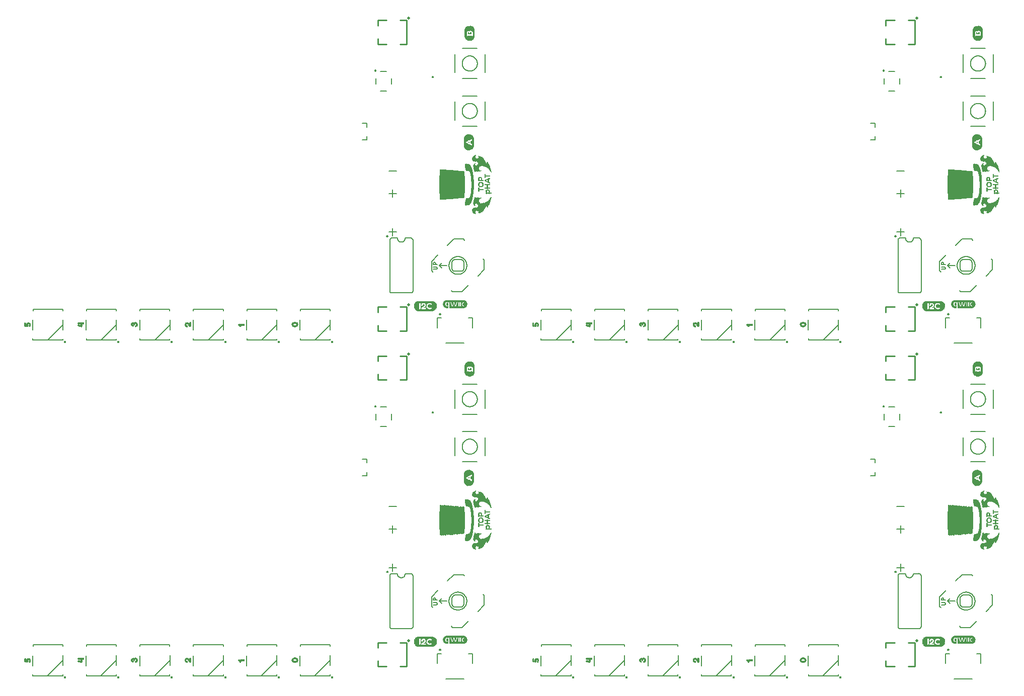
<source format=gto>
G75*
%MOIN*%
%OFA0B0*%
%FSLAX25Y25*%
%IPPOS*%
%LPD*%
%AMOC8*
5,1,8,0,0,1.08239X$1,22.5*
%
%ADD10C,0.00800*%
%ADD11C,0.01000*%
%ADD12C,0.02000*%
%ADD13C,0.00600*%
%ADD14C,0.01600*%
%ADD15C,0.00050*%
%ADD16R,0.00157X0.05827*%
%ADD17R,0.00157X0.06772*%
%ADD18R,0.00157X0.07402*%
%ADD19R,0.00157X0.08031*%
%ADD20R,0.00157X0.08346*%
%ADD21R,0.00157X0.08661*%
%ADD22R,0.00157X0.08976*%
%ADD23R,0.00157X0.09291*%
%ADD24R,0.00157X0.04409*%
%ADD25R,0.00157X0.04252*%
%ADD26R,0.00157X0.04094*%
%ADD27R,0.00157X0.00157*%
%ADD28R,0.00157X0.03937*%
%ADD29R,0.00157X0.00472*%
%ADD30R,0.00157X0.03780*%
%ADD31R,0.00157X0.00787*%
%ADD32R,0.00157X0.03622*%
%ADD33R,0.00157X0.03465*%
%ADD34R,0.00157X0.03307*%
%ADD35R,0.00157X0.01575*%
%ADD36R,0.00157X0.03150*%
%ADD37R,0.00157X0.02992*%
%ADD38R,0.00157X0.01732*%
%ADD39R,0.00157X0.01890*%
%ADD40R,0.00157X0.02835*%
%ADD41R,0.00157X0.02677*%
%ADD42R,0.00157X0.02047*%
%ADD43R,0.00157X0.02205*%
%ADD44R,0.00157X0.02362*%
%ADD45R,0.00157X0.05197*%
%ADD46R,0.00157X0.06142*%
%ADD47R,0.00157X0.07717*%
%ADD48R,0.00157X0.01102*%
%ADD49R,0.00157X0.00945*%
%ADD50R,0.00157X0.00315*%
%ADD51R,0.00157X0.00630*%
%ADD52R,0.00157X0.01260*%
%ADD53R,0.10551X0.00157*%
%ADD54R,0.11496X0.00157*%
%ADD55R,0.11969X0.00157*%
%ADD56R,0.12441X0.00157*%
%ADD57R,0.12756X0.00157*%
%ADD58R,0.13071X0.00157*%
%ADD59R,0.13386X0.00157*%
%ADD60R,0.05197X0.00157*%
%ADD61R,0.03465X0.00157*%
%ADD62R,0.03780X0.00157*%
%ADD63R,0.02992X0.00157*%
%ADD64R,0.01260X0.00157*%
%ADD65R,0.02520X0.00157*%
%ADD66R,0.03307X0.00157*%
%ADD67R,0.02835X0.00157*%
%ADD68R,0.00945X0.00157*%
%ADD69R,0.01890X0.00157*%
%ADD70R,0.03150X0.00157*%
%ADD71R,0.00630X0.00157*%
%ADD72R,0.01575X0.00157*%
%ADD73R,0.01102X0.00157*%
%ADD74R,0.00472X0.00157*%
%ADD75R,0.00787X0.00157*%
%ADD76R,0.00315X0.00157*%
%ADD77R,0.03622X0.00157*%
%ADD78R,0.05669X0.00157*%
%ADD79R,0.05827X0.00157*%
%ADD80R,0.02047X0.00157*%
%ADD81R,0.01732X0.00157*%
%ADD82R,0.01417X0.00157*%
%ADD83R,0.05512X0.00157*%
%ADD84R,0.11811X0.00157*%
%ADD85R,0.00157X0.02520*%
%ADD86R,0.00157X0.01417*%
%ADD87R,0.00118X0.08031*%
%ADD88R,0.00118X0.11811*%
%ADD89R,0.00118X0.15157*%
%ADD90R,0.00118X0.17756*%
%ADD91R,0.00118X0.19803*%
%ADD92R,0.00079X0.20276*%
%ADD93R,0.00118X0.20276*%
%ADD94R,0.00118X0.20157*%
%ADD95R,0.00118X0.20039*%
%ADD96R,0.00118X0.19921*%
%ADD97R,0.00079X0.19685*%
%ADD98R,0.00118X0.19685*%
%ADD99R,0.00118X0.19606*%
%ADD100R,0.00118X0.19488*%
%ADD101R,0.00118X0.19370*%
%ADD102R,0.00118X0.19252*%
%ADD103R,0.00079X0.19252*%
%ADD104R,0.00118X0.19134*%
%ADD105R,0.00118X0.19016*%
%ADD106R,0.00118X0.18898*%
%ADD107R,0.00118X0.18780*%
%ADD108R,0.00079X0.18780*%
%ADD109R,0.00118X0.18661*%
%ADD110R,0.00118X0.18543*%
%ADD111R,0.00118X0.18425*%
%ADD112R,0.00118X0.18307*%
%ADD113R,0.00079X0.18307*%
%ADD114R,0.00118X0.18189*%
%ADD115R,0.00118X0.18110*%
%ADD116R,0.00118X0.17992*%
%ADD117R,0.00118X0.17874*%
%ADD118R,0.00118X0.17047*%
%ADD119R,0.00079X0.15394*%
%ADD120R,0.00118X0.13622*%
%ADD121R,0.00118X0.11575*%
%ADD122R,0.00118X0.07913*%
%ADD123R,0.00118X0.01024*%
%ADD124R,0.00118X0.01063*%
%ADD125R,0.00118X0.01969*%
%ADD126R,0.00118X0.01850*%
%ADD127R,0.00118X0.02323*%
%ADD128R,0.00118X0.02441*%
%ADD129R,0.00118X0.02913*%
%ADD130R,0.00118X0.03386*%
%ADD131R,0.00118X0.03504*%
%ADD132R,0.00118X0.04055*%
%ADD133R,0.00118X0.03976*%
%ADD134R,0.00118X0.04409*%
%ADD135R,0.00118X0.04449*%
%ADD136R,0.00118X0.04882*%
%ADD137R,0.00118X0.04764*%
%ADD138R,0.00118X0.04646*%
%ADD139R,0.00079X0.04528*%
%ADD140R,0.00079X0.04646*%
%ADD141R,0.00118X0.04528*%
%ADD142R,0.00118X0.04685*%
%ADD143R,0.00118X0.04921*%
%ADD144R,0.00118X0.05000*%
%ADD145R,0.00118X0.05157*%
%ADD146R,0.00118X0.05118*%
%ADD147R,0.00118X0.05512*%
%ADD148R,0.00118X0.05472*%
%ADD149R,0.00118X0.05945*%
%ADD150R,0.00118X0.06063*%
%ADD151R,0.00118X0.06299*%
%ADD152R,0.00118X0.06417*%
%ADD153R,0.00118X0.06890*%
%ADD154R,0.00118X0.08071*%
%ADD155R,0.00118X0.08189*%
%ADD156R,0.00118X0.09213*%
%ADD157R,0.00118X0.09094*%
%ADD158R,0.00118X0.22283*%
%ADD159R,0.00118X0.21693*%
%ADD160R,0.00118X0.20866*%
%ADD161R,0.00118X0.01299*%
%ADD162R,0.00118X0.16929*%
%ADD163R,0.00118X0.01890*%
%ADD164R,0.00118X0.15866*%
%ADD165R,0.00118X0.02244*%
%ADD166R,0.00118X0.02559*%
%ADD167R,0.00118X0.13976*%
%ADD168R,0.00118X0.02598*%
%ADD169R,0.00118X0.02795*%
%ADD170R,0.00118X0.12362*%
%ADD171R,0.00118X0.03150*%
%ADD172R,0.00118X0.00945*%
%ADD173R,0.00118X0.09921*%
%ADD174R,0.00118X0.00906*%
%ADD175R,0.00118X0.03031*%
%ADD176R,0.00118X0.03268*%
%ADD177R,0.00118X0.01496*%
%ADD178R,0.00118X0.01614*%
%ADD179R,0.00079X0.03504*%
%ADD180R,0.00079X0.02087*%
%ADD181R,0.00079X0.03386*%
%ADD182R,0.00118X0.03622*%
%ADD183R,0.00118X0.03740*%
%ADD184R,0.00118X0.03937*%
%ADD185R,0.00118X0.03858*%
%ADD186R,0.00118X0.03819*%
%ADD187R,0.00118X0.04567*%
%ADD188R,0.00118X0.05236*%
%ADD189R,0.00118X0.05354*%
%ADD190R,0.00118X0.05591*%
%ADD191R,0.00118X0.05709*%
%ADD192R,0.00118X0.04173*%
%ADD193R,0.00118X0.00236*%
%ADD194R,0.00118X0.00354*%
%ADD195R,0.00118X0.00551*%
%ADD196R,0.00118X0.02677*%
%ADD197R,0.00118X0.00591*%
%ADD198R,0.00118X0.00433*%
%ADD199R,0.00118X0.00315*%
%ADD200R,0.00118X0.04331*%
%ADD201R,0.00118X0.04291*%
%ADD202R,0.00118X0.00197*%
%ADD203R,0.00118X0.00118*%
%ADD204R,0.00118X0.02205*%
%ADD205R,0.00118X0.04213*%
%ADD206R,0.00118X0.08858*%
%ADD207R,0.00118X0.00709*%
%ADD208R,0.00079X0.00118*%
%ADD209R,0.00079X0.08858*%
%ADD210R,0.00079X0.02795*%
%ADD211R,0.00079X0.01496*%
%ADD212R,0.00079X0.02205*%
%ADD213R,0.00079X0.08976*%
%ADD214R,0.00118X0.08976*%
%ADD215R,0.00118X0.00472*%
%ADD216R,0.00118X0.10157*%
%ADD217R,0.00118X0.10000*%
%ADD218R,0.00118X0.07480*%
%ADD219R,0.00118X0.01378*%
%ADD220R,0.00118X0.07559*%
%ADD221R,0.00118X0.07244*%
%ADD222R,0.00118X0.01142*%
%ADD223R,0.00118X0.00669*%
%ADD224R,0.00118X0.01181*%
%ADD225R,0.00118X0.07323*%
%ADD226R,0.00118X0.07126*%
%ADD227R,0.00118X0.00827*%
%ADD228R,0.00118X0.06969*%
%ADD229R,0.00118X0.07008*%
%ADD230R,0.00118X0.00787*%
%ADD231R,0.00118X0.06850*%
%ADD232R,0.00118X0.06732*%
%ADD233R,0.00118X0.06654*%
%ADD234R,0.00118X0.06614*%
%ADD235R,0.00118X0.06535*%
%ADD236R,0.00118X0.06496*%
%ADD237R,0.00118X0.06181*%
%ADD238R,0.00118X0.06102*%
%ADD239R,0.00118X0.05984*%
%ADD240R,0.00118X0.05827*%
%ADD241R,0.00118X0.02087*%
%ADD242R,0.00118X0.05866*%
%ADD243R,0.00118X0.05748*%
%ADD244R,0.00118X0.01260*%
%ADD245R,0.00118X0.05630*%
%ADD246R,0.00118X0.05394*%
%ADD247R,0.00118X0.05276*%
%ADD248R,0.00079X0.05118*%
%ADD249R,0.00079X0.00669*%
%ADD250R,0.00079X0.01732*%
%ADD251R,0.00079X0.05276*%
%ADD252R,0.00118X0.05039*%
%ADD253R,0.00118X0.04803*%
%ADD254R,0.00118X0.03701*%
%ADD255R,0.00118X0.03465*%
%ADD256R,0.00079X0.03622*%
%ADD257R,0.00079X0.00827*%
%ADD258R,0.00079X0.00709*%
%ADD259R,0.00079X0.00787*%
%ADD260R,0.00079X0.02677*%
%ADD261R,0.00079X0.03740*%
%ADD262R,0.00118X0.02953*%
%ADD263R,0.00118X0.02480*%
%ADD264R,0.00118X0.01535*%
D10*
X0068422Y0038261D02*
X0068622Y0038261D01*
X0068622Y0038251D01*
X0088182Y0038251D01*
X0088182Y0039141D01*
X0088302Y0045061D02*
X0088302Y0048461D01*
X0078302Y0038461D01*
X0068422Y0038261D02*
X0068422Y0039331D01*
X0068302Y0044961D02*
X0068302Y0051661D01*
X0068502Y0057761D02*
X0068502Y0058761D01*
X0068702Y0058761D01*
X0068702Y0058741D01*
X0088192Y0058741D01*
X0088192Y0057831D01*
X0088302Y0051861D02*
X0088302Y0048461D01*
X0103736Y0051661D02*
X0103736Y0044961D01*
X0103856Y0039331D02*
X0103856Y0038261D01*
X0104056Y0038261D01*
X0104056Y0038251D01*
X0123616Y0038251D01*
X0123616Y0039141D01*
X0123736Y0045061D02*
X0123736Y0048461D01*
X0113736Y0038461D01*
X0123736Y0048461D02*
X0123736Y0051861D01*
X0123626Y0057831D02*
X0123626Y0058741D01*
X0104136Y0058741D01*
X0104136Y0058761D01*
X0103936Y0058761D01*
X0103936Y0057761D01*
X0139369Y0057761D02*
X0139369Y0058761D01*
X0139569Y0058761D01*
X0139569Y0058741D01*
X0159059Y0058741D01*
X0159059Y0057831D01*
X0159169Y0051861D02*
X0159169Y0048461D01*
X0149169Y0038461D01*
X0139489Y0038261D02*
X0139489Y0038251D01*
X0159049Y0038251D01*
X0159049Y0039141D01*
X0159169Y0045061D02*
X0159169Y0048461D01*
X0174602Y0051661D02*
X0174602Y0044961D01*
X0174722Y0039331D02*
X0174722Y0038261D01*
X0174922Y0038261D01*
X0174922Y0038251D01*
X0194482Y0038251D01*
X0194482Y0039141D01*
X0194602Y0045061D02*
X0194602Y0048461D01*
X0184602Y0038461D01*
X0194602Y0048461D02*
X0194602Y0051861D01*
X0194492Y0057831D02*
X0194492Y0058741D01*
X0175002Y0058741D01*
X0175002Y0058761D01*
X0174802Y0058761D01*
X0174802Y0057761D01*
X0210235Y0057761D02*
X0210235Y0058761D01*
X0210435Y0058761D01*
X0210435Y0058741D01*
X0229925Y0058741D01*
X0229925Y0057831D01*
X0230035Y0051861D02*
X0230035Y0048461D01*
X0220035Y0038461D01*
X0210355Y0038251D02*
X0229915Y0038251D01*
X0229915Y0039141D01*
X0230035Y0045061D02*
X0230035Y0048461D01*
X0245468Y0051661D02*
X0245468Y0044961D01*
X0245588Y0039331D02*
X0245588Y0038261D01*
X0245788Y0038261D01*
X0245788Y0038251D01*
X0265348Y0038251D01*
X0265348Y0039141D01*
X0265468Y0045061D02*
X0265468Y0048461D01*
X0255468Y0038461D01*
X0265468Y0048461D02*
X0265468Y0051861D01*
X0265358Y0057831D02*
X0265358Y0058741D01*
X0245868Y0058741D01*
X0245868Y0058761D01*
X0245668Y0058761D01*
X0245668Y0057761D01*
X0210035Y0051661D02*
X0210035Y0044961D01*
X0210155Y0039331D02*
X0210155Y0038261D01*
X0210355Y0038261D01*
X0210355Y0038251D01*
X0139489Y0038261D02*
X0139289Y0038261D01*
X0139289Y0039331D01*
X0139169Y0044961D02*
X0139169Y0051661D01*
X0304892Y0070737D02*
X0304892Y0104531D01*
X0304883Y0104601D01*
X0304878Y0104673D01*
X0304877Y0104744D01*
X0304880Y0104815D01*
X0304887Y0104886D01*
X0304897Y0104957D01*
X0304911Y0105027D01*
X0304929Y0105096D01*
X0304951Y0105164D01*
X0304977Y0105231D01*
X0305006Y0105296D01*
X0305038Y0105359D01*
X0305074Y0105421D01*
X0305113Y0105481D01*
X0305156Y0105538D01*
X0305201Y0105593D01*
X0305249Y0105646D01*
X0305301Y0105696D01*
X0305354Y0105743D01*
X0305410Y0105787D01*
X0305469Y0105827D01*
X0305530Y0105865D01*
X0305592Y0105899D01*
X0305656Y0105930D01*
X0305722Y0105958D01*
X0305790Y0105981D01*
X0305858Y0106001D01*
X0305928Y0106018D01*
X0305998Y0106030D01*
X0305998Y0106031D02*
X0309954Y0106031D01*
X0309954Y0105831D02*
X0309956Y0105733D01*
X0309962Y0105635D01*
X0309971Y0105537D01*
X0309985Y0105440D01*
X0310002Y0105343D01*
X0310023Y0105247D01*
X0310048Y0105152D01*
X0310076Y0105058D01*
X0310109Y0104966D01*
X0310144Y0104874D01*
X0310184Y0104784D01*
X0310226Y0104696D01*
X0310273Y0104609D01*
X0310322Y0104525D01*
X0310375Y0104442D01*
X0310431Y0104362D01*
X0310491Y0104283D01*
X0310553Y0104207D01*
X0310618Y0104134D01*
X0310686Y0104063D01*
X0310757Y0103995D01*
X0310830Y0103930D01*
X0310906Y0103868D01*
X0310985Y0103808D01*
X0311065Y0103752D01*
X0311148Y0103699D01*
X0311232Y0103650D01*
X0311319Y0103603D01*
X0311407Y0103561D01*
X0311497Y0103521D01*
X0311589Y0103486D01*
X0311681Y0103453D01*
X0311775Y0103425D01*
X0311870Y0103400D01*
X0311966Y0103379D01*
X0312063Y0103362D01*
X0312160Y0103348D01*
X0312258Y0103339D01*
X0312356Y0103333D01*
X0312454Y0103331D01*
X0312552Y0103333D01*
X0312650Y0103339D01*
X0312748Y0103348D01*
X0312845Y0103362D01*
X0312942Y0103379D01*
X0313038Y0103400D01*
X0313133Y0103425D01*
X0313227Y0103453D01*
X0313319Y0103486D01*
X0313411Y0103521D01*
X0313501Y0103561D01*
X0313589Y0103603D01*
X0313676Y0103650D01*
X0313760Y0103699D01*
X0313843Y0103752D01*
X0313923Y0103808D01*
X0314002Y0103868D01*
X0314078Y0103930D01*
X0314151Y0103995D01*
X0314222Y0104063D01*
X0314290Y0104134D01*
X0314355Y0104207D01*
X0314417Y0104283D01*
X0314477Y0104362D01*
X0314533Y0104442D01*
X0314586Y0104525D01*
X0314635Y0104609D01*
X0314682Y0104696D01*
X0314724Y0104784D01*
X0314764Y0104874D01*
X0314799Y0104966D01*
X0314832Y0105058D01*
X0314860Y0105152D01*
X0314885Y0105247D01*
X0314906Y0105343D01*
X0314923Y0105440D01*
X0314937Y0105537D01*
X0314946Y0105635D01*
X0314952Y0105733D01*
X0314954Y0105831D01*
X0314954Y0106031D02*
X0318273Y0106031D01*
X0318323Y0106031D02*
X0318404Y0106038D01*
X0318485Y0106042D01*
X0318566Y0106041D01*
X0318648Y0106037D01*
X0318728Y0106029D01*
X0318809Y0106017D01*
X0318889Y0106002D01*
X0318968Y0105982D01*
X0319046Y0105959D01*
X0319122Y0105932D01*
X0319198Y0105902D01*
X0319272Y0105868D01*
X0319344Y0105830D01*
X0319414Y0105789D01*
X0319482Y0105745D01*
X0319548Y0105698D01*
X0319612Y0105647D01*
X0319673Y0105594D01*
X0319732Y0105537D01*
X0319788Y0105478D01*
X0319841Y0105417D01*
X0319891Y0105353D01*
X0319938Y0105286D01*
X0319982Y0105218D01*
X0320022Y0105147D01*
X0320059Y0105075D01*
X0320093Y0105001D01*
X0320122Y0104925D01*
X0320149Y0104848D01*
X0320171Y0104770D01*
X0320190Y0104691D01*
X0320205Y0104611D01*
X0320217Y0104530D01*
X0320217Y0104531D02*
X0320217Y0071131D01*
X0320217Y0071130D02*
X0320215Y0071054D01*
X0320209Y0070979D01*
X0320200Y0070903D01*
X0320186Y0070828D01*
X0320169Y0070754D01*
X0320148Y0070681D01*
X0320124Y0070609D01*
X0320096Y0070539D01*
X0320064Y0070470D01*
X0320029Y0070402D01*
X0319990Y0070337D01*
X0319948Y0070273D01*
X0319903Y0070212D01*
X0319855Y0070153D01*
X0319804Y0070097D01*
X0319750Y0070043D01*
X0319694Y0069992D01*
X0319635Y0069944D01*
X0319574Y0069899D01*
X0319510Y0069857D01*
X0319445Y0069818D01*
X0319377Y0069783D01*
X0319308Y0069751D01*
X0319238Y0069723D01*
X0319166Y0069699D01*
X0319093Y0069678D01*
X0319019Y0069661D01*
X0318944Y0069647D01*
X0318868Y0069638D01*
X0318793Y0069632D01*
X0318717Y0069630D01*
X0318717Y0069631D02*
X0306392Y0069631D01*
X0306321Y0069622D01*
X0306250Y0069617D01*
X0306178Y0069616D01*
X0306107Y0069619D01*
X0306036Y0069626D01*
X0305965Y0069636D01*
X0305896Y0069650D01*
X0305826Y0069669D01*
X0305758Y0069690D01*
X0305692Y0069716D01*
X0305627Y0069745D01*
X0305563Y0069777D01*
X0305501Y0069813D01*
X0305442Y0069852D01*
X0305384Y0069895D01*
X0305329Y0069940D01*
X0305277Y0069989D01*
X0305227Y0070040D01*
X0305180Y0070093D01*
X0305136Y0070150D01*
X0305095Y0070208D01*
X0305057Y0070269D01*
X0305023Y0070331D01*
X0304992Y0070396D01*
X0304965Y0070462D01*
X0304941Y0070529D01*
X0304921Y0070597D01*
X0304904Y0070667D01*
X0304892Y0070737D01*
X0332482Y0084276D02*
X0333319Y0083438D01*
X0332482Y0084276D02*
X0332482Y0090551D01*
X0336721Y0094790D01*
X0339377Y0089501D02*
X0337707Y0087831D01*
X0339377Y0086160D01*
X0337707Y0087831D02*
X0342718Y0087831D01*
X0346059Y0089760D02*
X0346059Y0085902D01*
X0346058Y0085902D02*
X0346060Y0085816D01*
X0346065Y0085730D01*
X0346075Y0085645D01*
X0346088Y0085560D01*
X0346105Y0085476D01*
X0346125Y0085392D01*
X0346149Y0085310D01*
X0346177Y0085229D01*
X0346208Y0085148D01*
X0346242Y0085070D01*
X0346280Y0084993D01*
X0346322Y0084918D01*
X0346366Y0084844D01*
X0346414Y0084773D01*
X0346465Y0084703D01*
X0346519Y0084636D01*
X0346575Y0084572D01*
X0346635Y0084510D01*
X0346697Y0084450D01*
X0346761Y0084394D01*
X0346828Y0084340D01*
X0346898Y0084289D01*
X0346969Y0084241D01*
X0347043Y0084197D01*
X0347118Y0084155D01*
X0347195Y0084117D01*
X0347273Y0084083D01*
X0347354Y0084052D01*
X0347435Y0084024D01*
X0347517Y0084000D01*
X0347601Y0083980D01*
X0347685Y0083963D01*
X0347770Y0083950D01*
X0347855Y0083940D01*
X0347941Y0083935D01*
X0348027Y0083933D01*
X0351885Y0083933D01*
X0351971Y0083935D01*
X0352057Y0083940D01*
X0352142Y0083950D01*
X0352227Y0083963D01*
X0352311Y0083980D01*
X0352395Y0084000D01*
X0352477Y0084024D01*
X0352558Y0084052D01*
X0352639Y0084083D01*
X0352717Y0084117D01*
X0352794Y0084155D01*
X0352870Y0084197D01*
X0352943Y0084241D01*
X0353014Y0084289D01*
X0353084Y0084340D01*
X0353151Y0084394D01*
X0353215Y0084450D01*
X0353277Y0084510D01*
X0353337Y0084572D01*
X0353393Y0084636D01*
X0353447Y0084703D01*
X0353498Y0084773D01*
X0353546Y0084844D01*
X0353590Y0084918D01*
X0353632Y0084993D01*
X0353670Y0085070D01*
X0353704Y0085148D01*
X0353735Y0085229D01*
X0353763Y0085310D01*
X0353787Y0085392D01*
X0353807Y0085476D01*
X0353824Y0085560D01*
X0353837Y0085645D01*
X0353847Y0085730D01*
X0353852Y0085816D01*
X0353854Y0085902D01*
X0353853Y0085902D02*
X0353853Y0089760D01*
X0353854Y0089760D02*
X0353852Y0089846D01*
X0353847Y0089932D01*
X0353837Y0090017D01*
X0353824Y0090102D01*
X0353807Y0090186D01*
X0353787Y0090270D01*
X0353763Y0090352D01*
X0353735Y0090433D01*
X0353704Y0090514D01*
X0353670Y0090592D01*
X0353632Y0090669D01*
X0353590Y0090745D01*
X0353546Y0090818D01*
X0353498Y0090889D01*
X0353447Y0090959D01*
X0353393Y0091026D01*
X0353337Y0091090D01*
X0353277Y0091152D01*
X0353215Y0091212D01*
X0353151Y0091268D01*
X0353084Y0091322D01*
X0353014Y0091373D01*
X0352943Y0091421D01*
X0352870Y0091465D01*
X0352794Y0091507D01*
X0352717Y0091545D01*
X0352639Y0091579D01*
X0352558Y0091610D01*
X0352477Y0091638D01*
X0352395Y0091662D01*
X0352311Y0091682D01*
X0352227Y0091699D01*
X0352142Y0091712D01*
X0352057Y0091722D01*
X0351971Y0091727D01*
X0351885Y0091729D01*
X0351885Y0091728D02*
X0348027Y0091728D01*
X0348027Y0091729D02*
X0347941Y0091727D01*
X0347855Y0091722D01*
X0347770Y0091712D01*
X0347685Y0091699D01*
X0347601Y0091682D01*
X0347517Y0091662D01*
X0347435Y0091638D01*
X0347354Y0091610D01*
X0347273Y0091579D01*
X0347195Y0091545D01*
X0347118Y0091507D01*
X0347043Y0091465D01*
X0346969Y0091421D01*
X0346898Y0091373D01*
X0346828Y0091322D01*
X0346761Y0091268D01*
X0346697Y0091212D01*
X0346635Y0091152D01*
X0346575Y0091090D01*
X0346519Y0091026D01*
X0346465Y0090959D01*
X0346414Y0090889D01*
X0346366Y0090818D01*
X0346322Y0090745D01*
X0346280Y0090669D01*
X0346242Y0090592D01*
X0346208Y0090514D01*
X0346177Y0090433D01*
X0346149Y0090352D01*
X0346125Y0090270D01*
X0346105Y0090186D01*
X0346088Y0090102D01*
X0346075Y0090017D01*
X0346065Y0089932D01*
X0346060Y0089846D01*
X0346058Y0089760D01*
X0344050Y0087831D02*
X0344052Y0087984D01*
X0344058Y0088138D01*
X0344068Y0088291D01*
X0344082Y0088443D01*
X0344100Y0088596D01*
X0344122Y0088747D01*
X0344147Y0088898D01*
X0344177Y0089049D01*
X0344211Y0089199D01*
X0344248Y0089347D01*
X0344289Y0089495D01*
X0344334Y0089641D01*
X0344383Y0089787D01*
X0344436Y0089931D01*
X0344492Y0090073D01*
X0344552Y0090214D01*
X0344616Y0090354D01*
X0344683Y0090492D01*
X0344754Y0090628D01*
X0344829Y0090762D01*
X0344906Y0090894D01*
X0344988Y0091024D01*
X0345072Y0091152D01*
X0345160Y0091278D01*
X0345251Y0091401D01*
X0345345Y0091522D01*
X0345443Y0091640D01*
X0345543Y0091756D01*
X0345647Y0091869D01*
X0345753Y0091980D01*
X0345862Y0092088D01*
X0345974Y0092193D01*
X0346088Y0092294D01*
X0346206Y0092393D01*
X0346325Y0092489D01*
X0346447Y0092582D01*
X0346572Y0092671D01*
X0346699Y0092758D01*
X0346828Y0092840D01*
X0346959Y0092920D01*
X0347092Y0092996D01*
X0347227Y0093069D01*
X0347364Y0093138D01*
X0347503Y0093203D01*
X0347643Y0093265D01*
X0347785Y0093323D01*
X0347928Y0093378D01*
X0348073Y0093429D01*
X0348219Y0093476D01*
X0348366Y0093519D01*
X0348514Y0093558D01*
X0348663Y0093594D01*
X0348813Y0093625D01*
X0348964Y0093653D01*
X0349115Y0093677D01*
X0349268Y0093697D01*
X0349420Y0093713D01*
X0349573Y0093725D01*
X0349726Y0093733D01*
X0349879Y0093737D01*
X0350033Y0093737D01*
X0350186Y0093733D01*
X0350339Y0093725D01*
X0350492Y0093713D01*
X0350644Y0093697D01*
X0350797Y0093677D01*
X0350948Y0093653D01*
X0351099Y0093625D01*
X0351249Y0093594D01*
X0351398Y0093558D01*
X0351546Y0093519D01*
X0351693Y0093476D01*
X0351839Y0093429D01*
X0351984Y0093378D01*
X0352127Y0093323D01*
X0352269Y0093265D01*
X0352409Y0093203D01*
X0352548Y0093138D01*
X0352685Y0093069D01*
X0352820Y0092996D01*
X0352953Y0092920D01*
X0353084Y0092840D01*
X0353213Y0092758D01*
X0353340Y0092671D01*
X0353465Y0092582D01*
X0353587Y0092489D01*
X0353706Y0092393D01*
X0353824Y0092294D01*
X0353938Y0092193D01*
X0354050Y0092088D01*
X0354159Y0091980D01*
X0354265Y0091869D01*
X0354369Y0091756D01*
X0354469Y0091640D01*
X0354567Y0091522D01*
X0354661Y0091401D01*
X0354752Y0091278D01*
X0354840Y0091152D01*
X0354924Y0091024D01*
X0355006Y0090894D01*
X0355083Y0090762D01*
X0355158Y0090628D01*
X0355229Y0090492D01*
X0355296Y0090354D01*
X0355360Y0090214D01*
X0355420Y0090073D01*
X0355476Y0089931D01*
X0355529Y0089787D01*
X0355578Y0089641D01*
X0355623Y0089495D01*
X0355664Y0089347D01*
X0355701Y0089199D01*
X0355735Y0089049D01*
X0355765Y0088898D01*
X0355790Y0088747D01*
X0355812Y0088596D01*
X0355830Y0088443D01*
X0355844Y0088291D01*
X0355854Y0088138D01*
X0355860Y0087984D01*
X0355862Y0087831D01*
X0355860Y0087678D01*
X0355854Y0087524D01*
X0355844Y0087371D01*
X0355830Y0087219D01*
X0355812Y0087066D01*
X0355790Y0086915D01*
X0355765Y0086764D01*
X0355735Y0086613D01*
X0355701Y0086463D01*
X0355664Y0086315D01*
X0355623Y0086167D01*
X0355578Y0086021D01*
X0355529Y0085875D01*
X0355476Y0085731D01*
X0355420Y0085589D01*
X0355360Y0085448D01*
X0355296Y0085308D01*
X0355229Y0085170D01*
X0355158Y0085034D01*
X0355083Y0084900D01*
X0355006Y0084768D01*
X0354924Y0084638D01*
X0354840Y0084510D01*
X0354752Y0084384D01*
X0354661Y0084261D01*
X0354567Y0084140D01*
X0354469Y0084022D01*
X0354369Y0083906D01*
X0354265Y0083793D01*
X0354159Y0083682D01*
X0354050Y0083574D01*
X0353938Y0083469D01*
X0353824Y0083368D01*
X0353706Y0083269D01*
X0353587Y0083173D01*
X0353465Y0083080D01*
X0353340Y0082991D01*
X0353213Y0082904D01*
X0353084Y0082822D01*
X0352953Y0082742D01*
X0352820Y0082666D01*
X0352685Y0082593D01*
X0352548Y0082524D01*
X0352409Y0082459D01*
X0352269Y0082397D01*
X0352127Y0082339D01*
X0351984Y0082284D01*
X0351839Y0082233D01*
X0351693Y0082186D01*
X0351546Y0082143D01*
X0351398Y0082104D01*
X0351249Y0082068D01*
X0351099Y0082037D01*
X0350948Y0082009D01*
X0350797Y0081985D01*
X0350644Y0081965D01*
X0350492Y0081949D01*
X0350339Y0081937D01*
X0350186Y0081929D01*
X0350033Y0081925D01*
X0349879Y0081925D01*
X0349726Y0081929D01*
X0349573Y0081937D01*
X0349420Y0081949D01*
X0349268Y0081965D01*
X0349115Y0081985D01*
X0348964Y0082009D01*
X0348813Y0082037D01*
X0348663Y0082068D01*
X0348514Y0082104D01*
X0348366Y0082143D01*
X0348219Y0082186D01*
X0348073Y0082233D01*
X0347928Y0082284D01*
X0347785Y0082339D01*
X0347643Y0082397D01*
X0347503Y0082459D01*
X0347364Y0082524D01*
X0347227Y0082593D01*
X0347092Y0082666D01*
X0346959Y0082742D01*
X0346828Y0082822D01*
X0346699Y0082904D01*
X0346572Y0082991D01*
X0346447Y0083080D01*
X0346325Y0083173D01*
X0346206Y0083269D01*
X0346088Y0083368D01*
X0345974Y0083469D01*
X0345862Y0083574D01*
X0345753Y0083682D01*
X0345647Y0083793D01*
X0345543Y0083906D01*
X0345443Y0084022D01*
X0345345Y0084140D01*
X0345251Y0084261D01*
X0345160Y0084384D01*
X0345072Y0084510D01*
X0344988Y0084638D01*
X0344906Y0084768D01*
X0344829Y0084900D01*
X0344754Y0085034D01*
X0344683Y0085170D01*
X0344616Y0085308D01*
X0344552Y0085448D01*
X0344492Y0085589D01*
X0344436Y0085731D01*
X0344383Y0085875D01*
X0344334Y0086021D01*
X0344289Y0086167D01*
X0344248Y0086315D01*
X0344211Y0086463D01*
X0344177Y0086613D01*
X0344147Y0086764D01*
X0344122Y0086915D01*
X0344100Y0087066D01*
X0344082Y0087219D01*
X0344068Y0087371D01*
X0344058Y0087524D01*
X0344052Y0087678D01*
X0344050Y0087831D01*
X0342996Y0101065D02*
X0347236Y0105305D01*
X0353511Y0105305D01*
X0354349Y0104467D01*
X0366592Y0092224D02*
X0367430Y0091386D01*
X0367430Y0085111D01*
X0363191Y0080871D01*
X0356916Y0074596D02*
X0352676Y0070356D01*
X0346401Y0070356D01*
X0345563Y0071194D01*
X0337745Y0055547D02*
X0337747Y0055587D01*
X0337753Y0055626D01*
X0337763Y0055665D01*
X0337776Y0055702D01*
X0337794Y0055738D01*
X0337815Y0055772D01*
X0337839Y0055804D01*
X0337866Y0055833D01*
X0337896Y0055860D01*
X0337928Y0055883D01*
X0337963Y0055903D01*
X0337999Y0055919D01*
X0338037Y0055932D01*
X0338076Y0055941D01*
X0338115Y0055946D01*
X0338155Y0055947D01*
X0338195Y0055944D01*
X0338234Y0055937D01*
X0338272Y0055926D01*
X0338310Y0055912D01*
X0338345Y0055893D01*
X0338378Y0055872D01*
X0338410Y0055847D01*
X0338438Y0055819D01*
X0338464Y0055789D01*
X0338486Y0055756D01*
X0338505Y0055721D01*
X0338521Y0055684D01*
X0338533Y0055646D01*
X0338541Y0055607D01*
X0338545Y0055567D01*
X0338545Y0055527D01*
X0338541Y0055487D01*
X0338533Y0055448D01*
X0338521Y0055410D01*
X0338505Y0055373D01*
X0338486Y0055338D01*
X0338464Y0055305D01*
X0338438Y0055275D01*
X0338410Y0055247D01*
X0338378Y0055222D01*
X0338345Y0055201D01*
X0338310Y0055182D01*
X0338272Y0055168D01*
X0338234Y0055157D01*
X0338195Y0055150D01*
X0338155Y0055147D01*
X0338115Y0055148D01*
X0338076Y0055153D01*
X0338037Y0055162D01*
X0337999Y0055175D01*
X0337963Y0055191D01*
X0337928Y0055211D01*
X0337896Y0055234D01*
X0337866Y0055261D01*
X0337839Y0055290D01*
X0337815Y0055322D01*
X0337794Y0055356D01*
X0337776Y0055392D01*
X0337763Y0055429D01*
X0337753Y0055468D01*
X0337747Y0055507D01*
X0337745Y0055547D01*
X0339129Y0052988D02*
X0336176Y0052988D01*
X0336176Y0046492D01*
X0342082Y0036256D02*
X0353893Y0036256D01*
X0359798Y0046492D02*
X0359798Y0052988D01*
X0356846Y0052988D01*
X0404948Y0051661D02*
X0404948Y0044961D01*
X0405068Y0039331D02*
X0405068Y0038261D01*
X0405268Y0038261D01*
X0405268Y0038251D01*
X0424828Y0038251D01*
X0424828Y0039141D01*
X0424948Y0045061D02*
X0424948Y0048461D01*
X0414948Y0038461D01*
X0424948Y0048461D02*
X0424948Y0051861D01*
X0424838Y0057831D02*
X0424838Y0058741D01*
X0405348Y0058741D01*
X0405348Y0058761D01*
X0405148Y0058761D01*
X0405148Y0057761D01*
X0440581Y0057761D02*
X0440581Y0058761D01*
X0440781Y0058761D01*
X0440781Y0058741D01*
X0460271Y0058741D01*
X0460271Y0057831D01*
X0460381Y0051861D02*
X0460381Y0048461D01*
X0450381Y0038461D01*
X0440701Y0038261D02*
X0440701Y0038251D01*
X0460261Y0038251D01*
X0460261Y0039141D01*
X0460381Y0045061D02*
X0460381Y0048461D01*
X0475814Y0051661D02*
X0475814Y0044961D01*
X0475934Y0039331D02*
X0475934Y0038261D01*
X0476134Y0038261D01*
X0476134Y0038251D01*
X0495694Y0038251D01*
X0495694Y0039141D01*
X0495814Y0045061D02*
X0495814Y0048461D01*
X0485814Y0038461D01*
X0495814Y0048461D02*
X0495814Y0051861D01*
X0495704Y0057831D02*
X0495704Y0058741D01*
X0476214Y0058741D01*
X0476214Y0058761D01*
X0476014Y0058761D01*
X0476014Y0057761D01*
X0511447Y0057761D02*
X0511447Y0058761D01*
X0511647Y0058761D01*
X0511647Y0058741D01*
X0531137Y0058741D01*
X0531137Y0057831D01*
X0531247Y0051861D02*
X0531247Y0048461D01*
X0521247Y0038461D01*
X0511567Y0038251D02*
X0531127Y0038251D01*
X0531127Y0039141D01*
X0531247Y0045061D02*
X0531247Y0048461D01*
X0546680Y0051661D02*
X0546680Y0044961D01*
X0546800Y0039331D02*
X0546800Y0038261D01*
X0547000Y0038261D01*
X0547000Y0038251D01*
X0566560Y0038251D01*
X0566560Y0039141D01*
X0566680Y0045061D02*
X0566680Y0048461D01*
X0556680Y0038461D01*
X0566680Y0048461D02*
X0566680Y0051861D01*
X0566570Y0057831D02*
X0566570Y0058741D01*
X0547080Y0058741D01*
X0547080Y0058761D01*
X0546880Y0058761D01*
X0546880Y0057761D01*
X0582313Y0057761D02*
X0582313Y0058761D01*
X0582513Y0058761D01*
X0582513Y0058741D01*
X0602003Y0058741D01*
X0602003Y0057831D01*
X0602113Y0051861D02*
X0602113Y0048461D01*
X0592113Y0038461D01*
X0582433Y0038261D02*
X0582433Y0038251D01*
X0601993Y0038251D01*
X0601993Y0039141D01*
X0602113Y0045061D02*
X0602113Y0048461D01*
X0582113Y0051661D02*
X0582113Y0044961D01*
X0582233Y0039331D02*
X0582233Y0038261D01*
X0582433Y0038261D01*
X0641538Y0070737D02*
X0641538Y0104531D01*
X0641529Y0104601D01*
X0641524Y0104673D01*
X0641523Y0104744D01*
X0641526Y0104815D01*
X0641533Y0104886D01*
X0641543Y0104957D01*
X0641557Y0105027D01*
X0641575Y0105096D01*
X0641597Y0105164D01*
X0641623Y0105231D01*
X0641652Y0105296D01*
X0641684Y0105359D01*
X0641720Y0105421D01*
X0641759Y0105481D01*
X0641802Y0105538D01*
X0641847Y0105593D01*
X0641895Y0105646D01*
X0641947Y0105696D01*
X0642000Y0105743D01*
X0642056Y0105787D01*
X0642115Y0105827D01*
X0642176Y0105865D01*
X0642238Y0105899D01*
X0642302Y0105930D01*
X0642368Y0105958D01*
X0642436Y0105981D01*
X0642504Y0106001D01*
X0642574Y0106018D01*
X0642644Y0106030D01*
X0642644Y0106031D02*
X0646600Y0106031D01*
X0646600Y0105831D02*
X0646602Y0105733D01*
X0646608Y0105635D01*
X0646617Y0105537D01*
X0646631Y0105440D01*
X0646648Y0105343D01*
X0646669Y0105247D01*
X0646694Y0105152D01*
X0646722Y0105058D01*
X0646755Y0104966D01*
X0646790Y0104874D01*
X0646830Y0104784D01*
X0646872Y0104696D01*
X0646919Y0104609D01*
X0646968Y0104525D01*
X0647021Y0104442D01*
X0647077Y0104362D01*
X0647137Y0104283D01*
X0647199Y0104207D01*
X0647264Y0104134D01*
X0647332Y0104063D01*
X0647403Y0103995D01*
X0647476Y0103930D01*
X0647552Y0103868D01*
X0647631Y0103808D01*
X0647711Y0103752D01*
X0647794Y0103699D01*
X0647878Y0103650D01*
X0647965Y0103603D01*
X0648053Y0103561D01*
X0648143Y0103521D01*
X0648235Y0103486D01*
X0648327Y0103453D01*
X0648421Y0103425D01*
X0648516Y0103400D01*
X0648612Y0103379D01*
X0648709Y0103362D01*
X0648806Y0103348D01*
X0648904Y0103339D01*
X0649002Y0103333D01*
X0649100Y0103331D01*
X0649198Y0103333D01*
X0649296Y0103339D01*
X0649394Y0103348D01*
X0649491Y0103362D01*
X0649588Y0103379D01*
X0649684Y0103400D01*
X0649779Y0103425D01*
X0649873Y0103453D01*
X0649965Y0103486D01*
X0650057Y0103521D01*
X0650147Y0103561D01*
X0650235Y0103603D01*
X0650322Y0103650D01*
X0650406Y0103699D01*
X0650489Y0103752D01*
X0650569Y0103808D01*
X0650648Y0103868D01*
X0650724Y0103930D01*
X0650797Y0103995D01*
X0650868Y0104063D01*
X0650936Y0104134D01*
X0651001Y0104207D01*
X0651063Y0104283D01*
X0651123Y0104362D01*
X0651179Y0104442D01*
X0651232Y0104525D01*
X0651281Y0104609D01*
X0651328Y0104696D01*
X0651370Y0104784D01*
X0651410Y0104874D01*
X0651445Y0104966D01*
X0651478Y0105058D01*
X0651506Y0105152D01*
X0651531Y0105247D01*
X0651552Y0105343D01*
X0651569Y0105440D01*
X0651583Y0105537D01*
X0651592Y0105635D01*
X0651598Y0105733D01*
X0651600Y0105831D01*
X0651600Y0106031D02*
X0654919Y0106031D01*
X0654969Y0106031D02*
X0655050Y0106038D01*
X0655131Y0106042D01*
X0655212Y0106041D01*
X0655294Y0106037D01*
X0655374Y0106029D01*
X0655455Y0106017D01*
X0655535Y0106002D01*
X0655614Y0105982D01*
X0655692Y0105959D01*
X0655768Y0105932D01*
X0655844Y0105902D01*
X0655918Y0105868D01*
X0655990Y0105830D01*
X0656060Y0105789D01*
X0656128Y0105745D01*
X0656194Y0105698D01*
X0656258Y0105647D01*
X0656319Y0105594D01*
X0656378Y0105537D01*
X0656434Y0105478D01*
X0656487Y0105417D01*
X0656537Y0105353D01*
X0656584Y0105286D01*
X0656628Y0105218D01*
X0656668Y0105147D01*
X0656705Y0105075D01*
X0656739Y0105001D01*
X0656768Y0104925D01*
X0656795Y0104848D01*
X0656817Y0104770D01*
X0656836Y0104691D01*
X0656851Y0104611D01*
X0656863Y0104530D01*
X0656863Y0104531D02*
X0656863Y0071131D01*
X0656863Y0071130D02*
X0656861Y0071054D01*
X0656855Y0070979D01*
X0656846Y0070903D01*
X0656832Y0070828D01*
X0656815Y0070754D01*
X0656794Y0070681D01*
X0656770Y0070609D01*
X0656742Y0070539D01*
X0656710Y0070470D01*
X0656675Y0070402D01*
X0656636Y0070337D01*
X0656594Y0070273D01*
X0656549Y0070212D01*
X0656501Y0070153D01*
X0656450Y0070097D01*
X0656396Y0070043D01*
X0656340Y0069992D01*
X0656281Y0069944D01*
X0656220Y0069899D01*
X0656156Y0069857D01*
X0656091Y0069818D01*
X0656023Y0069783D01*
X0655954Y0069751D01*
X0655884Y0069723D01*
X0655812Y0069699D01*
X0655739Y0069678D01*
X0655665Y0069661D01*
X0655590Y0069647D01*
X0655514Y0069638D01*
X0655439Y0069632D01*
X0655363Y0069630D01*
X0655363Y0069631D02*
X0643038Y0069631D01*
X0642967Y0069622D01*
X0642896Y0069617D01*
X0642824Y0069616D01*
X0642753Y0069619D01*
X0642682Y0069626D01*
X0642611Y0069636D01*
X0642542Y0069650D01*
X0642472Y0069669D01*
X0642404Y0069690D01*
X0642338Y0069716D01*
X0642273Y0069745D01*
X0642209Y0069777D01*
X0642147Y0069813D01*
X0642088Y0069852D01*
X0642030Y0069895D01*
X0641975Y0069940D01*
X0641923Y0069989D01*
X0641873Y0070040D01*
X0641826Y0070093D01*
X0641782Y0070150D01*
X0641741Y0070208D01*
X0641703Y0070269D01*
X0641669Y0070331D01*
X0641638Y0070396D01*
X0641611Y0070462D01*
X0641587Y0070529D01*
X0641567Y0070597D01*
X0641550Y0070667D01*
X0641538Y0070737D01*
X0669127Y0084276D02*
X0669127Y0090551D01*
X0673367Y0094790D01*
X0676023Y0089501D02*
X0674353Y0087831D01*
X0676023Y0086160D01*
X0674353Y0087831D02*
X0679364Y0087831D01*
X0682704Y0089760D02*
X0682704Y0085902D01*
X0682706Y0085816D01*
X0682711Y0085730D01*
X0682721Y0085645D01*
X0682734Y0085560D01*
X0682751Y0085476D01*
X0682771Y0085392D01*
X0682795Y0085310D01*
X0682823Y0085229D01*
X0682854Y0085148D01*
X0682888Y0085070D01*
X0682926Y0084993D01*
X0682968Y0084918D01*
X0683012Y0084844D01*
X0683060Y0084773D01*
X0683111Y0084703D01*
X0683165Y0084636D01*
X0683221Y0084572D01*
X0683281Y0084510D01*
X0683343Y0084450D01*
X0683407Y0084394D01*
X0683474Y0084340D01*
X0683544Y0084289D01*
X0683615Y0084241D01*
X0683689Y0084197D01*
X0683764Y0084155D01*
X0683841Y0084117D01*
X0683919Y0084083D01*
X0684000Y0084052D01*
X0684081Y0084024D01*
X0684163Y0084000D01*
X0684247Y0083980D01*
X0684331Y0083963D01*
X0684416Y0083950D01*
X0684501Y0083940D01*
X0684587Y0083935D01*
X0684673Y0083933D01*
X0688531Y0083933D01*
X0688617Y0083935D01*
X0688703Y0083940D01*
X0688788Y0083950D01*
X0688873Y0083963D01*
X0688957Y0083980D01*
X0689041Y0084000D01*
X0689123Y0084024D01*
X0689204Y0084052D01*
X0689285Y0084083D01*
X0689363Y0084117D01*
X0689440Y0084155D01*
X0689516Y0084197D01*
X0689589Y0084241D01*
X0689660Y0084289D01*
X0689730Y0084340D01*
X0689797Y0084394D01*
X0689861Y0084450D01*
X0689923Y0084510D01*
X0689983Y0084572D01*
X0690039Y0084636D01*
X0690093Y0084703D01*
X0690144Y0084773D01*
X0690192Y0084844D01*
X0690236Y0084918D01*
X0690278Y0084993D01*
X0690316Y0085070D01*
X0690350Y0085148D01*
X0690381Y0085229D01*
X0690409Y0085310D01*
X0690433Y0085392D01*
X0690453Y0085476D01*
X0690470Y0085560D01*
X0690483Y0085645D01*
X0690493Y0085730D01*
X0690498Y0085816D01*
X0690500Y0085902D01*
X0690499Y0085902D02*
X0690499Y0089760D01*
X0690500Y0089760D02*
X0690498Y0089846D01*
X0690493Y0089932D01*
X0690483Y0090017D01*
X0690470Y0090102D01*
X0690453Y0090186D01*
X0690433Y0090270D01*
X0690409Y0090352D01*
X0690381Y0090433D01*
X0690350Y0090514D01*
X0690316Y0090592D01*
X0690278Y0090669D01*
X0690236Y0090745D01*
X0690192Y0090818D01*
X0690144Y0090889D01*
X0690093Y0090959D01*
X0690039Y0091026D01*
X0689983Y0091090D01*
X0689923Y0091152D01*
X0689861Y0091212D01*
X0689797Y0091268D01*
X0689730Y0091322D01*
X0689660Y0091373D01*
X0689589Y0091421D01*
X0689516Y0091465D01*
X0689440Y0091507D01*
X0689363Y0091545D01*
X0689285Y0091579D01*
X0689204Y0091610D01*
X0689123Y0091638D01*
X0689041Y0091662D01*
X0688957Y0091682D01*
X0688873Y0091699D01*
X0688788Y0091712D01*
X0688703Y0091722D01*
X0688617Y0091727D01*
X0688531Y0091729D01*
X0688531Y0091728D02*
X0684673Y0091728D01*
X0684673Y0091729D02*
X0684587Y0091727D01*
X0684501Y0091722D01*
X0684416Y0091712D01*
X0684331Y0091699D01*
X0684247Y0091682D01*
X0684163Y0091662D01*
X0684081Y0091638D01*
X0684000Y0091610D01*
X0683919Y0091579D01*
X0683841Y0091545D01*
X0683764Y0091507D01*
X0683689Y0091465D01*
X0683615Y0091421D01*
X0683544Y0091373D01*
X0683474Y0091322D01*
X0683407Y0091268D01*
X0683343Y0091212D01*
X0683281Y0091152D01*
X0683221Y0091090D01*
X0683165Y0091026D01*
X0683111Y0090959D01*
X0683060Y0090889D01*
X0683012Y0090818D01*
X0682968Y0090745D01*
X0682926Y0090669D01*
X0682888Y0090592D01*
X0682854Y0090514D01*
X0682823Y0090433D01*
X0682795Y0090352D01*
X0682771Y0090270D01*
X0682751Y0090186D01*
X0682734Y0090102D01*
X0682721Y0090017D01*
X0682711Y0089932D01*
X0682706Y0089846D01*
X0682704Y0089760D01*
X0680696Y0087831D02*
X0680698Y0087984D01*
X0680704Y0088138D01*
X0680714Y0088291D01*
X0680728Y0088443D01*
X0680746Y0088596D01*
X0680768Y0088747D01*
X0680793Y0088898D01*
X0680823Y0089049D01*
X0680857Y0089199D01*
X0680894Y0089347D01*
X0680935Y0089495D01*
X0680980Y0089641D01*
X0681029Y0089787D01*
X0681082Y0089931D01*
X0681138Y0090073D01*
X0681198Y0090214D01*
X0681262Y0090354D01*
X0681329Y0090492D01*
X0681400Y0090628D01*
X0681475Y0090762D01*
X0681552Y0090894D01*
X0681634Y0091024D01*
X0681718Y0091152D01*
X0681806Y0091278D01*
X0681897Y0091401D01*
X0681991Y0091522D01*
X0682089Y0091640D01*
X0682189Y0091756D01*
X0682293Y0091869D01*
X0682399Y0091980D01*
X0682508Y0092088D01*
X0682620Y0092193D01*
X0682734Y0092294D01*
X0682852Y0092393D01*
X0682971Y0092489D01*
X0683093Y0092582D01*
X0683218Y0092671D01*
X0683345Y0092758D01*
X0683474Y0092840D01*
X0683605Y0092920D01*
X0683738Y0092996D01*
X0683873Y0093069D01*
X0684010Y0093138D01*
X0684149Y0093203D01*
X0684289Y0093265D01*
X0684431Y0093323D01*
X0684574Y0093378D01*
X0684719Y0093429D01*
X0684865Y0093476D01*
X0685012Y0093519D01*
X0685160Y0093558D01*
X0685309Y0093594D01*
X0685459Y0093625D01*
X0685610Y0093653D01*
X0685761Y0093677D01*
X0685914Y0093697D01*
X0686066Y0093713D01*
X0686219Y0093725D01*
X0686372Y0093733D01*
X0686525Y0093737D01*
X0686679Y0093737D01*
X0686832Y0093733D01*
X0686985Y0093725D01*
X0687138Y0093713D01*
X0687290Y0093697D01*
X0687443Y0093677D01*
X0687594Y0093653D01*
X0687745Y0093625D01*
X0687895Y0093594D01*
X0688044Y0093558D01*
X0688192Y0093519D01*
X0688339Y0093476D01*
X0688485Y0093429D01*
X0688630Y0093378D01*
X0688773Y0093323D01*
X0688915Y0093265D01*
X0689055Y0093203D01*
X0689194Y0093138D01*
X0689331Y0093069D01*
X0689466Y0092996D01*
X0689599Y0092920D01*
X0689730Y0092840D01*
X0689859Y0092758D01*
X0689986Y0092671D01*
X0690111Y0092582D01*
X0690233Y0092489D01*
X0690352Y0092393D01*
X0690470Y0092294D01*
X0690584Y0092193D01*
X0690696Y0092088D01*
X0690805Y0091980D01*
X0690911Y0091869D01*
X0691015Y0091756D01*
X0691115Y0091640D01*
X0691213Y0091522D01*
X0691307Y0091401D01*
X0691398Y0091278D01*
X0691486Y0091152D01*
X0691570Y0091024D01*
X0691652Y0090894D01*
X0691729Y0090762D01*
X0691804Y0090628D01*
X0691875Y0090492D01*
X0691942Y0090354D01*
X0692006Y0090214D01*
X0692066Y0090073D01*
X0692122Y0089931D01*
X0692175Y0089787D01*
X0692224Y0089641D01*
X0692269Y0089495D01*
X0692310Y0089347D01*
X0692347Y0089199D01*
X0692381Y0089049D01*
X0692411Y0088898D01*
X0692436Y0088747D01*
X0692458Y0088596D01*
X0692476Y0088443D01*
X0692490Y0088291D01*
X0692500Y0088138D01*
X0692506Y0087984D01*
X0692508Y0087831D01*
X0692506Y0087678D01*
X0692500Y0087524D01*
X0692490Y0087371D01*
X0692476Y0087219D01*
X0692458Y0087066D01*
X0692436Y0086915D01*
X0692411Y0086764D01*
X0692381Y0086613D01*
X0692347Y0086463D01*
X0692310Y0086315D01*
X0692269Y0086167D01*
X0692224Y0086021D01*
X0692175Y0085875D01*
X0692122Y0085731D01*
X0692066Y0085589D01*
X0692006Y0085448D01*
X0691942Y0085308D01*
X0691875Y0085170D01*
X0691804Y0085034D01*
X0691729Y0084900D01*
X0691652Y0084768D01*
X0691570Y0084638D01*
X0691486Y0084510D01*
X0691398Y0084384D01*
X0691307Y0084261D01*
X0691213Y0084140D01*
X0691115Y0084022D01*
X0691015Y0083906D01*
X0690911Y0083793D01*
X0690805Y0083682D01*
X0690696Y0083574D01*
X0690584Y0083469D01*
X0690470Y0083368D01*
X0690352Y0083269D01*
X0690233Y0083173D01*
X0690111Y0083080D01*
X0689986Y0082991D01*
X0689859Y0082904D01*
X0689730Y0082822D01*
X0689599Y0082742D01*
X0689466Y0082666D01*
X0689331Y0082593D01*
X0689194Y0082524D01*
X0689055Y0082459D01*
X0688915Y0082397D01*
X0688773Y0082339D01*
X0688630Y0082284D01*
X0688485Y0082233D01*
X0688339Y0082186D01*
X0688192Y0082143D01*
X0688044Y0082104D01*
X0687895Y0082068D01*
X0687745Y0082037D01*
X0687594Y0082009D01*
X0687443Y0081985D01*
X0687290Y0081965D01*
X0687138Y0081949D01*
X0686985Y0081937D01*
X0686832Y0081929D01*
X0686679Y0081925D01*
X0686525Y0081925D01*
X0686372Y0081929D01*
X0686219Y0081937D01*
X0686066Y0081949D01*
X0685914Y0081965D01*
X0685761Y0081985D01*
X0685610Y0082009D01*
X0685459Y0082037D01*
X0685309Y0082068D01*
X0685160Y0082104D01*
X0685012Y0082143D01*
X0684865Y0082186D01*
X0684719Y0082233D01*
X0684574Y0082284D01*
X0684431Y0082339D01*
X0684289Y0082397D01*
X0684149Y0082459D01*
X0684010Y0082524D01*
X0683873Y0082593D01*
X0683738Y0082666D01*
X0683605Y0082742D01*
X0683474Y0082822D01*
X0683345Y0082904D01*
X0683218Y0082991D01*
X0683093Y0083080D01*
X0682971Y0083173D01*
X0682852Y0083269D01*
X0682734Y0083368D01*
X0682620Y0083469D01*
X0682508Y0083574D01*
X0682399Y0083682D01*
X0682293Y0083793D01*
X0682189Y0083906D01*
X0682089Y0084022D01*
X0681991Y0084140D01*
X0681897Y0084261D01*
X0681806Y0084384D01*
X0681718Y0084510D01*
X0681634Y0084638D01*
X0681552Y0084768D01*
X0681475Y0084900D01*
X0681400Y0085034D01*
X0681329Y0085170D01*
X0681262Y0085308D01*
X0681198Y0085448D01*
X0681138Y0085589D01*
X0681082Y0085731D01*
X0681029Y0085875D01*
X0680980Y0086021D01*
X0680935Y0086167D01*
X0680894Y0086315D01*
X0680857Y0086463D01*
X0680823Y0086613D01*
X0680793Y0086764D01*
X0680768Y0086915D01*
X0680746Y0087066D01*
X0680728Y0087219D01*
X0680714Y0087371D01*
X0680704Y0087524D01*
X0680698Y0087678D01*
X0680696Y0087831D01*
X0669965Y0083438D02*
X0669127Y0084276D01*
X0682209Y0071194D02*
X0683047Y0070356D01*
X0689322Y0070356D01*
X0693561Y0074596D01*
X0699836Y0080871D02*
X0704076Y0085111D01*
X0704076Y0091386D01*
X0703238Y0092224D01*
X0690995Y0104467D02*
X0690157Y0105305D01*
X0683882Y0105305D01*
X0679642Y0101065D01*
X0645795Y0109949D02*
X0640795Y0109949D01*
X0639425Y0107206D02*
X0639427Y0107246D01*
X0639433Y0107285D01*
X0639443Y0107324D01*
X0639456Y0107361D01*
X0639474Y0107397D01*
X0639495Y0107431D01*
X0639519Y0107463D01*
X0639546Y0107492D01*
X0639576Y0107519D01*
X0639608Y0107542D01*
X0639643Y0107562D01*
X0639679Y0107578D01*
X0639717Y0107591D01*
X0639756Y0107600D01*
X0639795Y0107605D01*
X0639835Y0107606D01*
X0639875Y0107603D01*
X0639914Y0107596D01*
X0639952Y0107585D01*
X0639990Y0107571D01*
X0640025Y0107552D01*
X0640058Y0107531D01*
X0640090Y0107506D01*
X0640118Y0107478D01*
X0640144Y0107448D01*
X0640166Y0107415D01*
X0640185Y0107380D01*
X0640201Y0107343D01*
X0640213Y0107305D01*
X0640221Y0107266D01*
X0640225Y0107226D01*
X0640225Y0107186D01*
X0640221Y0107146D01*
X0640213Y0107107D01*
X0640201Y0107069D01*
X0640185Y0107032D01*
X0640166Y0106997D01*
X0640144Y0106964D01*
X0640118Y0106934D01*
X0640090Y0106906D01*
X0640058Y0106881D01*
X0640025Y0106860D01*
X0639990Y0106841D01*
X0639952Y0106827D01*
X0639914Y0106816D01*
X0639875Y0106809D01*
X0639835Y0106806D01*
X0639795Y0106807D01*
X0639756Y0106812D01*
X0639717Y0106821D01*
X0639679Y0106834D01*
X0639643Y0106850D01*
X0639608Y0106870D01*
X0639576Y0106893D01*
X0639546Y0106920D01*
X0639519Y0106949D01*
X0639495Y0106981D01*
X0639474Y0107015D01*
X0639456Y0107051D01*
X0639443Y0107088D01*
X0639433Y0107127D01*
X0639427Y0107166D01*
X0639425Y0107206D01*
X0643295Y0107449D02*
X0643295Y0112449D01*
X0643295Y0132949D02*
X0643295Y0137949D01*
X0645795Y0135449D02*
X0640795Y0135449D01*
X0640795Y0150449D02*
X0645795Y0150449D01*
X0626365Y0170902D02*
X0623216Y0170902D01*
X0626365Y0170902D02*
X0626365Y0173264D01*
X0626365Y0179563D02*
X0626365Y0181925D01*
X0623216Y0181925D01*
X0635421Y0203382D02*
X0639358Y0203382D01*
X0642507Y0207909D02*
X0642507Y0211846D01*
X0639358Y0216374D02*
X0635421Y0216374D01*
X0631477Y0216965D02*
X0631479Y0217005D01*
X0631485Y0217044D01*
X0631495Y0217083D01*
X0631508Y0217120D01*
X0631526Y0217156D01*
X0631547Y0217190D01*
X0631571Y0217222D01*
X0631598Y0217251D01*
X0631628Y0217278D01*
X0631660Y0217301D01*
X0631695Y0217321D01*
X0631731Y0217337D01*
X0631769Y0217350D01*
X0631808Y0217359D01*
X0631847Y0217364D01*
X0631887Y0217365D01*
X0631927Y0217362D01*
X0631966Y0217355D01*
X0632004Y0217344D01*
X0632042Y0217330D01*
X0632077Y0217311D01*
X0632110Y0217290D01*
X0632142Y0217265D01*
X0632170Y0217237D01*
X0632196Y0217207D01*
X0632218Y0217174D01*
X0632237Y0217139D01*
X0632253Y0217102D01*
X0632265Y0217064D01*
X0632273Y0217025D01*
X0632277Y0216985D01*
X0632277Y0216945D01*
X0632273Y0216905D01*
X0632265Y0216866D01*
X0632253Y0216828D01*
X0632237Y0216791D01*
X0632218Y0216756D01*
X0632196Y0216723D01*
X0632170Y0216693D01*
X0632142Y0216665D01*
X0632110Y0216640D01*
X0632077Y0216619D01*
X0632042Y0216600D01*
X0632004Y0216586D01*
X0631966Y0216575D01*
X0631927Y0216568D01*
X0631887Y0216565D01*
X0631847Y0216566D01*
X0631808Y0216571D01*
X0631769Y0216580D01*
X0631731Y0216593D01*
X0631695Y0216609D01*
X0631660Y0216629D01*
X0631628Y0216652D01*
X0631598Y0216679D01*
X0631571Y0216708D01*
X0631547Y0216740D01*
X0631526Y0216774D01*
X0631508Y0216810D01*
X0631495Y0216847D01*
X0631485Y0216886D01*
X0631479Y0216925D01*
X0631477Y0216965D01*
X0632271Y0211846D02*
X0632271Y0207909D01*
X0669469Y0212831D02*
X0669471Y0212871D01*
X0669477Y0212910D01*
X0669487Y0212949D01*
X0669500Y0212986D01*
X0669518Y0213022D01*
X0669539Y0213056D01*
X0669563Y0213088D01*
X0669590Y0213117D01*
X0669620Y0213144D01*
X0669652Y0213167D01*
X0669687Y0213187D01*
X0669723Y0213203D01*
X0669761Y0213216D01*
X0669800Y0213225D01*
X0669839Y0213230D01*
X0669879Y0213231D01*
X0669919Y0213228D01*
X0669958Y0213221D01*
X0669996Y0213210D01*
X0670034Y0213196D01*
X0670069Y0213177D01*
X0670102Y0213156D01*
X0670134Y0213131D01*
X0670162Y0213103D01*
X0670188Y0213073D01*
X0670210Y0213040D01*
X0670229Y0213005D01*
X0670245Y0212968D01*
X0670257Y0212930D01*
X0670265Y0212891D01*
X0670269Y0212851D01*
X0670269Y0212811D01*
X0670265Y0212771D01*
X0670257Y0212732D01*
X0670245Y0212694D01*
X0670229Y0212657D01*
X0670210Y0212622D01*
X0670188Y0212589D01*
X0670162Y0212559D01*
X0670134Y0212531D01*
X0670102Y0212506D01*
X0670069Y0212485D01*
X0670034Y0212466D01*
X0669996Y0212452D01*
X0669958Y0212441D01*
X0669919Y0212434D01*
X0669879Y0212431D01*
X0669839Y0212432D01*
X0669800Y0212437D01*
X0669761Y0212446D01*
X0669723Y0212459D01*
X0669687Y0212475D01*
X0669652Y0212495D01*
X0669620Y0212518D01*
X0669590Y0212545D01*
X0669563Y0212574D01*
X0669539Y0212606D01*
X0669518Y0212640D01*
X0669500Y0212676D01*
X0669487Y0212713D01*
X0669477Y0212752D01*
X0669471Y0212791D01*
X0669469Y0212831D01*
X0684476Y0215626D02*
X0684476Y0227752D01*
X0689594Y0231689D02*
X0699358Y0231689D01*
X0704476Y0227752D02*
X0704476Y0215626D01*
X0699358Y0211689D02*
X0689476Y0211689D01*
X0689476Y0221689D02*
X0689478Y0221830D01*
X0689484Y0221971D01*
X0689494Y0222111D01*
X0689508Y0222251D01*
X0689526Y0222391D01*
X0689547Y0222530D01*
X0689573Y0222669D01*
X0689602Y0222807D01*
X0689636Y0222943D01*
X0689673Y0223079D01*
X0689714Y0223214D01*
X0689759Y0223348D01*
X0689808Y0223480D01*
X0689860Y0223611D01*
X0689916Y0223740D01*
X0689976Y0223867D01*
X0690039Y0223993D01*
X0690105Y0224117D01*
X0690176Y0224240D01*
X0690249Y0224360D01*
X0690326Y0224478D01*
X0690406Y0224594D01*
X0690490Y0224707D01*
X0690576Y0224818D01*
X0690666Y0224927D01*
X0690759Y0225033D01*
X0690854Y0225136D01*
X0690953Y0225237D01*
X0691054Y0225335D01*
X0691158Y0225430D01*
X0691265Y0225522D01*
X0691374Y0225611D01*
X0691486Y0225696D01*
X0691600Y0225779D01*
X0691716Y0225859D01*
X0691835Y0225935D01*
X0691956Y0226007D01*
X0692078Y0226077D01*
X0692203Y0226142D01*
X0692329Y0226205D01*
X0692457Y0226263D01*
X0692587Y0226318D01*
X0692718Y0226370D01*
X0692851Y0226417D01*
X0692985Y0226461D01*
X0693120Y0226502D01*
X0693256Y0226538D01*
X0693393Y0226570D01*
X0693531Y0226599D01*
X0693669Y0226624D01*
X0693809Y0226644D01*
X0693949Y0226661D01*
X0694089Y0226674D01*
X0694230Y0226683D01*
X0694370Y0226688D01*
X0694511Y0226689D01*
X0694652Y0226686D01*
X0694793Y0226679D01*
X0694933Y0226668D01*
X0695073Y0226653D01*
X0695213Y0226634D01*
X0695352Y0226612D01*
X0695490Y0226585D01*
X0695628Y0226555D01*
X0695764Y0226520D01*
X0695900Y0226482D01*
X0696034Y0226440D01*
X0696168Y0226394D01*
X0696300Y0226345D01*
X0696430Y0226291D01*
X0696559Y0226234D01*
X0696686Y0226174D01*
X0696812Y0226110D01*
X0696935Y0226042D01*
X0697057Y0225971D01*
X0697177Y0225897D01*
X0697294Y0225819D01*
X0697409Y0225738D01*
X0697522Y0225654D01*
X0697633Y0225567D01*
X0697741Y0225476D01*
X0697846Y0225383D01*
X0697949Y0225286D01*
X0698049Y0225187D01*
X0698146Y0225085D01*
X0698240Y0224980D01*
X0698331Y0224873D01*
X0698419Y0224763D01*
X0698504Y0224651D01*
X0698586Y0224536D01*
X0698665Y0224419D01*
X0698740Y0224300D01*
X0698812Y0224179D01*
X0698880Y0224056D01*
X0698945Y0223931D01*
X0699007Y0223804D01*
X0699064Y0223675D01*
X0699119Y0223545D01*
X0699169Y0223414D01*
X0699216Y0223281D01*
X0699259Y0223147D01*
X0699298Y0223011D01*
X0699333Y0222875D01*
X0699365Y0222738D01*
X0699392Y0222600D01*
X0699416Y0222461D01*
X0699436Y0222321D01*
X0699452Y0222181D01*
X0699464Y0222041D01*
X0699472Y0221900D01*
X0699476Y0221759D01*
X0699476Y0221619D01*
X0699472Y0221478D01*
X0699464Y0221337D01*
X0699452Y0221197D01*
X0699436Y0221057D01*
X0699416Y0220917D01*
X0699392Y0220778D01*
X0699365Y0220640D01*
X0699333Y0220503D01*
X0699298Y0220367D01*
X0699259Y0220231D01*
X0699216Y0220097D01*
X0699169Y0219964D01*
X0699119Y0219833D01*
X0699064Y0219703D01*
X0699007Y0219574D01*
X0698945Y0219447D01*
X0698880Y0219322D01*
X0698812Y0219199D01*
X0698740Y0219078D01*
X0698665Y0218959D01*
X0698586Y0218842D01*
X0698504Y0218727D01*
X0698419Y0218615D01*
X0698331Y0218505D01*
X0698240Y0218398D01*
X0698146Y0218293D01*
X0698049Y0218191D01*
X0697949Y0218092D01*
X0697846Y0217995D01*
X0697741Y0217902D01*
X0697633Y0217811D01*
X0697522Y0217724D01*
X0697409Y0217640D01*
X0697294Y0217559D01*
X0697177Y0217481D01*
X0697057Y0217407D01*
X0696935Y0217336D01*
X0696812Y0217268D01*
X0696686Y0217204D01*
X0696559Y0217144D01*
X0696430Y0217087D01*
X0696300Y0217033D01*
X0696168Y0216984D01*
X0696034Y0216938D01*
X0695900Y0216896D01*
X0695764Y0216858D01*
X0695628Y0216823D01*
X0695490Y0216793D01*
X0695352Y0216766D01*
X0695213Y0216744D01*
X0695073Y0216725D01*
X0694933Y0216710D01*
X0694793Y0216699D01*
X0694652Y0216692D01*
X0694511Y0216689D01*
X0694370Y0216690D01*
X0694230Y0216695D01*
X0694089Y0216704D01*
X0693949Y0216717D01*
X0693809Y0216734D01*
X0693669Y0216754D01*
X0693531Y0216779D01*
X0693393Y0216808D01*
X0693256Y0216840D01*
X0693120Y0216876D01*
X0692985Y0216917D01*
X0692851Y0216961D01*
X0692718Y0217008D01*
X0692587Y0217060D01*
X0692457Y0217115D01*
X0692329Y0217173D01*
X0692203Y0217236D01*
X0692078Y0217301D01*
X0691956Y0217371D01*
X0691835Y0217443D01*
X0691716Y0217519D01*
X0691600Y0217599D01*
X0691486Y0217682D01*
X0691374Y0217767D01*
X0691265Y0217856D01*
X0691158Y0217948D01*
X0691054Y0218043D01*
X0690953Y0218141D01*
X0690854Y0218242D01*
X0690759Y0218345D01*
X0690666Y0218451D01*
X0690576Y0218560D01*
X0690490Y0218671D01*
X0690406Y0218784D01*
X0690326Y0218900D01*
X0690249Y0219018D01*
X0690176Y0219138D01*
X0690105Y0219261D01*
X0690039Y0219385D01*
X0689976Y0219511D01*
X0689916Y0219638D01*
X0689860Y0219767D01*
X0689808Y0219898D01*
X0689759Y0220030D01*
X0689714Y0220164D01*
X0689673Y0220299D01*
X0689636Y0220435D01*
X0689602Y0220571D01*
X0689573Y0220709D01*
X0689547Y0220848D01*
X0689526Y0220987D01*
X0689508Y0221127D01*
X0689494Y0221267D01*
X0689484Y0221407D01*
X0689478Y0221548D01*
X0689476Y0221689D01*
X0689594Y0200193D02*
X0699358Y0200193D01*
X0704476Y0196256D02*
X0704476Y0184130D01*
X0699358Y0180193D02*
X0689476Y0180193D01*
X0684476Y0184130D02*
X0684476Y0196256D01*
X0689476Y0190193D02*
X0689478Y0190334D01*
X0689484Y0190475D01*
X0689494Y0190615D01*
X0689508Y0190755D01*
X0689526Y0190895D01*
X0689547Y0191034D01*
X0689573Y0191173D01*
X0689602Y0191311D01*
X0689636Y0191447D01*
X0689673Y0191583D01*
X0689714Y0191718D01*
X0689759Y0191852D01*
X0689808Y0191984D01*
X0689860Y0192115D01*
X0689916Y0192244D01*
X0689976Y0192371D01*
X0690039Y0192497D01*
X0690105Y0192621D01*
X0690176Y0192744D01*
X0690249Y0192864D01*
X0690326Y0192982D01*
X0690406Y0193098D01*
X0690490Y0193211D01*
X0690576Y0193322D01*
X0690666Y0193431D01*
X0690759Y0193537D01*
X0690854Y0193640D01*
X0690953Y0193741D01*
X0691054Y0193839D01*
X0691158Y0193934D01*
X0691265Y0194026D01*
X0691374Y0194115D01*
X0691486Y0194200D01*
X0691600Y0194283D01*
X0691716Y0194363D01*
X0691835Y0194439D01*
X0691956Y0194511D01*
X0692078Y0194581D01*
X0692203Y0194646D01*
X0692329Y0194709D01*
X0692457Y0194767D01*
X0692587Y0194822D01*
X0692718Y0194874D01*
X0692851Y0194921D01*
X0692985Y0194965D01*
X0693120Y0195006D01*
X0693256Y0195042D01*
X0693393Y0195074D01*
X0693531Y0195103D01*
X0693669Y0195128D01*
X0693809Y0195148D01*
X0693949Y0195165D01*
X0694089Y0195178D01*
X0694230Y0195187D01*
X0694370Y0195192D01*
X0694511Y0195193D01*
X0694652Y0195190D01*
X0694793Y0195183D01*
X0694933Y0195172D01*
X0695073Y0195157D01*
X0695213Y0195138D01*
X0695352Y0195116D01*
X0695490Y0195089D01*
X0695628Y0195059D01*
X0695764Y0195024D01*
X0695900Y0194986D01*
X0696034Y0194944D01*
X0696168Y0194898D01*
X0696300Y0194849D01*
X0696430Y0194795D01*
X0696559Y0194738D01*
X0696686Y0194678D01*
X0696812Y0194614D01*
X0696935Y0194546D01*
X0697057Y0194475D01*
X0697177Y0194401D01*
X0697294Y0194323D01*
X0697409Y0194242D01*
X0697522Y0194158D01*
X0697633Y0194071D01*
X0697741Y0193980D01*
X0697846Y0193887D01*
X0697949Y0193790D01*
X0698049Y0193691D01*
X0698146Y0193589D01*
X0698240Y0193484D01*
X0698331Y0193377D01*
X0698419Y0193267D01*
X0698504Y0193155D01*
X0698586Y0193040D01*
X0698665Y0192923D01*
X0698740Y0192804D01*
X0698812Y0192683D01*
X0698880Y0192560D01*
X0698945Y0192435D01*
X0699007Y0192308D01*
X0699064Y0192179D01*
X0699119Y0192049D01*
X0699169Y0191918D01*
X0699216Y0191785D01*
X0699259Y0191651D01*
X0699298Y0191515D01*
X0699333Y0191379D01*
X0699365Y0191242D01*
X0699392Y0191104D01*
X0699416Y0190965D01*
X0699436Y0190825D01*
X0699452Y0190685D01*
X0699464Y0190545D01*
X0699472Y0190404D01*
X0699476Y0190263D01*
X0699476Y0190123D01*
X0699472Y0189982D01*
X0699464Y0189841D01*
X0699452Y0189701D01*
X0699436Y0189561D01*
X0699416Y0189421D01*
X0699392Y0189282D01*
X0699365Y0189144D01*
X0699333Y0189007D01*
X0699298Y0188871D01*
X0699259Y0188735D01*
X0699216Y0188601D01*
X0699169Y0188468D01*
X0699119Y0188337D01*
X0699064Y0188207D01*
X0699007Y0188078D01*
X0698945Y0187951D01*
X0698880Y0187826D01*
X0698812Y0187703D01*
X0698740Y0187582D01*
X0698665Y0187463D01*
X0698586Y0187346D01*
X0698504Y0187231D01*
X0698419Y0187119D01*
X0698331Y0187009D01*
X0698240Y0186902D01*
X0698146Y0186797D01*
X0698049Y0186695D01*
X0697949Y0186596D01*
X0697846Y0186499D01*
X0697741Y0186406D01*
X0697633Y0186315D01*
X0697522Y0186228D01*
X0697409Y0186144D01*
X0697294Y0186063D01*
X0697177Y0185985D01*
X0697057Y0185911D01*
X0696935Y0185840D01*
X0696812Y0185772D01*
X0696686Y0185708D01*
X0696559Y0185648D01*
X0696430Y0185591D01*
X0696300Y0185537D01*
X0696168Y0185488D01*
X0696034Y0185442D01*
X0695900Y0185400D01*
X0695764Y0185362D01*
X0695628Y0185327D01*
X0695490Y0185297D01*
X0695352Y0185270D01*
X0695213Y0185248D01*
X0695073Y0185229D01*
X0694933Y0185214D01*
X0694793Y0185203D01*
X0694652Y0185196D01*
X0694511Y0185193D01*
X0694370Y0185194D01*
X0694230Y0185199D01*
X0694089Y0185208D01*
X0693949Y0185221D01*
X0693809Y0185238D01*
X0693669Y0185258D01*
X0693531Y0185283D01*
X0693393Y0185312D01*
X0693256Y0185344D01*
X0693120Y0185380D01*
X0692985Y0185421D01*
X0692851Y0185465D01*
X0692718Y0185512D01*
X0692587Y0185564D01*
X0692457Y0185619D01*
X0692329Y0185677D01*
X0692203Y0185740D01*
X0692078Y0185805D01*
X0691956Y0185875D01*
X0691835Y0185947D01*
X0691716Y0186023D01*
X0691600Y0186103D01*
X0691486Y0186186D01*
X0691374Y0186271D01*
X0691265Y0186360D01*
X0691158Y0186452D01*
X0691054Y0186547D01*
X0690953Y0186645D01*
X0690854Y0186746D01*
X0690759Y0186849D01*
X0690666Y0186955D01*
X0690576Y0187064D01*
X0690490Y0187175D01*
X0690406Y0187288D01*
X0690326Y0187404D01*
X0690249Y0187522D01*
X0690176Y0187642D01*
X0690105Y0187765D01*
X0690039Y0187889D01*
X0689976Y0188015D01*
X0689916Y0188142D01*
X0689860Y0188271D01*
X0689808Y0188402D01*
X0689759Y0188534D01*
X0689714Y0188668D01*
X0689673Y0188803D01*
X0689636Y0188939D01*
X0689602Y0189075D01*
X0689573Y0189213D01*
X0689547Y0189352D01*
X0689526Y0189491D01*
X0689508Y0189631D01*
X0689494Y0189771D01*
X0689484Y0189911D01*
X0689478Y0190052D01*
X0689476Y0190193D01*
X0690539Y0258728D02*
X0678728Y0258728D01*
X0672822Y0268965D02*
X0672822Y0275461D01*
X0675775Y0275461D01*
X0674391Y0278020D02*
X0674393Y0278060D01*
X0674399Y0278099D01*
X0674409Y0278138D01*
X0674422Y0278175D01*
X0674440Y0278211D01*
X0674461Y0278245D01*
X0674485Y0278277D01*
X0674512Y0278306D01*
X0674542Y0278333D01*
X0674574Y0278356D01*
X0674609Y0278376D01*
X0674645Y0278392D01*
X0674683Y0278405D01*
X0674722Y0278414D01*
X0674761Y0278419D01*
X0674801Y0278420D01*
X0674841Y0278417D01*
X0674880Y0278410D01*
X0674918Y0278399D01*
X0674956Y0278385D01*
X0674991Y0278366D01*
X0675024Y0278345D01*
X0675056Y0278320D01*
X0675084Y0278292D01*
X0675110Y0278262D01*
X0675132Y0278229D01*
X0675151Y0278194D01*
X0675167Y0278157D01*
X0675179Y0278119D01*
X0675187Y0278080D01*
X0675191Y0278040D01*
X0675191Y0278000D01*
X0675187Y0277960D01*
X0675179Y0277921D01*
X0675167Y0277883D01*
X0675151Y0277846D01*
X0675132Y0277811D01*
X0675110Y0277778D01*
X0675084Y0277748D01*
X0675056Y0277720D01*
X0675024Y0277695D01*
X0674991Y0277674D01*
X0674956Y0277655D01*
X0674918Y0277641D01*
X0674880Y0277630D01*
X0674841Y0277623D01*
X0674801Y0277620D01*
X0674761Y0277621D01*
X0674722Y0277626D01*
X0674683Y0277635D01*
X0674645Y0277648D01*
X0674609Y0277664D01*
X0674574Y0277684D01*
X0674542Y0277707D01*
X0674512Y0277734D01*
X0674485Y0277763D01*
X0674461Y0277795D01*
X0674440Y0277829D01*
X0674422Y0277865D01*
X0674409Y0277902D01*
X0674399Y0277941D01*
X0674393Y0277980D01*
X0674391Y0278020D01*
X0683047Y0292829D02*
X0682209Y0293667D01*
X0683047Y0292829D02*
X0689322Y0292829D01*
X0693561Y0297069D01*
X0699836Y0303343D02*
X0704076Y0307583D01*
X0704076Y0313858D01*
X0703238Y0314696D01*
X0690499Y0312232D02*
X0690499Y0308374D01*
X0690500Y0308374D02*
X0690498Y0308288D01*
X0690493Y0308202D01*
X0690483Y0308117D01*
X0690470Y0308032D01*
X0690453Y0307948D01*
X0690433Y0307864D01*
X0690409Y0307782D01*
X0690381Y0307701D01*
X0690350Y0307620D01*
X0690316Y0307542D01*
X0690278Y0307465D01*
X0690236Y0307390D01*
X0690192Y0307316D01*
X0690144Y0307245D01*
X0690093Y0307175D01*
X0690039Y0307108D01*
X0689983Y0307044D01*
X0689923Y0306982D01*
X0689861Y0306922D01*
X0689797Y0306866D01*
X0689730Y0306812D01*
X0689660Y0306761D01*
X0689589Y0306713D01*
X0689516Y0306669D01*
X0689440Y0306627D01*
X0689363Y0306589D01*
X0689285Y0306555D01*
X0689204Y0306524D01*
X0689123Y0306496D01*
X0689041Y0306472D01*
X0688957Y0306452D01*
X0688873Y0306435D01*
X0688788Y0306422D01*
X0688703Y0306412D01*
X0688617Y0306407D01*
X0688531Y0306405D01*
X0688531Y0306406D02*
X0684673Y0306406D01*
X0684673Y0306405D02*
X0684587Y0306407D01*
X0684501Y0306412D01*
X0684416Y0306422D01*
X0684331Y0306435D01*
X0684247Y0306452D01*
X0684163Y0306472D01*
X0684081Y0306496D01*
X0684000Y0306524D01*
X0683919Y0306555D01*
X0683841Y0306589D01*
X0683764Y0306627D01*
X0683689Y0306669D01*
X0683615Y0306713D01*
X0683544Y0306761D01*
X0683474Y0306812D01*
X0683407Y0306866D01*
X0683343Y0306922D01*
X0683281Y0306982D01*
X0683221Y0307044D01*
X0683165Y0307108D01*
X0683111Y0307175D01*
X0683060Y0307245D01*
X0683012Y0307316D01*
X0682968Y0307390D01*
X0682926Y0307465D01*
X0682888Y0307542D01*
X0682854Y0307620D01*
X0682823Y0307701D01*
X0682795Y0307782D01*
X0682771Y0307864D01*
X0682751Y0307948D01*
X0682734Y0308032D01*
X0682721Y0308117D01*
X0682711Y0308202D01*
X0682706Y0308288D01*
X0682704Y0308374D01*
X0682704Y0312232D01*
X0682706Y0312318D01*
X0682711Y0312404D01*
X0682721Y0312489D01*
X0682734Y0312574D01*
X0682751Y0312658D01*
X0682771Y0312742D01*
X0682795Y0312824D01*
X0682823Y0312905D01*
X0682854Y0312986D01*
X0682888Y0313064D01*
X0682926Y0313141D01*
X0682968Y0313217D01*
X0683012Y0313290D01*
X0683060Y0313361D01*
X0683111Y0313431D01*
X0683165Y0313498D01*
X0683221Y0313562D01*
X0683281Y0313624D01*
X0683343Y0313684D01*
X0683407Y0313740D01*
X0683474Y0313794D01*
X0683544Y0313845D01*
X0683615Y0313893D01*
X0683689Y0313937D01*
X0683764Y0313979D01*
X0683841Y0314017D01*
X0683919Y0314051D01*
X0684000Y0314082D01*
X0684081Y0314110D01*
X0684163Y0314134D01*
X0684247Y0314154D01*
X0684331Y0314171D01*
X0684416Y0314184D01*
X0684501Y0314194D01*
X0684587Y0314199D01*
X0684673Y0314201D01*
X0688531Y0314201D01*
X0688617Y0314199D01*
X0688703Y0314194D01*
X0688788Y0314184D01*
X0688873Y0314171D01*
X0688957Y0314154D01*
X0689041Y0314134D01*
X0689123Y0314110D01*
X0689204Y0314082D01*
X0689285Y0314051D01*
X0689363Y0314017D01*
X0689440Y0313979D01*
X0689516Y0313937D01*
X0689589Y0313893D01*
X0689660Y0313845D01*
X0689730Y0313794D01*
X0689797Y0313740D01*
X0689861Y0313684D01*
X0689923Y0313624D01*
X0689983Y0313562D01*
X0690039Y0313498D01*
X0690093Y0313431D01*
X0690144Y0313361D01*
X0690192Y0313290D01*
X0690236Y0313217D01*
X0690278Y0313141D01*
X0690316Y0313064D01*
X0690350Y0312986D01*
X0690381Y0312905D01*
X0690409Y0312824D01*
X0690433Y0312742D01*
X0690453Y0312658D01*
X0690470Y0312574D01*
X0690483Y0312489D01*
X0690493Y0312404D01*
X0690498Y0312318D01*
X0690500Y0312232D01*
X0680696Y0310303D02*
X0680698Y0310456D01*
X0680704Y0310610D01*
X0680714Y0310763D01*
X0680728Y0310915D01*
X0680746Y0311068D01*
X0680768Y0311219D01*
X0680793Y0311370D01*
X0680823Y0311521D01*
X0680857Y0311671D01*
X0680894Y0311819D01*
X0680935Y0311967D01*
X0680980Y0312113D01*
X0681029Y0312259D01*
X0681082Y0312403D01*
X0681138Y0312545D01*
X0681198Y0312686D01*
X0681262Y0312826D01*
X0681329Y0312964D01*
X0681400Y0313100D01*
X0681475Y0313234D01*
X0681552Y0313366D01*
X0681634Y0313496D01*
X0681718Y0313624D01*
X0681806Y0313750D01*
X0681897Y0313873D01*
X0681991Y0313994D01*
X0682089Y0314112D01*
X0682189Y0314228D01*
X0682293Y0314341D01*
X0682399Y0314452D01*
X0682508Y0314560D01*
X0682620Y0314665D01*
X0682734Y0314766D01*
X0682852Y0314865D01*
X0682971Y0314961D01*
X0683093Y0315054D01*
X0683218Y0315143D01*
X0683345Y0315230D01*
X0683474Y0315312D01*
X0683605Y0315392D01*
X0683738Y0315468D01*
X0683873Y0315541D01*
X0684010Y0315610D01*
X0684149Y0315675D01*
X0684289Y0315737D01*
X0684431Y0315795D01*
X0684574Y0315850D01*
X0684719Y0315901D01*
X0684865Y0315948D01*
X0685012Y0315991D01*
X0685160Y0316030D01*
X0685309Y0316066D01*
X0685459Y0316097D01*
X0685610Y0316125D01*
X0685761Y0316149D01*
X0685914Y0316169D01*
X0686066Y0316185D01*
X0686219Y0316197D01*
X0686372Y0316205D01*
X0686525Y0316209D01*
X0686679Y0316209D01*
X0686832Y0316205D01*
X0686985Y0316197D01*
X0687138Y0316185D01*
X0687290Y0316169D01*
X0687443Y0316149D01*
X0687594Y0316125D01*
X0687745Y0316097D01*
X0687895Y0316066D01*
X0688044Y0316030D01*
X0688192Y0315991D01*
X0688339Y0315948D01*
X0688485Y0315901D01*
X0688630Y0315850D01*
X0688773Y0315795D01*
X0688915Y0315737D01*
X0689055Y0315675D01*
X0689194Y0315610D01*
X0689331Y0315541D01*
X0689466Y0315468D01*
X0689599Y0315392D01*
X0689730Y0315312D01*
X0689859Y0315230D01*
X0689986Y0315143D01*
X0690111Y0315054D01*
X0690233Y0314961D01*
X0690352Y0314865D01*
X0690470Y0314766D01*
X0690584Y0314665D01*
X0690696Y0314560D01*
X0690805Y0314452D01*
X0690911Y0314341D01*
X0691015Y0314228D01*
X0691115Y0314112D01*
X0691213Y0313994D01*
X0691307Y0313873D01*
X0691398Y0313750D01*
X0691486Y0313624D01*
X0691570Y0313496D01*
X0691652Y0313366D01*
X0691729Y0313234D01*
X0691804Y0313100D01*
X0691875Y0312964D01*
X0691942Y0312826D01*
X0692006Y0312686D01*
X0692066Y0312545D01*
X0692122Y0312403D01*
X0692175Y0312259D01*
X0692224Y0312113D01*
X0692269Y0311967D01*
X0692310Y0311819D01*
X0692347Y0311671D01*
X0692381Y0311521D01*
X0692411Y0311370D01*
X0692436Y0311219D01*
X0692458Y0311068D01*
X0692476Y0310915D01*
X0692490Y0310763D01*
X0692500Y0310610D01*
X0692506Y0310456D01*
X0692508Y0310303D01*
X0692506Y0310150D01*
X0692500Y0309996D01*
X0692490Y0309843D01*
X0692476Y0309691D01*
X0692458Y0309538D01*
X0692436Y0309387D01*
X0692411Y0309236D01*
X0692381Y0309085D01*
X0692347Y0308935D01*
X0692310Y0308787D01*
X0692269Y0308639D01*
X0692224Y0308493D01*
X0692175Y0308347D01*
X0692122Y0308203D01*
X0692066Y0308061D01*
X0692006Y0307920D01*
X0691942Y0307780D01*
X0691875Y0307642D01*
X0691804Y0307506D01*
X0691729Y0307372D01*
X0691652Y0307240D01*
X0691570Y0307110D01*
X0691486Y0306982D01*
X0691398Y0306856D01*
X0691307Y0306733D01*
X0691213Y0306612D01*
X0691115Y0306494D01*
X0691015Y0306378D01*
X0690911Y0306265D01*
X0690805Y0306154D01*
X0690696Y0306046D01*
X0690584Y0305941D01*
X0690470Y0305840D01*
X0690352Y0305741D01*
X0690233Y0305645D01*
X0690111Y0305552D01*
X0689986Y0305463D01*
X0689859Y0305376D01*
X0689730Y0305294D01*
X0689599Y0305214D01*
X0689466Y0305138D01*
X0689331Y0305065D01*
X0689194Y0304996D01*
X0689055Y0304931D01*
X0688915Y0304869D01*
X0688773Y0304811D01*
X0688630Y0304756D01*
X0688485Y0304705D01*
X0688339Y0304658D01*
X0688192Y0304615D01*
X0688044Y0304576D01*
X0687895Y0304540D01*
X0687745Y0304509D01*
X0687594Y0304481D01*
X0687443Y0304457D01*
X0687290Y0304437D01*
X0687138Y0304421D01*
X0686985Y0304409D01*
X0686832Y0304401D01*
X0686679Y0304397D01*
X0686525Y0304397D01*
X0686372Y0304401D01*
X0686219Y0304409D01*
X0686066Y0304421D01*
X0685914Y0304437D01*
X0685761Y0304457D01*
X0685610Y0304481D01*
X0685459Y0304509D01*
X0685309Y0304540D01*
X0685160Y0304576D01*
X0685012Y0304615D01*
X0684865Y0304658D01*
X0684719Y0304705D01*
X0684574Y0304756D01*
X0684431Y0304811D01*
X0684289Y0304869D01*
X0684149Y0304931D01*
X0684010Y0304996D01*
X0683873Y0305065D01*
X0683738Y0305138D01*
X0683605Y0305214D01*
X0683474Y0305294D01*
X0683345Y0305376D01*
X0683218Y0305463D01*
X0683093Y0305552D01*
X0682971Y0305645D01*
X0682852Y0305741D01*
X0682734Y0305840D01*
X0682620Y0305941D01*
X0682508Y0306046D01*
X0682399Y0306154D01*
X0682293Y0306265D01*
X0682189Y0306378D01*
X0682089Y0306494D01*
X0681991Y0306612D01*
X0681897Y0306733D01*
X0681806Y0306856D01*
X0681718Y0306982D01*
X0681634Y0307110D01*
X0681552Y0307240D01*
X0681475Y0307372D01*
X0681400Y0307506D01*
X0681329Y0307642D01*
X0681262Y0307780D01*
X0681198Y0307920D01*
X0681138Y0308061D01*
X0681082Y0308203D01*
X0681029Y0308347D01*
X0680980Y0308493D01*
X0680935Y0308639D01*
X0680894Y0308787D01*
X0680857Y0308935D01*
X0680823Y0309085D01*
X0680793Y0309236D01*
X0680768Y0309387D01*
X0680746Y0309538D01*
X0680728Y0309691D01*
X0680714Y0309843D01*
X0680704Y0309996D01*
X0680698Y0310150D01*
X0680696Y0310303D01*
X0679364Y0310303D02*
X0674353Y0310303D01*
X0676023Y0308633D01*
X0674353Y0310303D02*
X0676023Y0311973D01*
X0673367Y0317263D02*
X0669127Y0313023D01*
X0669127Y0306748D01*
X0669965Y0305910D01*
X0656863Y0293603D02*
X0656863Y0327003D01*
X0656851Y0327084D01*
X0656836Y0327164D01*
X0656817Y0327243D01*
X0656795Y0327321D01*
X0656768Y0327398D01*
X0656739Y0327474D01*
X0656705Y0327548D01*
X0656668Y0327620D01*
X0656628Y0327691D01*
X0656584Y0327759D01*
X0656537Y0327826D01*
X0656487Y0327890D01*
X0656434Y0327951D01*
X0656378Y0328010D01*
X0656319Y0328067D01*
X0656258Y0328120D01*
X0656194Y0328171D01*
X0656128Y0328218D01*
X0656060Y0328262D01*
X0655990Y0328303D01*
X0655918Y0328341D01*
X0655844Y0328375D01*
X0655768Y0328405D01*
X0655692Y0328432D01*
X0655614Y0328455D01*
X0655535Y0328475D01*
X0655455Y0328490D01*
X0655374Y0328502D01*
X0655294Y0328510D01*
X0655212Y0328514D01*
X0655131Y0328515D01*
X0655050Y0328511D01*
X0654969Y0328504D01*
X0654919Y0328503D02*
X0651600Y0328503D01*
X0651600Y0328303D02*
X0651598Y0328205D01*
X0651592Y0328107D01*
X0651583Y0328009D01*
X0651569Y0327912D01*
X0651552Y0327815D01*
X0651531Y0327719D01*
X0651506Y0327624D01*
X0651478Y0327530D01*
X0651445Y0327438D01*
X0651410Y0327346D01*
X0651370Y0327256D01*
X0651328Y0327168D01*
X0651281Y0327081D01*
X0651232Y0326997D01*
X0651179Y0326914D01*
X0651123Y0326834D01*
X0651063Y0326755D01*
X0651001Y0326679D01*
X0650936Y0326606D01*
X0650868Y0326535D01*
X0650797Y0326467D01*
X0650724Y0326402D01*
X0650648Y0326340D01*
X0650569Y0326280D01*
X0650489Y0326224D01*
X0650406Y0326171D01*
X0650322Y0326122D01*
X0650235Y0326075D01*
X0650147Y0326033D01*
X0650057Y0325993D01*
X0649965Y0325958D01*
X0649873Y0325925D01*
X0649779Y0325897D01*
X0649684Y0325872D01*
X0649588Y0325851D01*
X0649491Y0325834D01*
X0649394Y0325820D01*
X0649296Y0325811D01*
X0649198Y0325805D01*
X0649100Y0325803D01*
X0649002Y0325805D01*
X0648904Y0325811D01*
X0648806Y0325820D01*
X0648709Y0325834D01*
X0648612Y0325851D01*
X0648516Y0325872D01*
X0648421Y0325897D01*
X0648327Y0325925D01*
X0648235Y0325958D01*
X0648143Y0325993D01*
X0648053Y0326033D01*
X0647965Y0326075D01*
X0647878Y0326122D01*
X0647794Y0326171D01*
X0647711Y0326224D01*
X0647631Y0326280D01*
X0647552Y0326340D01*
X0647476Y0326402D01*
X0647403Y0326467D01*
X0647332Y0326535D01*
X0647264Y0326606D01*
X0647199Y0326679D01*
X0647137Y0326755D01*
X0647077Y0326834D01*
X0647021Y0326914D01*
X0646968Y0326997D01*
X0646919Y0327081D01*
X0646872Y0327168D01*
X0646830Y0327256D01*
X0646790Y0327346D01*
X0646755Y0327438D01*
X0646722Y0327530D01*
X0646694Y0327624D01*
X0646669Y0327719D01*
X0646648Y0327815D01*
X0646631Y0327912D01*
X0646617Y0328009D01*
X0646608Y0328107D01*
X0646602Y0328205D01*
X0646600Y0328303D01*
X0646600Y0328503D02*
X0642644Y0328503D01*
X0642574Y0328491D01*
X0642504Y0328474D01*
X0642436Y0328454D01*
X0642368Y0328431D01*
X0642302Y0328403D01*
X0642238Y0328372D01*
X0642176Y0328338D01*
X0642115Y0328300D01*
X0642056Y0328260D01*
X0642000Y0328216D01*
X0641947Y0328169D01*
X0641895Y0328119D01*
X0641847Y0328066D01*
X0641802Y0328011D01*
X0641759Y0327954D01*
X0641720Y0327894D01*
X0641684Y0327832D01*
X0641652Y0327769D01*
X0641623Y0327704D01*
X0641597Y0327637D01*
X0641575Y0327569D01*
X0641557Y0327500D01*
X0641543Y0327430D01*
X0641533Y0327359D01*
X0641526Y0327288D01*
X0641523Y0327217D01*
X0641524Y0327146D01*
X0641529Y0327074D01*
X0641538Y0327004D01*
X0641538Y0327003D02*
X0641538Y0293209D01*
X0641550Y0293139D01*
X0641567Y0293069D01*
X0641587Y0293001D01*
X0641611Y0292934D01*
X0641638Y0292868D01*
X0641669Y0292803D01*
X0641703Y0292741D01*
X0641741Y0292680D01*
X0641782Y0292622D01*
X0641826Y0292565D01*
X0641873Y0292512D01*
X0641923Y0292461D01*
X0641975Y0292412D01*
X0642030Y0292367D01*
X0642088Y0292324D01*
X0642147Y0292285D01*
X0642209Y0292249D01*
X0642273Y0292217D01*
X0642338Y0292188D01*
X0642404Y0292162D01*
X0642472Y0292141D01*
X0642542Y0292122D01*
X0642611Y0292108D01*
X0642682Y0292098D01*
X0642753Y0292091D01*
X0642824Y0292088D01*
X0642896Y0292089D01*
X0642967Y0292094D01*
X0643038Y0292103D01*
X0655363Y0292103D01*
X0655439Y0292105D01*
X0655514Y0292111D01*
X0655590Y0292120D01*
X0655665Y0292134D01*
X0655739Y0292151D01*
X0655812Y0292172D01*
X0655884Y0292196D01*
X0655954Y0292224D01*
X0656023Y0292256D01*
X0656091Y0292291D01*
X0656156Y0292330D01*
X0656220Y0292372D01*
X0656281Y0292417D01*
X0656340Y0292465D01*
X0656396Y0292516D01*
X0656450Y0292570D01*
X0656501Y0292626D01*
X0656549Y0292685D01*
X0656594Y0292746D01*
X0656636Y0292810D01*
X0656675Y0292875D01*
X0656710Y0292943D01*
X0656742Y0293012D01*
X0656770Y0293082D01*
X0656794Y0293154D01*
X0656815Y0293227D01*
X0656832Y0293301D01*
X0656846Y0293376D01*
X0656855Y0293452D01*
X0656861Y0293527D01*
X0656863Y0293603D01*
X0693491Y0275461D02*
X0696444Y0275461D01*
X0696444Y0268965D01*
X0679642Y0323538D02*
X0683882Y0327778D01*
X0690157Y0327778D01*
X0690995Y0326940D01*
X0645795Y0332421D02*
X0640795Y0332421D01*
X0639425Y0329678D02*
X0639427Y0329718D01*
X0639433Y0329757D01*
X0639443Y0329796D01*
X0639456Y0329833D01*
X0639474Y0329869D01*
X0639495Y0329903D01*
X0639519Y0329935D01*
X0639546Y0329964D01*
X0639576Y0329991D01*
X0639608Y0330014D01*
X0639643Y0330034D01*
X0639679Y0330050D01*
X0639717Y0330063D01*
X0639756Y0330072D01*
X0639795Y0330077D01*
X0639835Y0330078D01*
X0639875Y0330075D01*
X0639914Y0330068D01*
X0639952Y0330057D01*
X0639990Y0330043D01*
X0640025Y0330024D01*
X0640058Y0330003D01*
X0640090Y0329978D01*
X0640118Y0329950D01*
X0640144Y0329920D01*
X0640166Y0329887D01*
X0640185Y0329852D01*
X0640201Y0329815D01*
X0640213Y0329777D01*
X0640221Y0329738D01*
X0640225Y0329698D01*
X0640225Y0329658D01*
X0640221Y0329618D01*
X0640213Y0329579D01*
X0640201Y0329541D01*
X0640185Y0329504D01*
X0640166Y0329469D01*
X0640144Y0329436D01*
X0640118Y0329406D01*
X0640090Y0329378D01*
X0640058Y0329353D01*
X0640025Y0329332D01*
X0639990Y0329313D01*
X0639952Y0329299D01*
X0639914Y0329288D01*
X0639875Y0329281D01*
X0639835Y0329278D01*
X0639795Y0329279D01*
X0639756Y0329284D01*
X0639717Y0329293D01*
X0639679Y0329306D01*
X0639643Y0329322D01*
X0639608Y0329342D01*
X0639576Y0329365D01*
X0639546Y0329392D01*
X0639519Y0329421D01*
X0639495Y0329453D01*
X0639474Y0329487D01*
X0639456Y0329523D01*
X0639443Y0329560D01*
X0639433Y0329599D01*
X0639427Y0329638D01*
X0639425Y0329678D01*
X0643295Y0329921D02*
X0643295Y0334921D01*
X0643295Y0355421D02*
X0643295Y0360421D01*
X0645795Y0357921D02*
X0640795Y0357921D01*
X0640795Y0372921D02*
X0645795Y0372921D01*
X0626365Y0393374D02*
X0623216Y0393374D01*
X0626365Y0393374D02*
X0626365Y0395736D01*
X0626365Y0402035D02*
X0626365Y0404398D01*
X0623216Y0404398D01*
X0635421Y0425854D02*
X0639358Y0425854D01*
X0642507Y0430382D02*
X0642507Y0434319D01*
X0639358Y0438846D02*
X0635421Y0438846D01*
X0631477Y0439437D02*
X0631479Y0439477D01*
X0631485Y0439516D01*
X0631495Y0439555D01*
X0631508Y0439592D01*
X0631526Y0439628D01*
X0631547Y0439662D01*
X0631571Y0439694D01*
X0631598Y0439723D01*
X0631628Y0439750D01*
X0631660Y0439773D01*
X0631695Y0439793D01*
X0631731Y0439809D01*
X0631769Y0439822D01*
X0631808Y0439831D01*
X0631847Y0439836D01*
X0631887Y0439837D01*
X0631927Y0439834D01*
X0631966Y0439827D01*
X0632004Y0439816D01*
X0632042Y0439802D01*
X0632077Y0439783D01*
X0632110Y0439762D01*
X0632142Y0439737D01*
X0632170Y0439709D01*
X0632196Y0439679D01*
X0632218Y0439646D01*
X0632237Y0439611D01*
X0632253Y0439574D01*
X0632265Y0439536D01*
X0632273Y0439497D01*
X0632277Y0439457D01*
X0632277Y0439417D01*
X0632273Y0439377D01*
X0632265Y0439338D01*
X0632253Y0439300D01*
X0632237Y0439263D01*
X0632218Y0439228D01*
X0632196Y0439195D01*
X0632170Y0439165D01*
X0632142Y0439137D01*
X0632110Y0439112D01*
X0632077Y0439091D01*
X0632042Y0439072D01*
X0632004Y0439058D01*
X0631966Y0439047D01*
X0631927Y0439040D01*
X0631887Y0439037D01*
X0631847Y0439038D01*
X0631808Y0439043D01*
X0631769Y0439052D01*
X0631731Y0439065D01*
X0631695Y0439081D01*
X0631660Y0439101D01*
X0631628Y0439124D01*
X0631598Y0439151D01*
X0631571Y0439180D01*
X0631547Y0439212D01*
X0631526Y0439246D01*
X0631508Y0439282D01*
X0631495Y0439319D01*
X0631485Y0439358D01*
X0631479Y0439397D01*
X0631477Y0439437D01*
X0632271Y0434319D02*
X0632271Y0430382D01*
X0669469Y0435303D02*
X0669471Y0435343D01*
X0669477Y0435382D01*
X0669487Y0435421D01*
X0669500Y0435458D01*
X0669518Y0435494D01*
X0669539Y0435528D01*
X0669563Y0435560D01*
X0669590Y0435589D01*
X0669620Y0435616D01*
X0669652Y0435639D01*
X0669687Y0435659D01*
X0669723Y0435675D01*
X0669761Y0435688D01*
X0669800Y0435697D01*
X0669839Y0435702D01*
X0669879Y0435703D01*
X0669919Y0435700D01*
X0669958Y0435693D01*
X0669996Y0435682D01*
X0670034Y0435668D01*
X0670069Y0435649D01*
X0670102Y0435628D01*
X0670134Y0435603D01*
X0670162Y0435575D01*
X0670188Y0435545D01*
X0670210Y0435512D01*
X0670229Y0435477D01*
X0670245Y0435440D01*
X0670257Y0435402D01*
X0670265Y0435363D01*
X0670269Y0435323D01*
X0670269Y0435283D01*
X0670265Y0435243D01*
X0670257Y0435204D01*
X0670245Y0435166D01*
X0670229Y0435129D01*
X0670210Y0435094D01*
X0670188Y0435061D01*
X0670162Y0435031D01*
X0670134Y0435003D01*
X0670102Y0434978D01*
X0670069Y0434957D01*
X0670034Y0434938D01*
X0669996Y0434924D01*
X0669958Y0434913D01*
X0669919Y0434906D01*
X0669879Y0434903D01*
X0669839Y0434904D01*
X0669800Y0434909D01*
X0669761Y0434918D01*
X0669723Y0434931D01*
X0669687Y0434947D01*
X0669652Y0434967D01*
X0669620Y0434990D01*
X0669590Y0435017D01*
X0669563Y0435046D01*
X0669539Y0435078D01*
X0669518Y0435112D01*
X0669500Y0435148D01*
X0669487Y0435185D01*
X0669477Y0435224D01*
X0669471Y0435263D01*
X0669469Y0435303D01*
X0684476Y0438098D02*
X0684476Y0450224D01*
X0689594Y0454161D02*
X0699358Y0454161D01*
X0704476Y0450224D02*
X0704476Y0438098D01*
X0699358Y0434161D02*
X0689476Y0434161D01*
X0689476Y0444161D02*
X0689478Y0444302D01*
X0689484Y0444443D01*
X0689494Y0444583D01*
X0689508Y0444723D01*
X0689526Y0444863D01*
X0689547Y0445002D01*
X0689573Y0445141D01*
X0689602Y0445279D01*
X0689636Y0445415D01*
X0689673Y0445551D01*
X0689714Y0445686D01*
X0689759Y0445820D01*
X0689808Y0445952D01*
X0689860Y0446083D01*
X0689916Y0446212D01*
X0689976Y0446339D01*
X0690039Y0446465D01*
X0690105Y0446589D01*
X0690176Y0446712D01*
X0690249Y0446832D01*
X0690326Y0446950D01*
X0690406Y0447066D01*
X0690490Y0447179D01*
X0690576Y0447290D01*
X0690666Y0447399D01*
X0690759Y0447505D01*
X0690854Y0447608D01*
X0690953Y0447709D01*
X0691054Y0447807D01*
X0691158Y0447902D01*
X0691265Y0447994D01*
X0691374Y0448083D01*
X0691486Y0448168D01*
X0691600Y0448251D01*
X0691716Y0448331D01*
X0691835Y0448407D01*
X0691956Y0448479D01*
X0692078Y0448549D01*
X0692203Y0448614D01*
X0692329Y0448677D01*
X0692457Y0448735D01*
X0692587Y0448790D01*
X0692718Y0448842D01*
X0692851Y0448889D01*
X0692985Y0448933D01*
X0693120Y0448974D01*
X0693256Y0449010D01*
X0693393Y0449042D01*
X0693531Y0449071D01*
X0693669Y0449096D01*
X0693809Y0449116D01*
X0693949Y0449133D01*
X0694089Y0449146D01*
X0694230Y0449155D01*
X0694370Y0449160D01*
X0694511Y0449161D01*
X0694652Y0449158D01*
X0694793Y0449151D01*
X0694933Y0449140D01*
X0695073Y0449125D01*
X0695213Y0449106D01*
X0695352Y0449084D01*
X0695490Y0449057D01*
X0695628Y0449027D01*
X0695764Y0448992D01*
X0695900Y0448954D01*
X0696034Y0448912D01*
X0696168Y0448866D01*
X0696300Y0448817D01*
X0696430Y0448763D01*
X0696559Y0448706D01*
X0696686Y0448646D01*
X0696812Y0448582D01*
X0696935Y0448514D01*
X0697057Y0448443D01*
X0697177Y0448369D01*
X0697294Y0448291D01*
X0697409Y0448210D01*
X0697522Y0448126D01*
X0697633Y0448039D01*
X0697741Y0447948D01*
X0697846Y0447855D01*
X0697949Y0447758D01*
X0698049Y0447659D01*
X0698146Y0447557D01*
X0698240Y0447452D01*
X0698331Y0447345D01*
X0698419Y0447235D01*
X0698504Y0447123D01*
X0698586Y0447008D01*
X0698665Y0446891D01*
X0698740Y0446772D01*
X0698812Y0446651D01*
X0698880Y0446528D01*
X0698945Y0446403D01*
X0699007Y0446276D01*
X0699064Y0446147D01*
X0699119Y0446017D01*
X0699169Y0445886D01*
X0699216Y0445753D01*
X0699259Y0445619D01*
X0699298Y0445483D01*
X0699333Y0445347D01*
X0699365Y0445210D01*
X0699392Y0445072D01*
X0699416Y0444933D01*
X0699436Y0444793D01*
X0699452Y0444653D01*
X0699464Y0444513D01*
X0699472Y0444372D01*
X0699476Y0444231D01*
X0699476Y0444091D01*
X0699472Y0443950D01*
X0699464Y0443809D01*
X0699452Y0443669D01*
X0699436Y0443529D01*
X0699416Y0443389D01*
X0699392Y0443250D01*
X0699365Y0443112D01*
X0699333Y0442975D01*
X0699298Y0442839D01*
X0699259Y0442703D01*
X0699216Y0442569D01*
X0699169Y0442436D01*
X0699119Y0442305D01*
X0699064Y0442175D01*
X0699007Y0442046D01*
X0698945Y0441919D01*
X0698880Y0441794D01*
X0698812Y0441671D01*
X0698740Y0441550D01*
X0698665Y0441431D01*
X0698586Y0441314D01*
X0698504Y0441199D01*
X0698419Y0441087D01*
X0698331Y0440977D01*
X0698240Y0440870D01*
X0698146Y0440765D01*
X0698049Y0440663D01*
X0697949Y0440564D01*
X0697846Y0440467D01*
X0697741Y0440374D01*
X0697633Y0440283D01*
X0697522Y0440196D01*
X0697409Y0440112D01*
X0697294Y0440031D01*
X0697177Y0439953D01*
X0697057Y0439879D01*
X0696935Y0439808D01*
X0696812Y0439740D01*
X0696686Y0439676D01*
X0696559Y0439616D01*
X0696430Y0439559D01*
X0696300Y0439505D01*
X0696168Y0439456D01*
X0696034Y0439410D01*
X0695900Y0439368D01*
X0695764Y0439330D01*
X0695628Y0439295D01*
X0695490Y0439265D01*
X0695352Y0439238D01*
X0695213Y0439216D01*
X0695073Y0439197D01*
X0694933Y0439182D01*
X0694793Y0439171D01*
X0694652Y0439164D01*
X0694511Y0439161D01*
X0694370Y0439162D01*
X0694230Y0439167D01*
X0694089Y0439176D01*
X0693949Y0439189D01*
X0693809Y0439206D01*
X0693669Y0439226D01*
X0693531Y0439251D01*
X0693393Y0439280D01*
X0693256Y0439312D01*
X0693120Y0439348D01*
X0692985Y0439389D01*
X0692851Y0439433D01*
X0692718Y0439480D01*
X0692587Y0439532D01*
X0692457Y0439587D01*
X0692329Y0439645D01*
X0692203Y0439708D01*
X0692078Y0439773D01*
X0691956Y0439843D01*
X0691835Y0439915D01*
X0691716Y0439991D01*
X0691600Y0440071D01*
X0691486Y0440154D01*
X0691374Y0440239D01*
X0691265Y0440328D01*
X0691158Y0440420D01*
X0691054Y0440515D01*
X0690953Y0440613D01*
X0690854Y0440714D01*
X0690759Y0440817D01*
X0690666Y0440923D01*
X0690576Y0441032D01*
X0690490Y0441143D01*
X0690406Y0441256D01*
X0690326Y0441372D01*
X0690249Y0441490D01*
X0690176Y0441610D01*
X0690105Y0441733D01*
X0690039Y0441857D01*
X0689976Y0441983D01*
X0689916Y0442110D01*
X0689860Y0442239D01*
X0689808Y0442370D01*
X0689759Y0442502D01*
X0689714Y0442636D01*
X0689673Y0442771D01*
X0689636Y0442907D01*
X0689602Y0443043D01*
X0689573Y0443181D01*
X0689547Y0443320D01*
X0689526Y0443459D01*
X0689508Y0443599D01*
X0689494Y0443739D01*
X0689484Y0443879D01*
X0689478Y0444020D01*
X0689476Y0444161D01*
X0689594Y0422665D02*
X0699358Y0422665D01*
X0704476Y0418728D02*
X0704476Y0406602D01*
X0699358Y0402665D02*
X0689476Y0402665D01*
X0684476Y0406602D02*
X0684476Y0418728D01*
X0689476Y0412665D02*
X0689478Y0412806D01*
X0689484Y0412947D01*
X0689494Y0413087D01*
X0689508Y0413227D01*
X0689526Y0413367D01*
X0689547Y0413506D01*
X0689573Y0413645D01*
X0689602Y0413783D01*
X0689636Y0413919D01*
X0689673Y0414055D01*
X0689714Y0414190D01*
X0689759Y0414324D01*
X0689808Y0414456D01*
X0689860Y0414587D01*
X0689916Y0414716D01*
X0689976Y0414843D01*
X0690039Y0414969D01*
X0690105Y0415093D01*
X0690176Y0415216D01*
X0690249Y0415336D01*
X0690326Y0415454D01*
X0690406Y0415570D01*
X0690490Y0415683D01*
X0690576Y0415794D01*
X0690666Y0415903D01*
X0690759Y0416009D01*
X0690854Y0416112D01*
X0690953Y0416213D01*
X0691054Y0416311D01*
X0691158Y0416406D01*
X0691265Y0416498D01*
X0691374Y0416587D01*
X0691486Y0416672D01*
X0691600Y0416755D01*
X0691716Y0416835D01*
X0691835Y0416911D01*
X0691956Y0416983D01*
X0692078Y0417053D01*
X0692203Y0417118D01*
X0692329Y0417181D01*
X0692457Y0417239D01*
X0692587Y0417294D01*
X0692718Y0417346D01*
X0692851Y0417393D01*
X0692985Y0417437D01*
X0693120Y0417478D01*
X0693256Y0417514D01*
X0693393Y0417546D01*
X0693531Y0417575D01*
X0693669Y0417600D01*
X0693809Y0417620D01*
X0693949Y0417637D01*
X0694089Y0417650D01*
X0694230Y0417659D01*
X0694370Y0417664D01*
X0694511Y0417665D01*
X0694652Y0417662D01*
X0694793Y0417655D01*
X0694933Y0417644D01*
X0695073Y0417629D01*
X0695213Y0417610D01*
X0695352Y0417588D01*
X0695490Y0417561D01*
X0695628Y0417531D01*
X0695764Y0417496D01*
X0695900Y0417458D01*
X0696034Y0417416D01*
X0696168Y0417370D01*
X0696300Y0417321D01*
X0696430Y0417267D01*
X0696559Y0417210D01*
X0696686Y0417150D01*
X0696812Y0417086D01*
X0696935Y0417018D01*
X0697057Y0416947D01*
X0697177Y0416873D01*
X0697294Y0416795D01*
X0697409Y0416714D01*
X0697522Y0416630D01*
X0697633Y0416543D01*
X0697741Y0416452D01*
X0697846Y0416359D01*
X0697949Y0416262D01*
X0698049Y0416163D01*
X0698146Y0416061D01*
X0698240Y0415956D01*
X0698331Y0415849D01*
X0698419Y0415739D01*
X0698504Y0415627D01*
X0698586Y0415512D01*
X0698665Y0415395D01*
X0698740Y0415276D01*
X0698812Y0415155D01*
X0698880Y0415032D01*
X0698945Y0414907D01*
X0699007Y0414780D01*
X0699064Y0414651D01*
X0699119Y0414521D01*
X0699169Y0414390D01*
X0699216Y0414257D01*
X0699259Y0414123D01*
X0699298Y0413987D01*
X0699333Y0413851D01*
X0699365Y0413714D01*
X0699392Y0413576D01*
X0699416Y0413437D01*
X0699436Y0413297D01*
X0699452Y0413157D01*
X0699464Y0413017D01*
X0699472Y0412876D01*
X0699476Y0412735D01*
X0699476Y0412595D01*
X0699472Y0412454D01*
X0699464Y0412313D01*
X0699452Y0412173D01*
X0699436Y0412033D01*
X0699416Y0411893D01*
X0699392Y0411754D01*
X0699365Y0411616D01*
X0699333Y0411479D01*
X0699298Y0411343D01*
X0699259Y0411207D01*
X0699216Y0411073D01*
X0699169Y0410940D01*
X0699119Y0410809D01*
X0699064Y0410679D01*
X0699007Y0410550D01*
X0698945Y0410423D01*
X0698880Y0410298D01*
X0698812Y0410175D01*
X0698740Y0410054D01*
X0698665Y0409935D01*
X0698586Y0409818D01*
X0698504Y0409703D01*
X0698419Y0409591D01*
X0698331Y0409481D01*
X0698240Y0409374D01*
X0698146Y0409269D01*
X0698049Y0409167D01*
X0697949Y0409068D01*
X0697846Y0408971D01*
X0697741Y0408878D01*
X0697633Y0408787D01*
X0697522Y0408700D01*
X0697409Y0408616D01*
X0697294Y0408535D01*
X0697177Y0408457D01*
X0697057Y0408383D01*
X0696935Y0408312D01*
X0696812Y0408244D01*
X0696686Y0408180D01*
X0696559Y0408120D01*
X0696430Y0408063D01*
X0696300Y0408009D01*
X0696168Y0407960D01*
X0696034Y0407914D01*
X0695900Y0407872D01*
X0695764Y0407834D01*
X0695628Y0407799D01*
X0695490Y0407769D01*
X0695352Y0407742D01*
X0695213Y0407720D01*
X0695073Y0407701D01*
X0694933Y0407686D01*
X0694793Y0407675D01*
X0694652Y0407668D01*
X0694511Y0407665D01*
X0694370Y0407666D01*
X0694230Y0407671D01*
X0694089Y0407680D01*
X0693949Y0407693D01*
X0693809Y0407710D01*
X0693669Y0407730D01*
X0693531Y0407755D01*
X0693393Y0407784D01*
X0693256Y0407816D01*
X0693120Y0407852D01*
X0692985Y0407893D01*
X0692851Y0407937D01*
X0692718Y0407984D01*
X0692587Y0408036D01*
X0692457Y0408091D01*
X0692329Y0408149D01*
X0692203Y0408212D01*
X0692078Y0408277D01*
X0691956Y0408347D01*
X0691835Y0408419D01*
X0691716Y0408495D01*
X0691600Y0408575D01*
X0691486Y0408658D01*
X0691374Y0408743D01*
X0691265Y0408832D01*
X0691158Y0408924D01*
X0691054Y0409019D01*
X0690953Y0409117D01*
X0690854Y0409218D01*
X0690759Y0409321D01*
X0690666Y0409427D01*
X0690576Y0409536D01*
X0690490Y0409647D01*
X0690406Y0409760D01*
X0690326Y0409876D01*
X0690249Y0409994D01*
X0690176Y0410114D01*
X0690105Y0410237D01*
X0690039Y0410361D01*
X0689976Y0410487D01*
X0689916Y0410614D01*
X0689860Y0410743D01*
X0689808Y0410874D01*
X0689759Y0411006D01*
X0689714Y0411140D01*
X0689673Y0411275D01*
X0689636Y0411411D01*
X0689602Y0411547D01*
X0689573Y0411685D01*
X0689547Y0411824D01*
X0689526Y0411963D01*
X0689508Y0412103D01*
X0689494Y0412243D01*
X0689484Y0412383D01*
X0689478Y0412524D01*
X0689476Y0412665D01*
X0602003Y0281213D02*
X0582513Y0281213D01*
X0582513Y0281233D01*
X0582313Y0281233D01*
X0582313Y0280233D01*
X0582113Y0274133D02*
X0582113Y0267433D01*
X0582233Y0261803D02*
X0582233Y0260733D01*
X0582433Y0260733D01*
X0582433Y0260723D01*
X0601993Y0260723D01*
X0601993Y0261613D01*
X0602113Y0267533D02*
X0602113Y0270933D01*
X0592113Y0260933D01*
X0602113Y0270933D02*
X0602113Y0274333D01*
X0602003Y0280303D02*
X0602003Y0281213D01*
X0566570Y0281213D02*
X0566570Y0280303D01*
X0566570Y0281213D02*
X0547080Y0281213D01*
X0547080Y0281233D01*
X0546880Y0281233D01*
X0546880Y0280233D01*
X0546680Y0274133D02*
X0546680Y0267433D01*
X0546800Y0261803D02*
X0546800Y0260733D01*
X0547000Y0260733D01*
X0547000Y0260723D01*
X0566560Y0260723D01*
X0566560Y0261613D01*
X0566680Y0267533D02*
X0566680Y0270933D01*
X0556680Y0260933D01*
X0566680Y0270933D02*
X0566680Y0274333D01*
X0531247Y0274333D02*
X0531247Y0270933D01*
X0521247Y0260933D01*
X0511567Y0260723D02*
X0531127Y0260723D01*
X0531127Y0261613D01*
X0531247Y0267533D02*
X0531247Y0270933D01*
X0531137Y0280303D02*
X0531137Y0281213D01*
X0511647Y0281213D01*
X0511647Y0281233D01*
X0511447Y0281233D01*
X0511447Y0280233D01*
X0511247Y0274133D02*
X0511247Y0267433D01*
X0511367Y0261803D02*
X0511367Y0260733D01*
X0511567Y0260733D01*
X0511567Y0260723D01*
X0495694Y0260723D02*
X0495694Y0261613D01*
X0495694Y0260723D02*
X0476134Y0260723D01*
X0476134Y0260733D01*
X0475934Y0260733D01*
X0475934Y0261803D01*
X0475814Y0267433D02*
X0475814Y0274133D01*
X0476014Y0280233D02*
X0476014Y0281233D01*
X0476214Y0281233D01*
X0476214Y0281213D01*
X0495704Y0281213D01*
X0495704Y0280303D01*
X0495814Y0274333D02*
X0495814Y0270933D01*
X0485814Y0260933D01*
X0495814Y0267533D02*
X0495814Y0270933D01*
X0460381Y0270933D02*
X0460381Y0267533D01*
X0460381Y0270933D02*
X0450381Y0260933D01*
X0440701Y0260733D02*
X0440701Y0260723D01*
X0460261Y0260723D01*
X0460261Y0261613D01*
X0460381Y0270933D02*
X0460381Y0274333D01*
X0460271Y0280303D02*
X0460271Y0281213D01*
X0440781Y0281213D01*
X0440781Y0281233D01*
X0440581Y0281233D01*
X0440581Y0280233D01*
X0440381Y0274133D02*
X0440381Y0267433D01*
X0440501Y0261803D02*
X0440501Y0260733D01*
X0440701Y0260733D01*
X0424828Y0260723D02*
X0424828Y0261613D01*
X0424828Y0260723D02*
X0405268Y0260723D01*
X0405268Y0260733D01*
X0405068Y0260733D01*
X0405068Y0261803D01*
X0404948Y0267433D02*
X0404948Y0274133D01*
X0405148Y0280233D02*
X0405148Y0281233D01*
X0405348Y0281233D01*
X0405348Y0281213D01*
X0424838Y0281213D01*
X0424838Y0280303D01*
X0424948Y0274333D02*
X0424948Y0270933D01*
X0414948Y0260933D01*
X0424948Y0267533D02*
X0424948Y0270933D01*
X0367430Y0307583D02*
X0363191Y0303343D01*
X0367430Y0307583D02*
X0367430Y0313858D01*
X0366592Y0314696D01*
X0353853Y0312232D02*
X0353853Y0308374D01*
X0353854Y0308374D02*
X0353852Y0308288D01*
X0353847Y0308202D01*
X0353837Y0308117D01*
X0353824Y0308032D01*
X0353807Y0307948D01*
X0353787Y0307864D01*
X0353763Y0307782D01*
X0353735Y0307701D01*
X0353704Y0307620D01*
X0353670Y0307542D01*
X0353632Y0307465D01*
X0353590Y0307390D01*
X0353546Y0307316D01*
X0353498Y0307245D01*
X0353447Y0307175D01*
X0353393Y0307108D01*
X0353337Y0307044D01*
X0353277Y0306982D01*
X0353215Y0306922D01*
X0353151Y0306866D01*
X0353084Y0306812D01*
X0353014Y0306761D01*
X0352943Y0306713D01*
X0352870Y0306669D01*
X0352794Y0306627D01*
X0352717Y0306589D01*
X0352639Y0306555D01*
X0352558Y0306524D01*
X0352477Y0306496D01*
X0352395Y0306472D01*
X0352311Y0306452D01*
X0352227Y0306435D01*
X0352142Y0306422D01*
X0352057Y0306412D01*
X0351971Y0306407D01*
X0351885Y0306405D01*
X0351885Y0306406D02*
X0348027Y0306406D01*
X0348027Y0306405D02*
X0347941Y0306407D01*
X0347855Y0306412D01*
X0347770Y0306422D01*
X0347685Y0306435D01*
X0347601Y0306452D01*
X0347517Y0306472D01*
X0347435Y0306496D01*
X0347354Y0306524D01*
X0347273Y0306555D01*
X0347195Y0306589D01*
X0347118Y0306627D01*
X0347043Y0306669D01*
X0346969Y0306713D01*
X0346898Y0306761D01*
X0346828Y0306812D01*
X0346761Y0306866D01*
X0346697Y0306922D01*
X0346635Y0306982D01*
X0346575Y0307044D01*
X0346519Y0307108D01*
X0346465Y0307175D01*
X0346414Y0307245D01*
X0346366Y0307316D01*
X0346322Y0307390D01*
X0346280Y0307465D01*
X0346242Y0307542D01*
X0346208Y0307620D01*
X0346177Y0307701D01*
X0346149Y0307782D01*
X0346125Y0307864D01*
X0346105Y0307948D01*
X0346088Y0308032D01*
X0346075Y0308117D01*
X0346065Y0308202D01*
X0346060Y0308288D01*
X0346058Y0308374D01*
X0346059Y0308374D02*
X0346059Y0312232D01*
X0346058Y0312232D02*
X0346060Y0312318D01*
X0346065Y0312404D01*
X0346075Y0312489D01*
X0346088Y0312574D01*
X0346105Y0312658D01*
X0346125Y0312742D01*
X0346149Y0312824D01*
X0346177Y0312905D01*
X0346208Y0312986D01*
X0346242Y0313064D01*
X0346280Y0313141D01*
X0346322Y0313217D01*
X0346366Y0313290D01*
X0346414Y0313361D01*
X0346465Y0313431D01*
X0346519Y0313498D01*
X0346575Y0313562D01*
X0346635Y0313624D01*
X0346697Y0313684D01*
X0346761Y0313740D01*
X0346828Y0313794D01*
X0346898Y0313845D01*
X0346969Y0313893D01*
X0347043Y0313937D01*
X0347118Y0313979D01*
X0347195Y0314017D01*
X0347273Y0314051D01*
X0347354Y0314082D01*
X0347435Y0314110D01*
X0347517Y0314134D01*
X0347601Y0314154D01*
X0347685Y0314171D01*
X0347770Y0314184D01*
X0347855Y0314194D01*
X0347941Y0314199D01*
X0348027Y0314201D01*
X0351885Y0314201D01*
X0351971Y0314199D01*
X0352057Y0314194D01*
X0352142Y0314184D01*
X0352227Y0314171D01*
X0352311Y0314154D01*
X0352395Y0314134D01*
X0352477Y0314110D01*
X0352558Y0314082D01*
X0352639Y0314051D01*
X0352717Y0314017D01*
X0352794Y0313979D01*
X0352870Y0313937D01*
X0352943Y0313893D01*
X0353014Y0313845D01*
X0353084Y0313794D01*
X0353151Y0313740D01*
X0353215Y0313684D01*
X0353277Y0313624D01*
X0353337Y0313562D01*
X0353393Y0313498D01*
X0353447Y0313431D01*
X0353498Y0313361D01*
X0353546Y0313290D01*
X0353590Y0313217D01*
X0353632Y0313141D01*
X0353670Y0313064D01*
X0353704Y0312986D01*
X0353735Y0312905D01*
X0353763Y0312824D01*
X0353787Y0312742D01*
X0353807Y0312658D01*
X0353824Y0312574D01*
X0353837Y0312489D01*
X0353847Y0312404D01*
X0353852Y0312318D01*
X0353854Y0312232D01*
X0344050Y0310303D02*
X0344052Y0310456D01*
X0344058Y0310610D01*
X0344068Y0310763D01*
X0344082Y0310915D01*
X0344100Y0311068D01*
X0344122Y0311219D01*
X0344147Y0311370D01*
X0344177Y0311521D01*
X0344211Y0311671D01*
X0344248Y0311819D01*
X0344289Y0311967D01*
X0344334Y0312113D01*
X0344383Y0312259D01*
X0344436Y0312403D01*
X0344492Y0312545D01*
X0344552Y0312686D01*
X0344616Y0312826D01*
X0344683Y0312964D01*
X0344754Y0313100D01*
X0344829Y0313234D01*
X0344906Y0313366D01*
X0344988Y0313496D01*
X0345072Y0313624D01*
X0345160Y0313750D01*
X0345251Y0313873D01*
X0345345Y0313994D01*
X0345443Y0314112D01*
X0345543Y0314228D01*
X0345647Y0314341D01*
X0345753Y0314452D01*
X0345862Y0314560D01*
X0345974Y0314665D01*
X0346088Y0314766D01*
X0346206Y0314865D01*
X0346325Y0314961D01*
X0346447Y0315054D01*
X0346572Y0315143D01*
X0346699Y0315230D01*
X0346828Y0315312D01*
X0346959Y0315392D01*
X0347092Y0315468D01*
X0347227Y0315541D01*
X0347364Y0315610D01*
X0347503Y0315675D01*
X0347643Y0315737D01*
X0347785Y0315795D01*
X0347928Y0315850D01*
X0348073Y0315901D01*
X0348219Y0315948D01*
X0348366Y0315991D01*
X0348514Y0316030D01*
X0348663Y0316066D01*
X0348813Y0316097D01*
X0348964Y0316125D01*
X0349115Y0316149D01*
X0349268Y0316169D01*
X0349420Y0316185D01*
X0349573Y0316197D01*
X0349726Y0316205D01*
X0349879Y0316209D01*
X0350033Y0316209D01*
X0350186Y0316205D01*
X0350339Y0316197D01*
X0350492Y0316185D01*
X0350644Y0316169D01*
X0350797Y0316149D01*
X0350948Y0316125D01*
X0351099Y0316097D01*
X0351249Y0316066D01*
X0351398Y0316030D01*
X0351546Y0315991D01*
X0351693Y0315948D01*
X0351839Y0315901D01*
X0351984Y0315850D01*
X0352127Y0315795D01*
X0352269Y0315737D01*
X0352409Y0315675D01*
X0352548Y0315610D01*
X0352685Y0315541D01*
X0352820Y0315468D01*
X0352953Y0315392D01*
X0353084Y0315312D01*
X0353213Y0315230D01*
X0353340Y0315143D01*
X0353465Y0315054D01*
X0353587Y0314961D01*
X0353706Y0314865D01*
X0353824Y0314766D01*
X0353938Y0314665D01*
X0354050Y0314560D01*
X0354159Y0314452D01*
X0354265Y0314341D01*
X0354369Y0314228D01*
X0354469Y0314112D01*
X0354567Y0313994D01*
X0354661Y0313873D01*
X0354752Y0313750D01*
X0354840Y0313624D01*
X0354924Y0313496D01*
X0355006Y0313366D01*
X0355083Y0313234D01*
X0355158Y0313100D01*
X0355229Y0312964D01*
X0355296Y0312826D01*
X0355360Y0312686D01*
X0355420Y0312545D01*
X0355476Y0312403D01*
X0355529Y0312259D01*
X0355578Y0312113D01*
X0355623Y0311967D01*
X0355664Y0311819D01*
X0355701Y0311671D01*
X0355735Y0311521D01*
X0355765Y0311370D01*
X0355790Y0311219D01*
X0355812Y0311068D01*
X0355830Y0310915D01*
X0355844Y0310763D01*
X0355854Y0310610D01*
X0355860Y0310456D01*
X0355862Y0310303D01*
X0355860Y0310150D01*
X0355854Y0309996D01*
X0355844Y0309843D01*
X0355830Y0309691D01*
X0355812Y0309538D01*
X0355790Y0309387D01*
X0355765Y0309236D01*
X0355735Y0309085D01*
X0355701Y0308935D01*
X0355664Y0308787D01*
X0355623Y0308639D01*
X0355578Y0308493D01*
X0355529Y0308347D01*
X0355476Y0308203D01*
X0355420Y0308061D01*
X0355360Y0307920D01*
X0355296Y0307780D01*
X0355229Y0307642D01*
X0355158Y0307506D01*
X0355083Y0307372D01*
X0355006Y0307240D01*
X0354924Y0307110D01*
X0354840Y0306982D01*
X0354752Y0306856D01*
X0354661Y0306733D01*
X0354567Y0306612D01*
X0354469Y0306494D01*
X0354369Y0306378D01*
X0354265Y0306265D01*
X0354159Y0306154D01*
X0354050Y0306046D01*
X0353938Y0305941D01*
X0353824Y0305840D01*
X0353706Y0305741D01*
X0353587Y0305645D01*
X0353465Y0305552D01*
X0353340Y0305463D01*
X0353213Y0305376D01*
X0353084Y0305294D01*
X0352953Y0305214D01*
X0352820Y0305138D01*
X0352685Y0305065D01*
X0352548Y0304996D01*
X0352409Y0304931D01*
X0352269Y0304869D01*
X0352127Y0304811D01*
X0351984Y0304756D01*
X0351839Y0304705D01*
X0351693Y0304658D01*
X0351546Y0304615D01*
X0351398Y0304576D01*
X0351249Y0304540D01*
X0351099Y0304509D01*
X0350948Y0304481D01*
X0350797Y0304457D01*
X0350644Y0304437D01*
X0350492Y0304421D01*
X0350339Y0304409D01*
X0350186Y0304401D01*
X0350033Y0304397D01*
X0349879Y0304397D01*
X0349726Y0304401D01*
X0349573Y0304409D01*
X0349420Y0304421D01*
X0349268Y0304437D01*
X0349115Y0304457D01*
X0348964Y0304481D01*
X0348813Y0304509D01*
X0348663Y0304540D01*
X0348514Y0304576D01*
X0348366Y0304615D01*
X0348219Y0304658D01*
X0348073Y0304705D01*
X0347928Y0304756D01*
X0347785Y0304811D01*
X0347643Y0304869D01*
X0347503Y0304931D01*
X0347364Y0304996D01*
X0347227Y0305065D01*
X0347092Y0305138D01*
X0346959Y0305214D01*
X0346828Y0305294D01*
X0346699Y0305376D01*
X0346572Y0305463D01*
X0346447Y0305552D01*
X0346325Y0305645D01*
X0346206Y0305741D01*
X0346088Y0305840D01*
X0345974Y0305941D01*
X0345862Y0306046D01*
X0345753Y0306154D01*
X0345647Y0306265D01*
X0345543Y0306378D01*
X0345443Y0306494D01*
X0345345Y0306612D01*
X0345251Y0306733D01*
X0345160Y0306856D01*
X0345072Y0306982D01*
X0344988Y0307110D01*
X0344906Y0307240D01*
X0344829Y0307372D01*
X0344754Y0307506D01*
X0344683Y0307642D01*
X0344616Y0307780D01*
X0344552Y0307920D01*
X0344492Y0308061D01*
X0344436Y0308203D01*
X0344383Y0308347D01*
X0344334Y0308493D01*
X0344289Y0308639D01*
X0344248Y0308787D01*
X0344211Y0308935D01*
X0344177Y0309085D01*
X0344147Y0309236D01*
X0344122Y0309387D01*
X0344100Y0309538D01*
X0344082Y0309691D01*
X0344068Y0309843D01*
X0344058Y0309996D01*
X0344052Y0310150D01*
X0344050Y0310303D01*
X0342718Y0310303D02*
X0337707Y0310303D01*
X0339377Y0308633D01*
X0337707Y0310303D02*
X0339377Y0311973D01*
X0336721Y0317263D02*
X0332482Y0313023D01*
X0332482Y0306748D01*
X0333319Y0305910D01*
X0345563Y0293667D02*
X0346401Y0292829D01*
X0352676Y0292829D01*
X0356916Y0297069D01*
X0356846Y0275461D02*
X0359798Y0275461D01*
X0359798Y0268965D01*
X0353893Y0258728D02*
X0342082Y0258728D01*
X0336176Y0268965D02*
X0336176Y0275461D01*
X0339129Y0275461D01*
X0337745Y0278020D02*
X0337747Y0278060D01*
X0337753Y0278099D01*
X0337763Y0278138D01*
X0337776Y0278175D01*
X0337794Y0278211D01*
X0337815Y0278245D01*
X0337839Y0278277D01*
X0337866Y0278306D01*
X0337896Y0278333D01*
X0337928Y0278356D01*
X0337963Y0278376D01*
X0337999Y0278392D01*
X0338037Y0278405D01*
X0338076Y0278414D01*
X0338115Y0278419D01*
X0338155Y0278420D01*
X0338195Y0278417D01*
X0338234Y0278410D01*
X0338272Y0278399D01*
X0338310Y0278385D01*
X0338345Y0278366D01*
X0338378Y0278345D01*
X0338410Y0278320D01*
X0338438Y0278292D01*
X0338464Y0278262D01*
X0338486Y0278229D01*
X0338505Y0278194D01*
X0338521Y0278157D01*
X0338533Y0278119D01*
X0338541Y0278080D01*
X0338545Y0278040D01*
X0338545Y0278000D01*
X0338541Y0277960D01*
X0338533Y0277921D01*
X0338521Y0277883D01*
X0338505Y0277846D01*
X0338486Y0277811D01*
X0338464Y0277778D01*
X0338438Y0277748D01*
X0338410Y0277720D01*
X0338378Y0277695D01*
X0338345Y0277674D01*
X0338310Y0277655D01*
X0338272Y0277641D01*
X0338234Y0277630D01*
X0338195Y0277623D01*
X0338155Y0277620D01*
X0338115Y0277621D01*
X0338076Y0277626D01*
X0338037Y0277635D01*
X0337999Y0277648D01*
X0337963Y0277664D01*
X0337928Y0277684D01*
X0337896Y0277707D01*
X0337866Y0277734D01*
X0337839Y0277763D01*
X0337815Y0277795D01*
X0337794Y0277829D01*
X0337776Y0277865D01*
X0337763Y0277902D01*
X0337753Y0277941D01*
X0337747Y0277980D01*
X0337745Y0278020D01*
X0320217Y0293603D02*
X0320217Y0327003D01*
X0320205Y0327084D01*
X0320190Y0327164D01*
X0320171Y0327243D01*
X0320149Y0327321D01*
X0320122Y0327398D01*
X0320093Y0327474D01*
X0320059Y0327548D01*
X0320022Y0327620D01*
X0319982Y0327691D01*
X0319938Y0327759D01*
X0319891Y0327826D01*
X0319841Y0327890D01*
X0319788Y0327951D01*
X0319732Y0328010D01*
X0319673Y0328067D01*
X0319612Y0328120D01*
X0319548Y0328171D01*
X0319482Y0328218D01*
X0319414Y0328262D01*
X0319344Y0328303D01*
X0319272Y0328341D01*
X0319198Y0328375D01*
X0319122Y0328405D01*
X0319046Y0328432D01*
X0318968Y0328455D01*
X0318889Y0328475D01*
X0318809Y0328490D01*
X0318728Y0328502D01*
X0318648Y0328510D01*
X0318566Y0328514D01*
X0318485Y0328515D01*
X0318404Y0328511D01*
X0318323Y0328504D01*
X0318273Y0328503D02*
X0314954Y0328503D01*
X0314954Y0328303D02*
X0314952Y0328205D01*
X0314946Y0328107D01*
X0314937Y0328009D01*
X0314923Y0327912D01*
X0314906Y0327815D01*
X0314885Y0327719D01*
X0314860Y0327624D01*
X0314832Y0327530D01*
X0314799Y0327438D01*
X0314764Y0327346D01*
X0314724Y0327256D01*
X0314682Y0327168D01*
X0314635Y0327081D01*
X0314586Y0326997D01*
X0314533Y0326914D01*
X0314477Y0326834D01*
X0314417Y0326755D01*
X0314355Y0326679D01*
X0314290Y0326606D01*
X0314222Y0326535D01*
X0314151Y0326467D01*
X0314078Y0326402D01*
X0314002Y0326340D01*
X0313923Y0326280D01*
X0313843Y0326224D01*
X0313760Y0326171D01*
X0313676Y0326122D01*
X0313589Y0326075D01*
X0313501Y0326033D01*
X0313411Y0325993D01*
X0313319Y0325958D01*
X0313227Y0325925D01*
X0313133Y0325897D01*
X0313038Y0325872D01*
X0312942Y0325851D01*
X0312845Y0325834D01*
X0312748Y0325820D01*
X0312650Y0325811D01*
X0312552Y0325805D01*
X0312454Y0325803D01*
X0312356Y0325805D01*
X0312258Y0325811D01*
X0312160Y0325820D01*
X0312063Y0325834D01*
X0311966Y0325851D01*
X0311870Y0325872D01*
X0311775Y0325897D01*
X0311681Y0325925D01*
X0311589Y0325958D01*
X0311497Y0325993D01*
X0311407Y0326033D01*
X0311319Y0326075D01*
X0311232Y0326122D01*
X0311148Y0326171D01*
X0311065Y0326224D01*
X0310985Y0326280D01*
X0310906Y0326340D01*
X0310830Y0326402D01*
X0310757Y0326467D01*
X0310686Y0326535D01*
X0310618Y0326606D01*
X0310553Y0326679D01*
X0310491Y0326755D01*
X0310431Y0326834D01*
X0310375Y0326914D01*
X0310322Y0326997D01*
X0310273Y0327081D01*
X0310226Y0327168D01*
X0310184Y0327256D01*
X0310144Y0327346D01*
X0310109Y0327438D01*
X0310076Y0327530D01*
X0310048Y0327624D01*
X0310023Y0327719D01*
X0310002Y0327815D01*
X0309985Y0327912D01*
X0309971Y0328009D01*
X0309962Y0328107D01*
X0309956Y0328205D01*
X0309954Y0328303D01*
X0309954Y0328503D02*
X0305998Y0328503D01*
X0305928Y0328491D01*
X0305858Y0328474D01*
X0305790Y0328454D01*
X0305722Y0328431D01*
X0305656Y0328403D01*
X0305592Y0328372D01*
X0305530Y0328338D01*
X0305469Y0328300D01*
X0305410Y0328260D01*
X0305354Y0328216D01*
X0305301Y0328169D01*
X0305249Y0328119D01*
X0305201Y0328066D01*
X0305156Y0328011D01*
X0305113Y0327954D01*
X0305074Y0327894D01*
X0305038Y0327832D01*
X0305006Y0327769D01*
X0304977Y0327704D01*
X0304951Y0327637D01*
X0304929Y0327569D01*
X0304911Y0327500D01*
X0304897Y0327430D01*
X0304887Y0327359D01*
X0304880Y0327288D01*
X0304877Y0327217D01*
X0304878Y0327146D01*
X0304883Y0327074D01*
X0304892Y0327004D01*
X0304892Y0327003D02*
X0304892Y0293209D01*
X0304904Y0293139D01*
X0304921Y0293069D01*
X0304941Y0293001D01*
X0304965Y0292934D01*
X0304992Y0292868D01*
X0305023Y0292803D01*
X0305057Y0292741D01*
X0305095Y0292680D01*
X0305136Y0292622D01*
X0305180Y0292565D01*
X0305227Y0292512D01*
X0305277Y0292461D01*
X0305329Y0292412D01*
X0305384Y0292367D01*
X0305442Y0292324D01*
X0305501Y0292285D01*
X0305563Y0292249D01*
X0305627Y0292217D01*
X0305692Y0292188D01*
X0305758Y0292162D01*
X0305826Y0292141D01*
X0305896Y0292122D01*
X0305965Y0292108D01*
X0306036Y0292098D01*
X0306107Y0292091D01*
X0306178Y0292088D01*
X0306250Y0292089D01*
X0306321Y0292094D01*
X0306392Y0292103D01*
X0318717Y0292103D01*
X0318793Y0292105D01*
X0318868Y0292111D01*
X0318944Y0292120D01*
X0319019Y0292134D01*
X0319093Y0292151D01*
X0319166Y0292172D01*
X0319238Y0292196D01*
X0319308Y0292224D01*
X0319377Y0292256D01*
X0319445Y0292291D01*
X0319510Y0292330D01*
X0319574Y0292372D01*
X0319635Y0292417D01*
X0319694Y0292465D01*
X0319750Y0292516D01*
X0319804Y0292570D01*
X0319855Y0292626D01*
X0319903Y0292685D01*
X0319948Y0292746D01*
X0319990Y0292810D01*
X0320029Y0292875D01*
X0320064Y0292943D01*
X0320096Y0293012D01*
X0320124Y0293082D01*
X0320148Y0293154D01*
X0320169Y0293227D01*
X0320186Y0293301D01*
X0320200Y0293376D01*
X0320209Y0293452D01*
X0320215Y0293527D01*
X0320217Y0293603D01*
X0342996Y0323538D02*
X0347236Y0327778D01*
X0353511Y0327778D01*
X0354349Y0326940D01*
X0309149Y0332421D02*
X0304149Y0332421D01*
X0302779Y0329678D02*
X0302781Y0329718D01*
X0302787Y0329757D01*
X0302797Y0329796D01*
X0302810Y0329833D01*
X0302828Y0329869D01*
X0302849Y0329903D01*
X0302873Y0329935D01*
X0302900Y0329964D01*
X0302930Y0329991D01*
X0302962Y0330014D01*
X0302997Y0330034D01*
X0303033Y0330050D01*
X0303071Y0330063D01*
X0303110Y0330072D01*
X0303149Y0330077D01*
X0303189Y0330078D01*
X0303229Y0330075D01*
X0303268Y0330068D01*
X0303306Y0330057D01*
X0303344Y0330043D01*
X0303379Y0330024D01*
X0303412Y0330003D01*
X0303444Y0329978D01*
X0303472Y0329950D01*
X0303498Y0329920D01*
X0303520Y0329887D01*
X0303539Y0329852D01*
X0303555Y0329815D01*
X0303567Y0329777D01*
X0303575Y0329738D01*
X0303579Y0329698D01*
X0303579Y0329658D01*
X0303575Y0329618D01*
X0303567Y0329579D01*
X0303555Y0329541D01*
X0303539Y0329504D01*
X0303520Y0329469D01*
X0303498Y0329436D01*
X0303472Y0329406D01*
X0303444Y0329378D01*
X0303412Y0329353D01*
X0303379Y0329332D01*
X0303344Y0329313D01*
X0303306Y0329299D01*
X0303268Y0329288D01*
X0303229Y0329281D01*
X0303189Y0329278D01*
X0303149Y0329279D01*
X0303110Y0329284D01*
X0303071Y0329293D01*
X0303033Y0329306D01*
X0302997Y0329322D01*
X0302962Y0329342D01*
X0302930Y0329365D01*
X0302900Y0329392D01*
X0302873Y0329421D01*
X0302849Y0329453D01*
X0302828Y0329487D01*
X0302810Y0329523D01*
X0302797Y0329560D01*
X0302787Y0329599D01*
X0302781Y0329638D01*
X0302779Y0329678D01*
X0306649Y0329921D02*
X0306649Y0334921D01*
X0306649Y0355421D02*
X0306649Y0360421D01*
X0309149Y0357921D02*
X0304149Y0357921D01*
X0304149Y0372921D02*
X0309149Y0372921D01*
X0289720Y0393374D02*
X0286570Y0393374D01*
X0289720Y0393374D02*
X0289720Y0395736D01*
X0289720Y0402035D02*
X0289720Y0404398D01*
X0286570Y0404398D01*
X0298775Y0425854D02*
X0302712Y0425854D01*
X0305861Y0430382D02*
X0305861Y0434319D01*
X0302712Y0438846D02*
X0298775Y0438846D01*
X0294832Y0439437D02*
X0294834Y0439477D01*
X0294840Y0439516D01*
X0294850Y0439555D01*
X0294863Y0439592D01*
X0294881Y0439628D01*
X0294902Y0439662D01*
X0294926Y0439694D01*
X0294953Y0439723D01*
X0294983Y0439750D01*
X0295015Y0439773D01*
X0295050Y0439793D01*
X0295086Y0439809D01*
X0295124Y0439822D01*
X0295163Y0439831D01*
X0295202Y0439836D01*
X0295242Y0439837D01*
X0295282Y0439834D01*
X0295321Y0439827D01*
X0295359Y0439816D01*
X0295397Y0439802D01*
X0295432Y0439783D01*
X0295465Y0439762D01*
X0295497Y0439737D01*
X0295525Y0439709D01*
X0295551Y0439679D01*
X0295573Y0439646D01*
X0295592Y0439611D01*
X0295608Y0439574D01*
X0295620Y0439536D01*
X0295628Y0439497D01*
X0295632Y0439457D01*
X0295632Y0439417D01*
X0295628Y0439377D01*
X0295620Y0439338D01*
X0295608Y0439300D01*
X0295592Y0439263D01*
X0295573Y0439228D01*
X0295551Y0439195D01*
X0295525Y0439165D01*
X0295497Y0439137D01*
X0295465Y0439112D01*
X0295432Y0439091D01*
X0295397Y0439072D01*
X0295359Y0439058D01*
X0295321Y0439047D01*
X0295282Y0439040D01*
X0295242Y0439037D01*
X0295202Y0439038D01*
X0295163Y0439043D01*
X0295124Y0439052D01*
X0295086Y0439065D01*
X0295050Y0439081D01*
X0295015Y0439101D01*
X0294983Y0439124D01*
X0294953Y0439151D01*
X0294926Y0439180D01*
X0294902Y0439212D01*
X0294881Y0439246D01*
X0294863Y0439282D01*
X0294850Y0439319D01*
X0294840Y0439358D01*
X0294834Y0439397D01*
X0294832Y0439437D01*
X0295625Y0434319D02*
X0295625Y0430382D01*
X0332824Y0435303D02*
X0332826Y0435343D01*
X0332832Y0435382D01*
X0332842Y0435421D01*
X0332855Y0435458D01*
X0332873Y0435494D01*
X0332894Y0435528D01*
X0332918Y0435560D01*
X0332945Y0435589D01*
X0332975Y0435616D01*
X0333007Y0435639D01*
X0333042Y0435659D01*
X0333078Y0435675D01*
X0333116Y0435688D01*
X0333155Y0435697D01*
X0333194Y0435702D01*
X0333234Y0435703D01*
X0333274Y0435700D01*
X0333313Y0435693D01*
X0333351Y0435682D01*
X0333389Y0435668D01*
X0333424Y0435649D01*
X0333457Y0435628D01*
X0333489Y0435603D01*
X0333517Y0435575D01*
X0333543Y0435545D01*
X0333565Y0435512D01*
X0333584Y0435477D01*
X0333600Y0435440D01*
X0333612Y0435402D01*
X0333620Y0435363D01*
X0333624Y0435323D01*
X0333624Y0435283D01*
X0333620Y0435243D01*
X0333612Y0435204D01*
X0333600Y0435166D01*
X0333584Y0435129D01*
X0333565Y0435094D01*
X0333543Y0435061D01*
X0333517Y0435031D01*
X0333489Y0435003D01*
X0333457Y0434978D01*
X0333424Y0434957D01*
X0333389Y0434938D01*
X0333351Y0434924D01*
X0333313Y0434913D01*
X0333274Y0434906D01*
X0333234Y0434903D01*
X0333194Y0434904D01*
X0333155Y0434909D01*
X0333116Y0434918D01*
X0333078Y0434931D01*
X0333042Y0434947D01*
X0333007Y0434967D01*
X0332975Y0434990D01*
X0332945Y0435017D01*
X0332918Y0435046D01*
X0332894Y0435078D01*
X0332873Y0435112D01*
X0332855Y0435148D01*
X0332842Y0435185D01*
X0332832Y0435224D01*
X0332826Y0435263D01*
X0332824Y0435303D01*
X0347830Y0438098D02*
X0347830Y0450224D01*
X0352948Y0454161D02*
X0362712Y0454161D01*
X0367830Y0450224D02*
X0367830Y0438098D01*
X0362712Y0434161D02*
X0352830Y0434161D01*
X0352830Y0444161D02*
X0352832Y0444302D01*
X0352838Y0444443D01*
X0352848Y0444583D01*
X0352862Y0444723D01*
X0352880Y0444863D01*
X0352901Y0445002D01*
X0352927Y0445141D01*
X0352956Y0445279D01*
X0352990Y0445415D01*
X0353027Y0445551D01*
X0353068Y0445686D01*
X0353113Y0445820D01*
X0353162Y0445952D01*
X0353214Y0446083D01*
X0353270Y0446212D01*
X0353330Y0446339D01*
X0353393Y0446465D01*
X0353459Y0446589D01*
X0353530Y0446712D01*
X0353603Y0446832D01*
X0353680Y0446950D01*
X0353760Y0447066D01*
X0353844Y0447179D01*
X0353930Y0447290D01*
X0354020Y0447399D01*
X0354113Y0447505D01*
X0354208Y0447608D01*
X0354307Y0447709D01*
X0354408Y0447807D01*
X0354512Y0447902D01*
X0354619Y0447994D01*
X0354728Y0448083D01*
X0354840Y0448168D01*
X0354954Y0448251D01*
X0355070Y0448331D01*
X0355189Y0448407D01*
X0355310Y0448479D01*
X0355432Y0448549D01*
X0355557Y0448614D01*
X0355683Y0448677D01*
X0355811Y0448735D01*
X0355941Y0448790D01*
X0356072Y0448842D01*
X0356205Y0448889D01*
X0356339Y0448933D01*
X0356474Y0448974D01*
X0356610Y0449010D01*
X0356747Y0449042D01*
X0356885Y0449071D01*
X0357023Y0449096D01*
X0357163Y0449116D01*
X0357303Y0449133D01*
X0357443Y0449146D01*
X0357584Y0449155D01*
X0357724Y0449160D01*
X0357865Y0449161D01*
X0358006Y0449158D01*
X0358147Y0449151D01*
X0358287Y0449140D01*
X0358427Y0449125D01*
X0358567Y0449106D01*
X0358706Y0449084D01*
X0358844Y0449057D01*
X0358982Y0449027D01*
X0359118Y0448992D01*
X0359254Y0448954D01*
X0359388Y0448912D01*
X0359522Y0448866D01*
X0359654Y0448817D01*
X0359784Y0448763D01*
X0359913Y0448706D01*
X0360040Y0448646D01*
X0360166Y0448582D01*
X0360289Y0448514D01*
X0360411Y0448443D01*
X0360531Y0448369D01*
X0360648Y0448291D01*
X0360763Y0448210D01*
X0360876Y0448126D01*
X0360987Y0448039D01*
X0361095Y0447948D01*
X0361200Y0447855D01*
X0361303Y0447758D01*
X0361403Y0447659D01*
X0361500Y0447557D01*
X0361594Y0447452D01*
X0361685Y0447345D01*
X0361773Y0447235D01*
X0361858Y0447123D01*
X0361940Y0447008D01*
X0362019Y0446891D01*
X0362094Y0446772D01*
X0362166Y0446651D01*
X0362234Y0446528D01*
X0362299Y0446403D01*
X0362361Y0446276D01*
X0362418Y0446147D01*
X0362473Y0446017D01*
X0362523Y0445886D01*
X0362570Y0445753D01*
X0362613Y0445619D01*
X0362652Y0445483D01*
X0362687Y0445347D01*
X0362719Y0445210D01*
X0362746Y0445072D01*
X0362770Y0444933D01*
X0362790Y0444793D01*
X0362806Y0444653D01*
X0362818Y0444513D01*
X0362826Y0444372D01*
X0362830Y0444231D01*
X0362830Y0444091D01*
X0362826Y0443950D01*
X0362818Y0443809D01*
X0362806Y0443669D01*
X0362790Y0443529D01*
X0362770Y0443389D01*
X0362746Y0443250D01*
X0362719Y0443112D01*
X0362687Y0442975D01*
X0362652Y0442839D01*
X0362613Y0442703D01*
X0362570Y0442569D01*
X0362523Y0442436D01*
X0362473Y0442305D01*
X0362418Y0442175D01*
X0362361Y0442046D01*
X0362299Y0441919D01*
X0362234Y0441794D01*
X0362166Y0441671D01*
X0362094Y0441550D01*
X0362019Y0441431D01*
X0361940Y0441314D01*
X0361858Y0441199D01*
X0361773Y0441087D01*
X0361685Y0440977D01*
X0361594Y0440870D01*
X0361500Y0440765D01*
X0361403Y0440663D01*
X0361303Y0440564D01*
X0361200Y0440467D01*
X0361095Y0440374D01*
X0360987Y0440283D01*
X0360876Y0440196D01*
X0360763Y0440112D01*
X0360648Y0440031D01*
X0360531Y0439953D01*
X0360411Y0439879D01*
X0360289Y0439808D01*
X0360166Y0439740D01*
X0360040Y0439676D01*
X0359913Y0439616D01*
X0359784Y0439559D01*
X0359654Y0439505D01*
X0359522Y0439456D01*
X0359388Y0439410D01*
X0359254Y0439368D01*
X0359118Y0439330D01*
X0358982Y0439295D01*
X0358844Y0439265D01*
X0358706Y0439238D01*
X0358567Y0439216D01*
X0358427Y0439197D01*
X0358287Y0439182D01*
X0358147Y0439171D01*
X0358006Y0439164D01*
X0357865Y0439161D01*
X0357724Y0439162D01*
X0357584Y0439167D01*
X0357443Y0439176D01*
X0357303Y0439189D01*
X0357163Y0439206D01*
X0357023Y0439226D01*
X0356885Y0439251D01*
X0356747Y0439280D01*
X0356610Y0439312D01*
X0356474Y0439348D01*
X0356339Y0439389D01*
X0356205Y0439433D01*
X0356072Y0439480D01*
X0355941Y0439532D01*
X0355811Y0439587D01*
X0355683Y0439645D01*
X0355557Y0439708D01*
X0355432Y0439773D01*
X0355310Y0439843D01*
X0355189Y0439915D01*
X0355070Y0439991D01*
X0354954Y0440071D01*
X0354840Y0440154D01*
X0354728Y0440239D01*
X0354619Y0440328D01*
X0354512Y0440420D01*
X0354408Y0440515D01*
X0354307Y0440613D01*
X0354208Y0440714D01*
X0354113Y0440817D01*
X0354020Y0440923D01*
X0353930Y0441032D01*
X0353844Y0441143D01*
X0353760Y0441256D01*
X0353680Y0441372D01*
X0353603Y0441490D01*
X0353530Y0441610D01*
X0353459Y0441733D01*
X0353393Y0441857D01*
X0353330Y0441983D01*
X0353270Y0442110D01*
X0353214Y0442239D01*
X0353162Y0442370D01*
X0353113Y0442502D01*
X0353068Y0442636D01*
X0353027Y0442771D01*
X0352990Y0442907D01*
X0352956Y0443043D01*
X0352927Y0443181D01*
X0352901Y0443320D01*
X0352880Y0443459D01*
X0352862Y0443599D01*
X0352848Y0443739D01*
X0352838Y0443879D01*
X0352832Y0444020D01*
X0352830Y0444161D01*
X0352948Y0422665D02*
X0362712Y0422665D01*
X0367830Y0418728D02*
X0367830Y0406602D01*
X0362712Y0402665D02*
X0352830Y0402665D01*
X0347830Y0406602D02*
X0347830Y0418728D01*
X0352830Y0412665D02*
X0352832Y0412806D01*
X0352838Y0412947D01*
X0352848Y0413087D01*
X0352862Y0413227D01*
X0352880Y0413367D01*
X0352901Y0413506D01*
X0352927Y0413645D01*
X0352956Y0413783D01*
X0352990Y0413919D01*
X0353027Y0414055D01*
X0353068Y0414190D01*
X0353113Y0414324D01*
X0353162Y0414456D01*
X0353214Y0414587D01*
X0353270Y0414716D01*
X0353330Y0414843D01*
X0353393Y0414969D01*
X0353459Y0415093D01*
X0353530Y0415216D01*
X0353603Y0415336D01*
X0353680Y0415454D01*
X0353760Y0415570D01*
X0353844Y0415683D01*
X0353930Y0415794D01*
X0354020Y0415903D01*
X0354113Y0416009D01*
X0354208Y0416112D01*
X0354307Y0416213D01*
X0354408Y0416311D01*
X0354512Y0416406D01*
X0354619Y0416498D01*
X0354728Y0416587D01*
X0354840Y0416672D01*
X0354954Y0416755D01*
X0355070Y0416835D01*
X0355189Y0416911D01*
X0355310Y0416983D01*
X0355432Y0417053D01*
X0355557Y0417118D01*
X0355683Y0417181D01*
X0355811Y0417239D01*
X0355941Y0417294D01*
X0356072Y0417346D01*
X0356205Y0417393D01*
X0356339Y0417437D01*
X0356474Y0417478D01*
X0356610Y0417514D01*
X0356747Y0417546D01*
X0356885Y0417575D01*
X0357023Y0417600D01*
X0357163Y0417620D01*
X0357303Y0417637D01*
X0357443Y0417650D01*
X0357584Y0417659D01*
X0357724Y0417664D01*
X0357865Y0417665D01*
X0358006Y0417662D01*
X0358147Y0417655D01*
X0358287Y0417644D01*
X0358427Y0417629D01*
X0358567Y0417610D01*
X0358706Y0417588D01*
X0358844Y0417561D01*
X0358982Y0417531D01*
X0359118Y0417496D01*
X0359254Y0417458D01*
X0359388Y0417416D01*
X0359522Y0417370D01*
X0359654Y0417321D01*
X0359784Y0417267D01*
X0359913Y0417210D01*
X0360040Y0417150D01*
X0360166Y0417086D01*
X0360289Y0417018D01*
X0360411Y0416947D01*
X0360531Y0416873D01*
X0360648Y0416795D01*
X0360763Y0416714D01*
X0360876Y0416630D01*
X0360987Y0416543D01*
X0361095Y0416452D01*
X0361200Y0416359D01*
X0361303Y0416262D01*
X0361403Y0416163D01*
X0361500Y0416061D01*
X0361594Y0415956D01*
X0361685Y0415849D01*
X0361773Y0415739D01*
X0361858Y0415627D01*
X0361940Y0415512D01*
X0362019Y0415395D01*
X0362094Y0415276D01*
X0362166Y0415155D01*
X0362234Y0415032D01*
X0362299Y0414907D01*
X0362361Y0414780D01*
X0362418Y0414651D01*
X0362473Y0414521D01*
X0362523Y0414390D01*
X0362570Y0414257D01*
X0362613Y0414123D01*
X0362652Y0413987D01*
X0362687Y0413851D01*
X0362719Y0413714D01*
X0362746Y0413576D01*
X0362770Y0413437D01*
X0362790Y0413297D01*
X0362806Y0413157D01*
X0362818Y0413017D01*
X0362826Y0412876D01*
X0362830Y0412735D01*
X0362830Y0412595D01*
X0362826Y0412454D01*
X0362818Y0412313D01*
X0362806Y0412173D01*
X0362790Y0412033D01*
X0362770Y0411893D01*
X0362746Y0411754D01*
X0362719Y0411616D01*
X0362687Y0411479D01*
X0362652Y0411343D01*
X0362613Y0411207D01*
X0362570Y0411073D01*
X0362523Y0410940D01*
X0362473Y0410809D01*
X0362418Y0410679D01*
X0362361Y0410550D01*
X0362299Y0410423D01*
X0362234Y0410298D01*
X0362166Y0410175D01*
X0362094Y0410054D01*
X0362019Y0409935D01*
X0361940Y0409818D01*
X0361858Y0409703D01*
X0361773Y0409591D01*
X0361685Y0409481D01*
X0361594Y0409374D01*
X0361500Y0409269D01*
X0361403Y0409167D01*
X0361303Y0409068D01*
X0361200Y0408971D01*
X0361095Y0408878D01*
X0360987Y0408787D01*
X0360876Y0408700D01*
X0360763Y0408616D01*
X0360648Y0408535D01*
X0360531Y0408457D01*
X0360411Y0408383D01*
X0360289Y0408312D01*
X0360166Y0408244D01*
X0360040Y0408180D01*
X0359913Y0408120D01*
X0359784Y0408063D01*
X0359654Y0408009D01*
X0359522Y0407960D01*
X0359388Y0407914D01*
X0359254Y0407872D01*
X0359118Y0407834D01*
X0358982Y0407799D01*
X0358844Y0407769D01*
X0358706Y0407742D01*
X0358567Y0407720D01*
X0358427Y0407701D01*
X0358287Y0407686D01*
X0358147Y0407675D01*
X0358006Y0407668D01*
X0357865Y0407665D01*
X0357724Y0407666D01*
X0357584Y0407671D01*
X0357443Y0407680D01*
X0357303Y0407693D01*
X0357163Y0407710D01*
X0357023Y0407730D01*
X0356885Y0407755D01*
X0356747Y0407784D01*
X0356610Y0407816D01*
X0356474Y0407852D01*
X0356339Y0407893D01*
X0356205Y0407937D01*
X0356072Y0407984D01*
X0355941Y0408036D01*
X0355811Y0408091D01*
X0355683Y0408149D01*
X0355557Y0408212D01*
X0355432Y0408277D01*
X0355310Y0408347D01*
X0355189Y0408419D01*
X0355070Y0408495D01*
X0354954Y0408575D01*
X0354840Y0408658D01*
X0354728Y0408743D01*
X0354619Y0408832D01*
X0354512Y0408924D01*
X0354408Y0409019D01*
X0354307Y0409117D01*
X0354208Y0409218D01*
X0354113Y0409321D01*
X0354020Y0409427D01*
X0353930Y0409536D01*
X0353844Y0409647D01*
X0353760Y0409760D01*
X0353680Y0409876D01*
X0353603Y0409994D01*
X0353530Y0410114D01*
X0353459Y0410237D01*
X0353393Y0410361D01*
X0353330Y0410487D01*
X0353270Y0410614D01*
X0353214Y0410743D01*
X0353162Y0410874D01*
X0353113Y0411006D01*
X0353068Y0411140D01*
X0353027Y0411275D01*
X0352990Y0411411D01*
X0352956Y0411547D01*
X0352927Y0411685D01*
X0352901Y0411824D01*
X0352880Y0411963D01*
X0352862Y0412103D01*
X0352848Y0412243D01*
X0352838Y0412383D01*
X0352832Y0412524D01*
X0352830Y0412665D01*
X0265358Y0281213D02*
X0245868Y0281213D01*
X0245868Y0281233D01*
X0245668Y0281233D01*
X0245668Y0280233D01*
X0245468Y0274133D02*
X0245468Y0267433D01*
X0245588Y0261803D02*
X0245588Y0260733D01*
X0245788Y0260733D01*
X0245788Y0260723D01*
X0265348Y0260723D01*
X0265348Y0261613D01*
X0265468Y0267533D02*
X0265468Y0270933D01*
X0255468Y0260933D01*
X0265468Y0270933D02*
X0265468Y0274333D01*
X0265358Y0280303D02*
X0265358Y0281213D01*
X0229925Y0281213D02*
X0229925Y0280303D01*
X0229925Y0281213D02*
X0210435Y0281213D01*
X0210435Y0281233D01*
X0210235Y0281233D01*
X0210235Y0280233D01*
X0210035Y0274133D02*
X0210035Y0267433D01*
X0210155Y0261803D02*
X0210155Y0260733D01*
X0210355Y0260733D01*
X0210355Y0260723D01*
X0229915Y0260723D01*
X0229915Y0261613D01*
X0230035Y0267533D02*
X0230035Y0270933D01*
X0220035Y0260933D01*
X0230035Y0270933D02*
X0230035Y0274333D01*
X0194602Y0274333D02*
X0194602Y0270933D01*
X0184602Y0260933D01*
X0174922Y0260733D02*
X0174922Y0260723D01*
X0194482Y0260723D01*
X0194482Y0261613D01*
X0194602Y0267533D02*
X0194602Y0270933D01*
X0194492Y0280303D02*
X0194492Y0281213D01*
X0175002Y0281213D01*
X0175002Y0281233D01*
X0174802Y0281233D01*
X0174802Y0280233D01*
X0174602Y0274133D02*
X0174602Y0267433D01*
X0174722Y0261803D02*
X0174722Y0260733D01*
X0174922Y0260733D01*
X0159049Y0260723D02*
X0159049Y0261613D01*
X0159049Y0260723D02*
X0139489Y0260723D01*
X0139489Y0260733D01*
X0139289Y0260733D01*
X0139289Y0261803D01*
X0139169Y0267433D02*
X0139169Y0274133D01*
X0139369Y0280233D02*
X0139369Y0281233D01*
X0139569Y0281233D01*
X0139569Y0281213D01*
X0159059Y0281213D01*
X0159059Y0280303D01*
X0159169Y0274333D02*
X0159169Y0270933D01*
X0149169Y0260933D01*
X0159169Y0267533D02*
X0159169Y0270933D01*
X0123736Y0270933D02*
X0123736Y0267533D01*
X0123736Y0270933D02*
X0113736Y0260933D01*
X0104056Y0260733D02*
X0104056Y0260723D01*
X0123616Y0260723D01*
X0123616Y0261613D01*
X0123736Y0270933D02*
X0123736Y0274333D01*
X0123626Y0280303D02*
X0123626Y0281213D01*
X0104136Y0281213D01*
X0104136Y0281233D01*
X0103936Y0281233D01*
X0103936Y0280233D01*
X0103736Y0274133D02*
X0103736Y0267433D01*
X0103856Y0261803D02*
X0103856Y0260733D01*
X0104056Y0260733D01*
X0088182Y0260723D02*
X0088182Y0261613D01*
X0088182Y0260723D02*
X0068622Y0260723D01*
X0068622Y0260733D01*
X0068422Y0260733D01*
X0068422Y0261803D01*
X0068302Y0267433D02*
X0068302Y0274133D01*
X0068502Y0280233D02*
X0068502Y0281233D01*
X0068702Y0281233D01*
X0068702Y0281213D01*
X0088192Y0281213D01*
X0088192Y0280303D01*
X0088302Y0274333D02*
X0088302Y0270933D01*
X0078302Y0260933D01*
X0088302Y0267533D02*
X0088302Y0270933D01*
X0286570Y0181925D02*
X0289720Y0181925D01*
X0289720Y0179563D01*
X0289720Y0173264D02*
X0289720Y0170902D01*
X0286570Y0170902D01*
X0304149Y0150449D02*
X0309149Y0150449D01*
X0306649Y0137949D02*
X0306649Y0132949D01*
X0309149Y0135449D02*
X0304149Y0135449D01*
X0306649Y0112449D02*
X0306649Y0107449D01*
X0302779Y0107206D02*
X0302781Y0107246D01*
X0302787Y0107285D01*
X0302797Y0107324D01*
X0302810Y0107361D01*
X0302828Y0107397D01*
X0302849Y0107431D01*
X0302873Y0107463D01*
X0302900Y0107492D01*
X0302930Y0107519D01*
X0302962Y0107542D01*
X0302997Y0107562D01*
X0303033Y0107578D01*
X0303071Y0107591D01*
X0303110Y0107600D01*
X0303149Y0107605D01*
X0303189Y0107606D01*
X0303229Y0107603D01*
X0303268Y0107596D01*
X0303306Y0107585D01*
X0303344Y0107571D01*
X0303379Y0107552D01*
X0303412Y0107531D01*
X0303444Y0107506D01*
X0303472Y0107478D01*
X0303498Y0107448D01*
X0303520Y0107415D01*
X0303539Y0107380D01*
X0303555Y0107343D01*
X0303567Y0107305D01*
X0303575Y0107266D01*
X0303579Y0107226D01*
X0303579Y0107186D01*
X0303575Y0107146D01*
X0303567Y0107107D01*
X0303555Y0107069D01*
X0303539Y0107032D01*
X0303520Y0106997D01*
X0303498Y0106964D01*
X0303472Y0106934D01*
X0303444Y0106906D01*
X0303412Y0106881D01*
X0303379Y0106860D01*
X0303344Y0106841D01*
X0303306Y0106827D01*
X0303268Y0106816D01*
X0303229Y0106809D01*
X0303189Y0106806D01*
X0303149Y0106807D01*
X0303110Y0106812D01*
X0303071Y0106821D01*
X0303033Y0106834D01*
X0302997Y0106850D01*
X0302962Y0106870D01*
X0302930Y0106893D01*
X0302900Y0106920D01*
X0302873Y0106949D01*
X0302849Y0106981D01*
X0302828Y0107015D01*
X0302810Y0107051D01*
X0302797Y0107088D01*
X0302787Y0107127D01*
X0302781Y0107166D01*
X0302779Y0107206D01*
X0304149Y0109949D02*
X0309149Y0109949D01*
X0352830Y0180193D02*
X0362712Y0180193D01*
X0367830Y0184130D02*
X0367830Y0196256D01*
X0362712Y0200193D02*
X0352948Y0200193D01*
X0347830Y0196256D02*
X0347830Y0184130D01*
X0352830Y0190193D02*
X0352832Y0190334D01*
X0352838Y0190475D01*
X0352848Y0190615D01*
X0352862Y0190755D01*
X0352880Y0190895D01*
X0352901Y0191034D01*
X0352927Y0191173D01*
X0352956Y0191311D01*
X0352990Y0191447D01*
X0353027Y0191583D01*
X0353068Y0191718D01*
X0353113Y0191852D01*
X0353162Y0191984D01*
X0353214Y0192115D01*
X0353270Y0192244D01*
X0353330Y0192371D01*
X0353393Y0192497D01*
X0353459Y0192621D01*
X0353530Y0192744D01*
X0353603Y0192864D01*
X0353680Y0192982D01*
X0353760Y0193098D01*
X0353844Y0193211D01*
X0353930Y0193322D01*
X0354020Y0193431D01*
X0354113Y0193537D01*
X0354208Y0193640D01*
X0354307Y0193741D01*
X0354408Y0193839D01*
X0354512Y0193934D01*
X0354619Y0194026D01*
X0354728Y0194115D01*
X0354840Y0194200D01*
X0354954Y0194283D01*
X0355070Y0194363D01*
X0355189Y0194439D01*
X0355310Y0194511D01*
X0355432Y0194581D01*
X0355557Y0194646D01*
X0355683Y0194709D01*
X0355811Y0194767D01*
X0355941Y0194822D01*
X0356072Y0194874D01*
X0356205Y0194921D01*
X0356339Y0194965D01*
X0356474Y0195006D01*
X0356610Y0195042D01*
X0356747Y0195074D01*
X0356885Y0195103D01*
X0357023Y0195128D01*
X0357163Y0195148D01*
X0357303Y0195165D01*
X0357443Y0195178D01*
X0357584Y0195187D01*
X0357724Y0195192D01*
X0357865Y0195193D01*
X0358006Y0195190D01*
X0358147Y0195183D01*
X0358287Y0195172D01*
X0358427Y0195157D01*
X0358567Y0195138D01*
X0358706Y0195116D01*
X0358844Y0195089D01*
X0358982Y0195059D01*
X0359118Y0195024D01*
X0359254Y0194986D01*
X0359388Y0194944D01*
X0359522Y0194898D01*
X0359654Y0194849D01*
X0359784Y0194795D01*
X0359913Y0194738D01*
X0360040Y0194678D01*
X0360166Y0194614D01*
X0360289Y0194546D01*
X0360411Y0194475D01*
X0360531Y0194401D01*
X0360648Y0194323D01*
X0360763Y0194242D01*
X0360876Y0194158D01*
X0360987Y0194071D01*
X0361095Y0193980D01*
X0361200Y0193887D01*
X0361303Y0193790D01*
X0361403Y0193691D01*
X0361500Y0193589D01*
X0361594Y0193484D01*
X0361685Y0193377D01*
X0361773Y0193267D01*
X0361858Y0193155D01*
X0361940Y0193040D01*
X0362019Y0192923D01*
X0362094Y0192804D01*
X0362166Y0192683D01*
X0362234Y0192560D01*
X0362299Y0192435D01*
X0362361Y0192308D01*
X0362418Y0192179D01*
X0362473Y0192049D01*
X0362523Y0191918D01*
X0362570Y0191785D01*
X0362613Y0191651D01*
X0362652Y0191515D01*
X0362687Y0191379D01*
X0362719Y0191242D01*
X0362746Y0191104D01*
X0362770Y0190965D01*
X0362790Y0190825D01*
X0362806Y0190685D01*
X0362818Y0190545D01*
X0362826Y0190404D01*
X0362830Y0190263D01*
X0362830Y0190123D01*
X0362826Y0189982D01*
X0362818Y0189841D01*
X0362806Y0189701D01*
X0362790Y0189561D01*
X0362770Y0189421D01*
X0362746Y0189282D01*
X0362719Y0189144D01*
X0362687Y0189007D01*
X0362652Y0188871D01*
X0362613Y0188735D01*
X0362570Y0188601D01*
X0362523Y0188468D01*
X0362473Y0188337D01*
X0362418Y0188207D01*
X0362361Y0188078D01*
X0362299Y0187951D01*
X0362234Y0187826D01*
X0362166Y0187703D01*
X0362094Y0187582D01*
X0362019Y0187463D01*
X0361940Y0187346D01*
X0361858Y0187231D01*
X0361773Y0187119D01*
X0361685Y0187009D01*
X0361594Y0186902D01*
X0361500Y0186797D01*
X0361403Y0186695D01*
X0361303Y0186596D01*
X0361200Y0186499D01*
X0361095Y0186406D01*
X0360987Y0186315D01*
X0360876Y0186228D01*
X0360763Y0186144D01*
X0360648Y0186063D01*
X0360531Y0185985D01*
X0360411Y0185911D01*
X0360289Y0185840D01*
X0360166Y0185772D01*
X0360040Y0185708D01*
X0359913Y0185648D01*
X0359784Y0185591D01*
X0359654Y0185537D01*
X0359522Y0185488D01*
X0359388Y0185442D01*
X0359254Y0185400D01*
X0359118Y0185362D01*
X0358982Y0185327D01*
X0358844Y0185297D01*
X0358706Y0185270D01*
X0358567Y0185248D01*
X0358427Y0185229D01*
X0358287Y0185214D01*
X0358147Y0185203D01*
X0358006Y0185196D01*
X0357865Y0185193D01*
X0357724Y0185194D01*
X0357584Y0185199D01*
X0357443Y0185208D01*
X0357303Y0185221D01*
X0357163Y0185238D01*
X0357023Y0185258D01*
X0356885Y0185283D01*
X0356747Y0185312D01*
X0356610Y0185344D01*
X0356474Y0185380D01*
X0356339Y0185421D01*
X0356205Y0185465D01*
X0356072Y0185512D01*
X0355941Y0185564D01*
X0355811Y0185619D01*
X0355683Y0185677D01*
X0355557Y0185740D01*
X0355432Y0185805D01*
X0355310Y0185875D01*
X0355189Y0185947D01*
X0355070Y0186023D01*
X0354954Y0186103D01*
X0354840Y0186186D01*
X0354728Y0186271D01*
X0354619Y0186360D01*
X0354512Y0186452D01*
X0354408Y0186547D01*
X0354307Y0186645D01*
X0354208Y0186746D01*
X0354113Y0186849D01*
X0354020Y0186955D01*
X0353930Y0187064D01*
X0353844Y0187175D01*
X0353760Y0187288D01*
X0353680Y0187404D01*
X0353603Y0187522D01*
X0353530Y0187642D01*
X0353459Y0187765D01*
X0353393Y0187889D01*
X0353330Y0188015D01*
X0353270Y0188142D01*
X0353214Y0188271D01*
X0353162Y0188402D01*
X0353113Y0188534D01*
X0353068Y0188668D01*
X0353027Y0188803D01*
X0352990Y0188939D01*
X0352956Y0189075D01*
X0352927Y0189213D01*
X0352901Y0189352D01*
X0352880Y0189491D01*
X0352862Y0189631D01*
X0352848Y0189771D01*
X0352838Y0189911D01*
X0352832Y0190052D01*
X0352830Y0190193D01*
X0352830Y0211689D02*
X0362712Y0211689D01*
X0367830Y0215626D02*
X0367830Y0227752D01*
X0362712Y0231689D02*
X0352948Y0231689D01*
X0347830Y0227752D02*
X0347830Y0215626D01*
X0352830Y0221689D02*
X0352832Y0221830D01*
X0352838Y0221971D01*
X0352848Y0222111D01*
X0352862Y0222251D01*
X0352880Y0222391D01*
X0352901Y0222530D01*
X0352927Y0222669D01*
X0352956Y0222807D01*
X0352990Y0222943D01*
X0353027Y0223079D01*
X0353068Y0223214D01*
X0353113Y0223348D01*
X0353162Y0223480D01*
X0353214Y0223611D01*
X0353270Y0223740D01*
X0353330Y0223867D01*
X0353393Y0223993D01*
X0353459Y0224117D01*
X0353530Y0224240D01*
X0353603Y0224360D01*
X0353680Y0224478D01*
X0353760Y0224594D01*
X0353844Y0224707D01*
X0353930Y0224818D01*
X0354020Y0224927D01*
X0354113Y0225033D01*
X0354208Y0225136D01*
X0354307Y0225237D01*
X0354408Y0225335D01*
X0354512Y0225430D01*
X0354619Y0225522D01*
X0354728Y0225611D01*
X0354840Y0225696D01*
X0354954Y0225779D01*
X0355070Y0225859D01*
X0355189Y0225935D01*
X0355310Y0226007D01*
X0355432Y0226077D01*
X0355557Y0226142D01*
X0355683Y0226205D01*
X0355811Y0226263D01*
X0355941Y0226318D01*
X0356072Y0226370D01*
X0356205Y0226417D01*
X0356339Y0226461D01*
X0356474Y0226502D01*
X0356610Y0226538D01*
X0356747Y0226570D01*
X0356885Y0226599D01*
X0357023Y0226624D01*
X0357163Y0226644D01*
X0357303Y0226661D01*
X0357443Y0226674D01*
X0357584Y0226683D01*
X0357724Y0226688D01*
X0357865Y0226689D01*
X0358006Y0226686D01*
X0358147Y0226679D01*
X0358287Y0226668D01*
X0358427Y0226653D01*
X0358567Y0226634D01*
X0358706Y0226612D01*
X0358844Y0226585D01*
X0358982Y0226555D01*
X0359118Y0226520D01*
X0359254Y0226482D01*
X0359388Y0226440D01*
X0359522Y0226394D01*
X0359654Y0226345D01*
X0359784Y0226291D01*
X0359913Y0226234D01*
X0360040Y0226174D01*
X0360166Y0226110D01*
X0360289Y0226042D01*
X0360411Y0225971D01*
X0360531Y0225897D01*
X0360648Y0225819D01*
X0360763Y0225738D01*
X0360876Y0225654D01*
X0360987Y0225567D01*
X0361095Y0225476D01*
X0361200Y0225383D01*
X0361303Y0225286D01*
X0361403Y0225187D01*
X0361500Y0225085D01*
X0361594Y0224980D01*
X0361685Y0224873D01*
X0361773Y0224763D01*
X0361858Y0224651D01*
X0361940Y0224536D01*
X0362019Y0224419D01*
X0362094Y0224300D01*
X0362166Y0224179D01*
X0362234Y0224056D01*
X0362299Y0223931D01*
X0362361Y0223804D01*
X0362418Y0223675D01*
X0362473Y0223545D01*
X0362523Y0223414D01*
X0362570Y0223281D01*
X0362613Y0223147D01*
X0362652Y0223011D01*
X0362687Y0222875D01*
X0362719Y0222738D01*
X0362746Y0222600D01*
X0362770Y0222461D01*
X0362790Y0222321D01*
X0362806Y0222181D01*
X0362818Y0222041D01*
X0362826Y0221900D01*
X0362830Y0221759D01*
X0362830Y0221619D01*
X0362826Y0221478D01*
X0362818Y0221337D01*
X0362806Y0221197D01*
X0362790Y0221057D01*
X0362770Y0220917D01*
X0362746Y0220778D01*
X0362719Y0220640D01*
X0362687Y0220503D01*
X0362652Y0220367D01*
X0362613Y0220231D01*
X0362570Y0220097D01*
X0362523Y0219964D01*
X0362473Y0219833D01*
X0362418Y0219703D01*
X0362361Y0219574D01*
X0362299Y0219447D01*
X0362234Y0219322D01*
X0362166Y0219199D01*
X0362094Y0219078D01*
X0362019Y0218959D01*
X0361940Y0218842D01*
X0361858Y0218727D01*
X0361773Y0218615D01*
X0361685Y0218505D01*
X0361594Y0218398D01*
X0361500Y0218293D01*
X0361403Y0218191D01*
X0361303Y0218092D01*
X0361200Y0217995D01*
X0361095Y0217902D01*
X0360987Y0217811D01*
X0360876Y0217724D01*
X0360763Y0217640D01*
X0360648Y0217559D01*
X0360531Y0217481D01*
X0360411Y0217407D01*
X0360289Y0217336D01*
X0360166Y0217268D01*
X0360040Y0217204D01*
X0359913Y0217144D01*
X0359784Y0217087D01*
X0359654Y0217033D01*
X0359522Y0216984D01*
X0359388Y0216938D01*
X0359254Y0216896D01*
X0359118Y0216858D01*
X0358982Y0216823D01*
X0358844Y0216793D01*
X0358706Y0216766D01*
X0358567Y0216744D01*
X0358427Y0216725D01*
X0358287Y0216710D01*
X0358147Y0216699D01*
X0358006Y0216692D01*
X0357865Y0216689D01*
X0357724Y0216690D01*
X0357584Y0216695D01*
X0357443Y0216704D01*
X0357303Y0216717D01*
X0357163Y0216734D01*
X0357023Y0216754D01*
X0356885Y0216779D01*
X0356747Y0216808D01*
X0356610Y0216840D01*
X0356474Y0216876D01*
X0356339Y0216917D01*
X0356205Y0216961D01*
X0356072Y0217008D01*
X0355941Y0217060D01*
X0355811Y0217115D01*
X0355683Y0217173D01*
X0355557Y0217236D01*
X0355432Y0217301D01*
X0355310Y0217371D01*
X0355189Y0217443D01*
X0355070Y0217519D01*
X0354954Y0217599D01*
X0354840Y0217682D01*
X0354728Y0217767D01*
X0354619Y0217856D01*
X0354512Y0217948D01*
X0354408Y0218043D01*
X0354307Y0218141D01*
X0354208Y0218242D01*
X0354113Y0218345D01*
X0354020Y0218451D01*
X0353930Y0218560D01*
X0353844Y0218671D01*
X0353760Y0218784D01*
X0353680Y0218900D01*
X0353603Y0219018D01*
X0353530Y0219138D01*
X0353459Y0219261D01*
X0353393Y0219385D01*
X0353330Y0219511D01*
X0353270Y0219638D01*
X0353214Y0219767D01*
X0353162Y0219898D01*
X0353113Y0220030D01*
X0353068Y0220164D01*
X0353027Y0220299D01*
X0352990Y0220435D01*
X0352956Y0220571D01*
X0352927Y0220709D01*
X0352901Y0220848D01*
X0352880Y0220987D01*
X0352862Y0221127D01*
X0352848Y0221267D01*
X0352838Y0221407D01*
X0352832Y0221548D01*
X0352830Y0221689D01*
X0332824Y0212831D02*
X0332826Y0212871D01*
X0332832Y0212910D01*
X0332842Y0212949D01*
X0332855Y0212986D01*
X0332873Y0213022D01*
X0332894Y0213056D01*
X0332918Y0213088D01*
X0332945Y0213117D01*
X0332975Y0213144D01*
X0333007Y0213167D01*
X0333042Y0213187D01*
X0333078Y0213203D01*
X0333116Y0213216D01*
X0333155Y0213225D01*
X0333194Y0213230D01*
X0333234Y0213231D01*
X0333274Y0213228D01*
X0333313Y0213221D01*
X0333351Y0213210D01*
X0333389Y0213196D01*
X0333424Y0213177D01*
X0333457Y0213156D01*
X0333489Y0213131D01*
X0333517Y0213103D01*
X0333543Y0213073D01*
X0333565Y0213040D01*
X0333584Y0213005D01*
X0333600Y0212968D01*
X0333612Y0212930D01*
X0333620Y0212891D01*
X0333624Y0212851D01*
X0333624Y0212811D01*
X0333620Y0212771D01*
X0333612Y0212732D01*
X0333600Y0212694D01*
X0333584Y0212657D01*
X0333565Y0212622D01*
X0333543Y0212589D01*
X0333517Y0212559D01*
X0333489Y0212531D01*
X0333457Y0212506D01*
X0333424Y0212485D01*
X0333389Y0212466D01*
X0333351Y0212452D01*
X0333313Y0212441D01*
X0333274Y0212434D01*
X0333234Y0212431D01*
X0333194Y0212432D01*
X0333155Y0212437D01*
X0333116Y0212446D01*
X0333078Y0212459D01*
X0333042Y0212475D01*
X0333007Y0212495D01*
X0332975Y0212518D01*
X0332945Y0212545D01*
X0332918Y0212574D01*
X0332894Y0212606D01*
X0332873Y0212640D01*
X0332855Y0212676D01*
X0332842Y0212713D01*
X0332832Y0212752D01*
X0332826Y0212791D01*
X0332824Y0212831D01*
X0305861Y0211846D02*
X0305861Y0207909D01*
X0302712Y0203382D02*
X0298775Y0203382D01*
X0295625Y0207909D02*
X0295625Y0211846D01*
X0294832Y0216965D02*
X0294834Y0217005D01*
X0294840Y0217044D01*
X0294850Y0217083D01*
X0294863Y0217120D01*
X0294881Y0217156D01*
X0294902Y0217190D01*
X0294926Y0217222D01*
X0294953Y0217251D01*
X0294983Y0217278D01*
X0295015Y0217301D01*
X0295050Y0217321D01*
X0295086Y0217337D01*
X0295124Y0217350D01*
X0295163Y0217359D01*
X0295202Y0217364D01*
X0295242Y0217365D01*
X0295282Y0217362D01*
X0295321Y0217355D01*
X0295359Y0217344D01*
X0295397Y0217330D01*
X0295432Y0217311D01*
X0295465Y0217290D01*
X0295497Y0217265D01*
X0295525Y0217237D01*
X0295551Y0217207D01*
X0295573Y0217174D01*
X0295592Y0217139D01*
X0295608Y0217102D01*
X0295620Y0217064D01*
X0295628Y0217025D01*
X0295632Y0216985D01*
X0295632Y0216945D01*
X0295628Y0216905D01*
X0295620Y0216866D01*
X0295608Y0216828D01*
X0295592Y0216791D01*
X0295573Y0216756D01*
X0295551Y0216723D01*
X0295525Y0216693D01*
X0295497Y0216665D01*
X0295465Y0216640D01*
X0295432Y0216619D01*
X0295397Y0216600D01*
X0295359Y0216586D01*
X0295321Y0216575D01*
X0295282Y0216568D01*
X0295242Y0216565D01*
X0295202Y0216566D01*
X0295163Y0216571D01*
X0295124Y0216580D01*
X0295086Y0216593D01*
X0295050Y0216609D01*
X0295015Y0216629D01*
X0294983Y0216652D01*
X0294953Y0216679D01*
X0294926Y0216708D01*
X0294902Y0216740D01*
X0294881Y0216774D01*
X0294863Y0216810D01*
X0294850Y0216847D01*
X0294840Y0216886D01*
X0294834Y0216925D01*
X0294832Y0216965D01*
X0298775Y0216374D02*
X0302712Y0216374D01*
X0440381Y0051661D02*
X0440381Y0044961D01*
X0440501Y0039331D02*
X0440501Y0038261D01*
X0440701Y0038261D01*
X0511367Y0038261D02*
X0511567Y0038261D01*
X0511567Y0038251D01*
X0511367Y0038261D02*
X0511367Y0039331D01*
X0511247Y0044961D02*
X0511247Y0051661D01*
X0672822Y0052988D02*
X0672822Y0046492D01*
X0672822Y0052988D02*
X0675775Y0052988D01*
X0674391Y0055547D02*
X0674393Y0055587D01*
X0674399Y0055626D01*
X0674409Y0055665D01*
X0674422Y0055702D01*
X0674440Y0055738D01*
X0674461Y0055772D01*
X0674485Y0055804D01*
X0674512Y0055833D01*
X0674542Y0055860D01*
X0674574Y0055883D01*
X0674609Y0055903D01*
X0674645Y0055919D01*
X0674683Y0055932D01*
X0674722Y0055941D01*
X0674761Y0055946D01*
X0674801Y0055947D01*
X0674841Y0055944D01*
X0674880Y0055937D01*
X0674918Y0055926D01*
X0674956Y0055912D01*
X0674991Y0055893D01*
X0675024Y0055872D01*
X0675056Y0055847D01*
X0675084Y0055819D01*
X0675110Y0055789D01*
X0675132Y0055756D01*
X0675151Y0055721D01*
X0675167Y0055684D01*
X0675179Y0055646D01*
X0675187Y0055607D01*
X0675191Y0055567D01*
X0675191Y0055527D01*
X0675187Y0055487D01*
X0675179Y0055448D01*
X0675167Y0055410D01*
X0675151Y0055373D01*
X0675132Y0055338D01*
X0675110Y0055305D01*
X0675084Y0055275D01*
X0675056Y0055247D01*
X0675024Y0055222D01*
X0674991Y0055201D01*
X0674956Y0055182D01*
X0674918Y0055168D01*
X0674880Y0055157D01*
X0674841Y0055150D01*
X0674801Y0055147D01*
X0674761Y0055148D01*
X0674722Y0055153D01*
X0674683Y0055162D01*
X0674645Y0055175D01*
X0674609Y0055191D01*
X0674574Y0055211D01*
X0674542Y0055234D01*
X0674512Y0055261D01*
X0674485Y0055290D01*
X0674461Y0055322D01*
X0674440Y0055356D01*
X0674422Y0055392D01*
X0674409Y0055429D01*
X0674399Y0055468D01*
X0674393Y0055507D01*
X0674391Y0055547D01*
X0693491Y0052988D02*
X0696444Y0052988D01*
X0696444Y0046492D01*
X0690539Y0036256D02*
X0678728Y0036256D01*
D11*
X0652743Y0044524D02*
X0648413Y0044524D01*
X0652743Y0044524D02*
X0652743Y0060272D01*
X0648413Y0060272D01*
X0639358Y0060272D02*
X0633452Y0060272D01*
X0633452Y0056728D01*
X0633452Y0048067D02*
X0633452Y0044524D01*
X0639358Y0044524D01*
X0639358Y0234563D02*
X0633452Y0234563D01*
X0633452Y0238106D01*
X0633452Y0246768D02*
X0633452Y0250311D01*
X0639358Y0250311D01*
X0648413Y0250311D02*
X0652743Y0250311D01*
X0652743Y0234563D01*
X0648413Y0234563D01*
X0648413Y0266996D02*
X0652743Y0266996D01*
X0652743Y0282744D01*
X0648413Y0282744D01*
X0639358Y0282744D02*
X0633452Y0282744D01*
X0633452Y0279201D01*
X0633452Y0270539D02*
X0633452Y0266996D01*
X0639358Y0266996D01*
X0639358Y0457035D02*
X0633452Y0457035D01*
X0633452Y0460579D01*
X0633452Y0469240D02*
X0633452Y0472783D01*
X0639358Y0472783D01*
X0648413Y0472783D02*
X0652743Y0472783D01*
X0652743Y0457035D01*
X0648413Y0457035D01*
X0316098Y0457035D02*
X0311767Y0457035D01*
X0316098Y0457035D02*
X0316098Y0472783D01*
X0311767Y0472783D01*
X0302712Y0472783D02*
X0296806Y0472783D01*
X0296806Y0469240D01*
X0296806Y0460579D02*
X0296806Y0457035D01*
X0302712Y0457035D01*
X0302712Y0282744D02*
X0296806Y0282744D01*
X0296806Y0279201D01*
X0296806Y0270539D02*
X0296806Y0266996D01*
X0302712Y0266996D01*
X0311767Y0266996D02*
X0316098Y0266996D01*
X0316098Y0282744D01*
X0311767Y0282744D01*
X0311767Y0250311D02*
X0316098Y0250311D01*
X0316098Y0234563D01*
X0311767Y0234563D01*
X0302712Y0234563D02*
X0296806Y0234563D01*
X0296806Y0238106D01*
X0296806Y0246768D02*
X0296806Y0250311D01*
X0302712Y0250311D01*
X0302712Y0060272D02*
X0296806Y0060272D01*
X0296806Y0056728D01*
X0296806Y0048067D02*
X0296806Y0044524D01*
X0302712Y0044524D01*
X0311767Y0044524D02*
X0316098Y0044524D01*
X0316098Y0060272D01*
X0311767Y0060272D01*
D12*
X0317318Y0061610D03*
X0317318Y0251650D03*
X0317318Y0284083D03*
X0317318Y0474122D03*
X0653964Y0474122D03*
X0653964Y0284083D03*
X0653964Y0251650D03*
X0653964Y0061610D03*
D13*
X0670339Y0085347D02*
X0672217Y0085347D01*
X0672270Y0085349D01*
X0672322Y0085355D01*
X0672374Y0085364D01*
X0672425Y0085378D01*
X0672475Y0085395D01*
X0672523Y0085415D01*
X0672570Y0085439D01*
X0672615Y0085467D01*
X0672658Y0085498D01*
X0672699Y0085531D01*
X0672737Y0085568D01*
X0672772Y0085607D01*
X0672804Y0085649D01*
X0672833Y0085693D01*
X0672859Y0085739D01*
X0672881Y0085787D01*
X0672900Y0085836D01*
X0672916Y0085886D01*
X0672927Y0085938D01*
X0672935Y0085990D01*
X0672939Y0086043D01*
X0672939Y0086095D01*
X0672935Y0086148D01*
X0672927Y0086200D01*
X0672916Y0086252D01*
X0672900Y0086302D01*
X0672881Y0086351D01*
X0672859Y0086399D01*
X0672833Y0086445D01*
X0672804Y0086489D01*
X0672772Y0086531D01*
X0672737Y0086570D01*
X0672699Y0086607D01*
X0672658Y0086640D01*
X0672615Y0086671D01*
X0672570Y0086699D01*
X0672523Y0086723D01*
X0672475Y0086743D01*
X0672425Y0086760D01*
X0672374Y0086774D01*
X0672322Y0086783D01*
X0672270Y0086789D01*
X0672217Y0086791D01*
X0670339Y0086791D01*
X0670339Y0088490D02*
X0670339Y0089212D01*
X0670339Y0088490D02*
X0672939Y0088490D01*
X0671783Y0088490D02*
X0671783Y0089212D01*
X0671781Y0089265D01*
X0671775Y0089317D01*
X0671766Y0089369D01*
X0671752Y0089420D01*
X0671735Y0089470D01*
X0671715Y0089518D01*
X0671691Y0089565D01*
X0671663Y0089610D01*
X0671632Y0089653D01*
X0671599Y0089694D01*
X0671562Y0089732D01*
X0671523Y0089767D01*
X0671481Y0089799D01*
X0671437Y0089828D01*
X0671391Y0089854D01*
X0671343Y0089876D01*
X0671294Y0089895D01*
X0671244Y0089911D01*
X0671192Y0089922D01*
X0671140Y0089930D01*
X0671087Y0089934D01*
X0671035Y0089934D01*
X0670982Y0089930D01*
X0670930Y0089922D01*
X0670878Y0089911D01*
X0670828Y0089895D01*
X0670779Y0089876D01*
X0670731Y0089854D01*
X0670685Y0089828D01*
X0670641Y0089799D01*
X0670599Y0089767D01*
X0670560Y0089732D01*
X0670523Y0089694D01*
X0670490Y0089653D01*
X0670459Y0089610D01*
X0670431Y0089565D01*
X0670407Y0089518D01*
X0670387Y0089470D01*
X0670370Y0089420D01*
X0670356Y0089369D01*
X0670347Y0089317D01*
X0670341Y0089265D01*
X0670339Y0089212D01*
X0670339Y0307819D02*
X0672217Y0307819D01*
X0672270Y0307821D01*
X0672322Y0307827D01*
X0672374Y0307836D01*
X0672425Y0307850D01*
X0672475Y0307867D01*
X0672523Y0307887D01*
X0672570Y0307911D01*
X0672615Y0307939D01*
X0672658Y0307970D01*
X0672699Y0308003D01*
X0672737Y0308040D01*
X0672772Y0308079D01*
X0672804Y0308121D01*
X0672833Y0308165D01*
X0672859Y0308211D01*
X0672881Y0308259D01*
X0672900Y0308308D01*
X0672916Y0308358D01*
X0672927Y0308410D01*
X0672935Y0308462D01*
X0672939Y0308515D01*
X0672939Y0308567D01*
X0672935Y0308620D01*
X0672927Y0308672D01*
X0672916Y0308724D01*
X0672900Y0308774D01*
X0672881Y0308823D01*
X0672859Y0308871D01*
X0672833Y0308917D01*
X0672804Y0308961D01*
X0672772Y0309003D01*
X0672737Y0309042D01*
X0672699Y0309079D01*
X0672658Y0309112D01*
X0672615Y0309143D01*
X0672570Y0309171D01*
X0672523Y0309195D01*
X0672475Y0309215D01*
X0672425Y0309232D01*
X0672374Y0309246D01*
X0672322Y0309255D01*
X0672270Y0309261D01*
X0672217Y0309263D01*
X0672217Y0309264D02*
X0670339Y0309264D01*
X0670339Y0310963D02*
X0670339Y0311685D01*
X0670341Y0311738D01*
X0670347Y0311790D01*
X0670356Y0311842D01*
X0670370Y0311893D01*
X0670387Y0311943D01*
X0670407Y0311991D01*
X0670431Y0312038D01*
X0670459Y0312083D01*
X0670490Y0312126D01*
X0670523Y0312167D01*
X0670560Y0312205D01*
X0670599Y0312240D01*
X0670641Y0312272D01*
X0670685Y0312301D01*
X0670731Y0312327D01*
X0670779Y0312349D01*
X0670828Y0312368D01*
X0670878Y0312384D01*
X0670930Y0312395D01*
X0670982Y0312403D01*
X0671035Y0312407D01*
X0671087Y0312407D01*
X0671140Y0312403D01*
X0671192Y0312395D01*
X0671244Y0312384D01*
X0671294Y0312368D01*
X0671343Y0312349D01*
X0671391Y0312327D01*
X0671437Y0312301D01*
X0671481Y0312272D01*
X0671523Y0312240D01*
X0671562Y0312205D01*
X0671599Y0312167D01*
X0671632Y0312126D01*
X0671663Y0312083D01*
X0671691Y0312038D01*
X0671715Y0311991D01*
X0671735Y0311943D01*
X0671752Y0311893D01*
X0671766Y0311842D01*
X0671775Y0311790D01*
X0671781Y0311738D01*
X0671783Y0311685D01*
X0671783Y0310963D01*
X0672939Y0310963D02*
X0670339Y0310963D01*
X0336293Y0310963D02*
X0333693Y0310963D01*
X0333693Y0311685D01*
X0333694Y0311685D02*
X0333696Y0311738D01*
X0333702Y0311790D01*
X0333711Y0311842D01*
X0333725Y0311893D01*
X0333742Y0311943D01*
X0333762Y0311991D01*
X0333786Y0312038D01*
X0333814Y0312083D01*
X0333845Y0312126D01*
X0333878Y0312167D01*
X0333915Y0312205D01*
X0333954Y0312240D01*
X0333996Y0312272D01*
X0334040Y0312301D01*
X0334086Y0312327D01*
X0334134Y0312349D01*
X0334183Y0312368D01*
X0334233Y0312384D01*
X0334285Y0312395D01*
X0334337Y0312403D01*
X0334390Y0312407D01*
X0334442Y0312407D01*
X0334495Y0312403D01*
X0334547Y0312395D01*
X0334599Y0312384D01*
X0334649Y0312368D01*
X0334698Y0312349D01*
X0334746Y0312327D01*
X0334792Y0312301D01*
X0334836Y0312272D01*
X0334878Y0312240D01*
X0334917Y0312205D01*
X0334954Y0312167D01*
X0334987Y0312126D01*
X0335018Y0312083D01*
X0335046Y0312038D01*
X0335070Y0311991D01*
X0335090Y0311943D01*
X0335107Y0311893D01*
X0335121Y0311842D01*
X0335130Y0311790D01*
X0335136Y0311738D01*
X0335138Y0311685D01*
X0335138Y0310963D01*
X0335571Y0309264D02*
X0333693Y0309264D01*
X0333693Y0307819D02*
X0335571Y0307819D01*
X0335624Y0307821D01*
X0335676Y0307827D01*
X0335728Y0307836D01*
X0335779Y0307850D01*
X0335829Y0307867D01*
X0335877Y0307887D01*
X0335924Y0307911D01*
X0335969Y0307939D01*
X0336012Y0307970D01*
X0336053Y0308003D01*
X0336091Y0308040D01*
X0336126Y0308079D01*
X0336158Y0308121D01*
X0336187Y0308165D01*
X0336213Y0308211D01*
X0336235Y0308259D01*
X0336254Y0308308D01*
X0336270Y0308358D01*
X0336281Y0308410D01*
X0336289Y0308462D01*
X0336293Y0308515D01*
X0336293Y0308567D01*
X0336289Y0308620D01*
X0336281Y0308672D01*
X0336270Y0308724D01*
X0336254Y0308774D01*
X0336235Y0308823D01*
X0336213Y0308871D01*
X0336187Y0308917D01*
X0336158Y0308961D01*
X0336126Y0309003D01*
X0336091Y0309042D01*
X0336053Y0309079D01*
X0336012Y0309112D01*
X0335969Y0309143D01*
X0335924Y0309171D01*
X0335877Y0309195D01*
X0335829Y0309215D01*
X0335779Y0309232D01*
X0335728Y0309246D01*
X0335676Y0309255D01*
X0335624Y0309261D01*
X0335571Y0309263D01*
X0335138Y0089212D02*
X0335138Y0088490D01*
X0335138Y0089212D02*
X0335136Y0089265D01*
X0335130Y0089317D01*
X0335121Y0089369D01*
X0335107Y0089420D01*
X0335090Y0089470D01*
X0335070Y0089518D01*
X0335046Y0089565D01*
X0335018Y0089610D01*
X0334987Y0089653D01*
X0334954Y0089694D01*
X0334917Y0089732D01*
X0334878Y0089767D01*
X0334836Y0089799D01*
X0334792Y0089828D01*
X0334746Y0089854D01*
X0334698Y0089876D01*
X0334649Y0089895D01*
X0334599Y0089911D01*
X0334547Y0089922D01*
X0334495Y0089930D01*
X0334442Y0089934D01*
X0334390Y0089934D01*
X0334337Y0089930D01*
X0334285Y0089922D01*
X0334233Y0089911D01*
X0334183Y0089895D01*
X0334134Y0089876D01*
X0334086Y0089854D01*
X0334040Y0089828D01*
X0333996Y0089799D01*
X0333954Y0089767D01*
X0333915Y0089732D01*
X0333878Y0089694D01*
X0333845Y0089653D01*
X0333814Y0089610D01*
X0333786Y0089565D01*
X0333762Y0089518D01*
X0333742Y0089470D01*
X0333725Y0089420D01*
X0333711Y0089369D01*
X0333702Y0089317D01*
X0333696Y0089265D01*
X0333694Y0089212D01*
X0333693Y0089212D02*
X0333693Y0088490D01*
X0336293Y0088490D01*
X0335571Y0086791D02*
X0333693Y0086791D01*
X0333693Y0085347D02*
X0335571Y0085347D01*
X0335624Y0085349D01*
X0335676Y0085355D01*
X0335728Y0085364D01*
X0335779Y0085378D01*
X0335829Y0085395D01*
X0335877Y0085415D01*
X0335924Y0085439D01*
X0335969Y0085467D01*
X0336012Y0085498D01*
X0336053Y0085531D01*
X0336091Y0085568D01*
X0336126Y0085607D01*
X0336158Y0085649D01*
X0336187Y0085693D01*
X0336213Y0085739D01*
X0336235Y0085787D01*
X0336254Y0085836D01*
X0336270Y0085886D01*
X0336281Y0085938D01*
X0336289Y0085990D01*
X0336293Y0086043D01*
X0336293Y0086095D01*
X0336289Y0086148D01*
X0336281Y0086200D01*
X0336270Y0086252D01*
X0336254Y0086302D01*
X0336235Y0086351D01*
X0336213Y0086399D01*
X0336187Y0086445D01*
X0336158Y0086489D01*
X0336126Y0086531D01*
X0336091Y0086570D01*
X0336053Y0086607D01*
X0336012Y0086640D01*
X0335969Y0086671D01*
X0335924Y0086699D01*
X0335877Y0086723D01*
X0335829Y0086743D01*
X0335779Y0086760D01*
X0335728Y0086774D01*
X0335676Y0086783D01*
X0335624Y0086789D01*
X0335571Y0086791D01*
D14*
X0266718Y0037211D03*
X0231285Y0037211D03*
X0195852Y0037211D03*
X0160419Y0037211D03*
X0124986Y0037211D03*
X0089552Y0037211D03*
X0089552Y0259683D03*
X0124986Y0259683D03*
X0160419Y0259683D03*
X0195852Y0259683D03*
X0231285Y0259683D03*
X0266718Y0259683D03*
X0426198Y0259683D03*
X0461631Y0259683D03*
X0497064Y0259683D03*
X0532497Y0259683D03*
X0567930Y0259683D03*
X0603363Y0259683D03*
X0603363Y0037211D03*
X0567930Y0037211D03*
X0532497Y0037211D03*
X0497064Y0037211D03*
X0461631Y0037211D03*
X0426198Y0037211D03*
D15*
X0355684Y0061439D02*
X0355746Y0061639D01*
X0355794Y0061840D01*
X0355836Y0062255D01*
X0355801Y0062670D01*
X0355766Y0062875D01*
X0355642Y0063273D01*
X0355445Y0063641D01*
X0355326Y0063811D01*
X0355193Y0063972D01*
X0355053Y0064126D01*
X0354732Y0064391D01*
X0354368Y0064594D01*
X0354176Y0064673D01*
X0353777Y0064792D01*
X0353362Y0064834D01*
X0353287Y0064841D01*
X0342651Y0064841D01*
X0342236Y0064800D01*
X0342032Y0064759D01*
X0341635Y0064633D01*
X0341269Y0064434D01*
X0341102Y0064310D01*
X0340941Y0064177D01*
X0340790Y0064034D01*
X0340526Y0063712D01*
X0340327Y0063346D01*
X0340252Y0063152D01*
X0340190Y0062953D01*
X0340138Y0062752D01*
X0340096Y0062337D01*
X0340108Y0062129D01*
X0340129Y0061922D01*
X0340161Y0061716D01*
X0340285Y0061318D01*
X0340480Y0060950D01*
X0340596Y0060778D01*
X0340867Y0060461D01*
X0341188Y0060196D01*
X0341551Y0059991D01*
X0341742Y0059908D01*
X0342140Y0059787D01*
X0342555Y0059745D01*
X0342763Y0059736D01*
X0343429Y0059736D01*
X0343434Y0059900D01*
X0343434Y0061151D01*
X0343308Y0061033D01*
X0343144Y0060907D01*
X0342956Y0060817D01*
X0342753Y0060769D01*
X0342546Y0060755D01*
X0342338Y0060775D01*
X0342136Y0060821D01*
X0341942Y0060896D01*
X0341761Y0060999D01*
X0341606Y0061138D01*
X0341475Y0061300D01*
X0341369Y0061478D01*
X0341286Y0061669D01*
X0341236Y0061872D01*
X0341208Y0062078D01*
X0341193Y0062286D01*
X0341209Y0062494D01*
X0341242Y0062699D01*
X0341295Y0062900D01*
X0341381Y0063090D01*
X0341494Y0063264D01*
X0341632Y0063420D01*
X0341793Y0063551D01*
X0341975Y0063653D01*
X0342173Y0063716D01*
X0342378Y0063752D01*
X0342585Y0063765D01*
X0342792Y0063742D01*
X0342992Y0063683D01*
X0343176Y0063587D01*
X0343338Y0063456D01*
X0343434Y0063383D01*
X0343434Y0063621D01*
X0343439Y0063735D01*
X0344393Y0063735D01*
X0344391Y0063613D01*
X0344607Y0063626D01*
X0344565Y0063735D01*
X0345540Y0063735D01*
X0345567Y0063640D01*
X0346098Y0061839D01*
X0346157Y0061848D01*
X0346689Y0063731D01*
X0346824Y0063735D01*
X0347450Y0063735D01*
X0347627Y0063735D01*
X0348163Y0061904D01*
X0348202Y0061763D01*
X0348753Y0063584D01*
X0348799Y0063735D01*
X0349634Y0063735D01*
X0349902Y0063727D01*
X0350051Y0063735D01*
X0350817Y0063735D01*
X0350812Y0063687D01*
X0351016Y0063654D01*
X0351014Y0063735D01*
X0351978Y0063735D01*
X0351978Y0063591D01*
X0352551Y0063305D01*
X0352663Y0063412D01*
X0353014Y0063637D01*
X0353214Y0063687D01*
X0353625Y0063759D01*
X0353862Y0063760D01*
X0353860Y0063577D01*
X0353860Y0062952D01*
X0353703Y0062966D01*
X0353499Y0062922D01*
X0353330Y0062805D01*
X0353214Y0062635D01*
X0353150Y0062440D01*
X0353126Y0062234D01*
X0353156Y0062027D01*
X0353233Y0061837D01*
X0353361Y0061678D01*
X0353539Y0061579D01*
X0353744Y0061543D01*
X0353860Y0061525D01*
X0353860Y0060740D01*
X0353723Y0060760D01*
X0353517Y0060784D01*
X0353106Y0060854D01*
X0352920Y0060942D01*
X0352568Y0061165D01*
X0352339Y0061513D01*
X0352247Y0061696D01*
X0352174Y0062107D01*
X0352160Y0062312D01*
X0352232Y0062723D01*
X0352289Y0062920D01*
X0352548Y0063300D01*
X0351975Y0063598D01*
X0351975Y0060791D01*
X0351929Y0060791D01*
X0351095Y0060791D01*
X0351012Y0060797D01*
X0351016Y0063658D01*
X0350812Y0063691D01*
X0350816Y0060794D01*
X0350674Y0060791D01*
X0350049Y0060791D01*
X0349853Y0060804D01*
X0349853Y0063726D01*
X0349738Y0063725D01*
X0349694Y0063596D01*
X0348680Y0060794D01*
X0348534Y0060791D01*
X0347908Y0060791D01*
X0347707Y0060801D01*
X0347154Y0062595D01*
X0347092Y0062423D01*
X0346586Y0060800D01*
X0346415Y0060791D01*
X0345790Y0060791D01*
X0345631Y0060794D01*
X0344601Y0063625D01*
X0344394Y0063614D01*
X0344402Y0059811D01*
X0344406Y0059736D01*
X0353295Y0059737D01*
X0353710Y0059779D01*
X0353913Y0059822D01*
X0354309Y0059952D01*
X0354675Y0060151D01*
X0355002Y0060409D01*
X0355150Y0060554D01*
X0355413Y0060878D01*
X0355612Y0061245D01*
X0355684Y0061439D01*
X0355690Y0061459D02*
X0353860Y0061459D01*
X0353860Y0061411D02*
X0355673Y0061411D01*
X0355655Y0061362D02*
X0353860Y0061362D01*
X0353860Y0061314D02*
X0355637Y0061314D01*
X0355619Y0061265D02*
X0353860Y0061265D01*
X0353860Y0061217D02*
X0355597Y0061217D01*
X0355570Y0061168D02*
X0353860Y0061168D01*
X0353860Y0061120D02*
X0355544Y0061120D01*
X0355518Y0061071D02*
X0353860Y0061071D01*
X0353860Y0061023D02*
X0355491Y0061023D01*
X0355465Y0060974D02*
X0353860Y0060974D01*
X0353860Y0060926D02*
X0355439Y0060926D01*
X0355412Y0060877D02*
X0353860Y0060877D01*
X0353860Y0060829D02*
X0355373Y0060829D01*
X0355333Y0060780D02*
X0353860Y0060780D01*
X0353546Y0060780D02*
X0344400Y0060780D01*
X0344400Y0060732D02*
X0355294Y0060732D01*
X0355255Y0060683D02*
X0344400Y0060683D01*
X0344400Y0060635D02*
X0355215Y0060635D01*
X0355176Y0060586D02*
X0344401Y0060586D01*
X0344401Y0060538D02*
X0355133Y0060538D01*
X0355084Y0060489D02*
X0344401Y0060489D01*
X0344401Y0060441D02*
X0355034Y0060441D01*
X0354980Y0060392D02*
X0344401Y0060392D01*
X0344401Y0060344D02*
X0354919Y0060344D01*
X0354858Y0060295D02*
X0344401Y0060295D01*
X0344401Y0060247D02*
X0354796Y0060247D01*
X0354735Y0060198D02*
X0344401Y0060198D01*
X0344401Y0060150D02*
X0354673Y0060150D01*
X0354583Y0060101D02*
X0344402Y0060101D01*
X0344402Y0060053D02*
X0354494Y0060053D01*
X0354405Y0060004D02*
X0344402Y0060004D01*
X0344402Y0059955D02*
X0354315Y0059955D01*
X0354171Y0059907D02*
X0344402Y0059907D01*
X0344402Y0059858D02*
X0354023Y0059858D01*
X0353855Y0059810D02*
X0344402Y0059810D01*
X0344405Y0059761D02*
X0353539Y0059761D01*
X0353254Y0060829D02*
X0351975Y0060829D01*
X0351975Y0060877D02*
X0353057Y0060877D01*
X0352955Y0060926D02*
X0351975Y0060926D01*
X0351975Y0060974D02*
X0352869Y0060974D01*
X0352793Y0061023D02*
X0351975Y0061023D01*
X0351975Y0061071D02*
X0352716Y0061071D01*
X0352639Y0061120D02*
X0351975Y0061120D01*
X0351975Y0061168D02*
X0352566Y0061168D01*
X0352534Y0061217D02*
X0351975Y0061217D01*
X0351975Y0061265D02*
X0352502Y0061265D01*
X0352470Y0061314D02*
X0351975Y0061314D01*
X0351975Y0061362D02*
X0352438Y0061362D01*
X0352406Y0061411D02*
X0351975Y0061411D01*
X0351975Y0061459D02*
X0352374Y0061459D01*
X0352342Y0061508D02*
X0351975Y0061508D01*
X0351975Y0061556D02*
X0352317Y0061556D01*
X0352293Y0061605D02*
X0351975Y0061605D01*
X0351975Y0061653D02*
X0352268Y0061653D01*
X0352246Y0061702D02*
X0351975Y0061702D01*
X0351975Y0061750D02*
X0352237Y0061750D01*
X0352229Y0061799D02*
X0351975Y0061799D01*
X0351975Y0061847D02*
X0352220Y0061847D01*
X0352211Y0061896D02*
X0351975Y0061896D01*
X0351975Y0061944D02*
X0352203Y0061944D01*
X0352194Y0061993D02*
X0351975Y0061993D01*
X0351975Y0062041D02*
X0352186Y0062041D01*
X0352177Y0062090D02*
X0351975Y0062090D01*
X0351975Y0062139D02*
X0352172Y0062139D01*
X0352168Y0062187D02*
X0351975Y0062187D01*
X0351975Y0062236D02*
X0352165Y0062236D01*
X0352162Y0062284D02*
X0351975Y0062284D01*
X0351975Y0062333D02*
X0352163Y0062333D01*
X0352172Y0062381D02*
X0351975Y0062381D01*
X0351975Y0062430D02*
X0352180Y0062430D01*
X0352189Y0062478D02*
X0351975Y0062478D01*
X0351975Y0062527D02*
X0352197Y0062527D01*
X0352206Y0062575D02*
X0351975Y0062575D01*
X0351975Y0062624D02*
X0352214Y0062624D01*
X0352223Y0062672D02*
X0351975Y0062672D01*
X0351975Y0062721D02*
X0352232Y0062721D01*
X0352245Y0062769D02*
X0351975Y0062769D01*
X0351975Y0062818D02*
X0352259Y0062818D01*
X0352274Y0062866D02*
X0351975Y0062866D01*
X0351975Y0062915D02*
X0352288Y0062915D01*
X0352319Y0062963D02*
X0351975Y0062963D01*
X0351975Y0063012D02*
X0352352Y0063012D01*
X0352385Y0063060D02*
X0351975Y0063060D01*
X0351975Y0063109D02*
X0352418Y0063109D01*
X0352451Y0063157D02*
X0351975Y0063157D01*
X0351975Y0063206D02*
X0352484Y0063206D01*
X0352517Y0063254D02*
X0351975Y0063254D01*
X0351975Y0063303D02*
X0352543Y0063303D01*
X0352600Y0063351D02*
X0352458Y0063351D01*
X0352450Y0063351D02*
X0351975Y0063351D01*
X0351975Y0063400D02*
X0352356Y0063400D01*
X0352361Y0063400D02*
X0352650Y0063400D01*
X0352720Y0063448D02*
X0352264Y0063448D01*
X0352263Y0063448D02*
X0351975Y0063448D01*
X0351975Y0063497D02*
X0352167Y0063497D01*
X0352169Y0063497D02*
X0352796Y0063497D01*
X0352871Y0063545D02*
X0352076Y0063545D01*
X0352069Y0063545D02*
X0351975Y0063545D01*
X0351975Y0063594D02*
X0351978Y0063594D01*
X0351982Y0063594D02*
X0352947Y0063594D01*
X0353037Y0063642D02*
X0351978Y0063642D01*
X0351978Y0063691D02*
X0353234Y0063691D01*
X0353513Y0063739D02*
X0342802Y0063739D01*
X0342964Y0063691D02*
X0343437Y0063691D01*
X0343435Y0063642D02*
X0343069Y0063642D01*
X0343163Y0063594D02*
X0343434Y0063594D01*
X0343434Y0063545D02*
X0343228Y0063545D01*
X0343287Y0063497D02*
X0343434Y0063497D01*
X0343434Y0063448D02*
X0343347Y0063448D01*
X0343411Y0063400D02*
X0343434Y0063400D01*
X0343073Y0062915D02*
X0342563Y0062915D01*
X0342642Y0062951D02*
X0342459Y0062868D01*
X0342313Y0062728D01*
X0342212Y0062548D01*
X0342181Y0062344D01*
X0342183Y0062140D01*
X0342219Y0061938D01*
X0342320Y0061758D01*
X0342471Y0061622D01*
X0342656Y0061545D01*
X0342858Y0061527D01*
X0343060Y0061569D01*
X0343225Y0061693D01*
X0343338Y0061861D01*
X0343404Y0062053D01*
X0343433Y0062257D01*
X0343402Y0062461D01*
X0343332Y0062651D01*
X0343213Y0062816D01*
X0343046Y0062934D01*
X0342844Y0062975D01*
X0342642Y0062951D01*
X0342745Y0062963D02*
X0342903Y0062963D01*
X0343142Y0062866D02*
X0342457Y0062866D01*
X0342407Y0062818D02*
X0343211Y0062818D01*
X0343247Y0062769D02*
X0342356Y0062769D01*
X0342309Y0062721D02*
X0343282Y0062721D01*
X0343317Y0062672D02*
X0342282Y0062672D01*
X0342254Y0062624D02*
X0343342Y0062624D01*
X0343360Y0062575D02*
X0342227Y0062575D01*
X0342209Y0062527D02*
X0343377Y0062527D01*
X0343395Y0062478D02*
X0342201Y0062478D01*
X0342194Y0062430D02*
X0343406Y0062430D01*
X0343414Y0062381D02*
X0342186Y0062381D01*
X0342181Y0062333D02*
X0343421Y0062333D01*
X0343429Y0062284D02*
X0342181Y0062284D01*
X0342182Y0062236D02*
X0343430Y0062236D01*
X0343423Y0062187D02*
X0342182Y0062187D01*
X0342183Y0062139D02*
X0343416Y0062139D01*
X0343409Y0062090D02*
X0342192Y0062090D01*
X0342201Y0062041D02*
X0343400Y0062041D01*
X0343383Y0061993D02*
X0342209Y0061993D01*
X0342218Y0061944D02*
X0343367Y0061944D01*
X0343350Y0061896D02*
X0342243Y0061896D01*
X0342270Y0061847D02*
X0343329Y0061847D01*
X0343296Y0061799D02*
X0342297Y0061799D01*
X0342328Y0061750D02*
X0343263Y0061750D01*
X0343231Y0061702D02*
X0342382Y0061702D01*
X0342436Y0061653D02*
X0343172Y0061653D01*
X0343108Y0061605D02*
X0342513Y0061605D01*
X0342629Y0061556D02*
X0343001Y0061556D01*
X0343401Y0061120D02*
X0343434Y0061120D01*
X0343434Y0061071D02*
X0343349Y0061071D01*
X0343295Y0061023D02*
X0343434Y0061023D01*
X0343434Y0060974D02*
X0343232Y0060974D01*
X0343168Y0060926D02*
X0343434Y0060926D01*
X0343434Y0060877D02*
X0343082Y0060877D01*
X0342980Y0060829D02*
X0343434Y0060829D01*
X0343434Y0060780D02*
X0342801Y0060780D01*
X0342314Y0060780D02*
X0340595Y0060780D01*
X0340562Y0060829D02*
X0342117Y0060829D01*
X0341990Y0060877D02*
X0340529Y0060877D01*
X0340496Y0060926D02*
X0341889Y0060926D01*
X0341804Y0060974D02*
X0340467Y0060974D01*
X0340441Y0061023D02*
X0341734Y0061023D01*
X0341680Y0061071D02*
X0340415Y0061071D01*
X0340390Y0061120D02*
X0341626Y0061120D01*
X0341581Y0061168D02*
X0340364Y0061168D01*
X0340339Y0061217D02*
X0341542Y0061217D01*
X0341503Y0061265D02*
X0340313Y0061265D01*
X0340287Y0061314D02*
X0341467Y0061314D01*
X0341438Y0061362D02*
X0340271Y0061362D01*
X0340256Y0061411D02*
X0341410Y0061411D01*
X0341381Y0061459D02*
X0340241Y0061459D01*
X0340226Y0061508D02*
X0341357Y0061508D01*
X0341335Y0061556D02*
X0340211Y0061556D01*
X0340196Y0061605D02*
X0341314Y0061605D01*
X0341293Y0061653D02*
X0340181Y0061653D01*
X0340166Y0061702D02*
X0341278Y0061702D01*
X0341266Y0061750D02*
X0340156Y0061750D01*
X0340148Y0061799D02*
X0341254Y0061799D01*
X0341242Y0061847D02*
X0340141Y0061847D01*
X0340133Y0061896D02*
X0341233Y0061896D01*
X0341226Y0061944D02*
X0340126Y0061944D01*
X0340121Y0061993D02*
X0341219Y0061993D01*
X0341213Y0062041D02*
X0340117Y0062041D01*
X0340112Y0062090D02*
X0341207Y0062090D01*
X0341203Y0062139D02*
X0340107Y0062139D01*
X0340105Y0062187D02*
X0341200Y0062187D01*
X0341197Y0062236D02*
X0340102Y0062236D01*
X0340099Y0062284D02*
X0341193Y0062284D01*
X0341197Y0062333D02*
X0340097Y0062333D01*
X0340101Y0062381D02*
X0341200Y0062381D01*
X0341204Y0062430D02*
X0340106Y0062430D01*
X0340111Y0062478D02*
X0341208Y0062478D01*
X0341214Y0062527D02*
X0340116Y0062527D01*
X0340121Y0062575D02*
X0341222Y0062575D01*
X0341230Y0062624D02*
X0340125Y0062624D01*
X0340130Y0062672D02*
X0341238Y0062672D01*
X0341248Y0062721D02*
X0340135Y0062721D01*
X0340143Y0062769D02*
X0341260Y0062769D01*
X0341273Y0062818D02*
X0340155Y0062818D01*
X0340168Y0062866D02*
X0341286Y0062866D01*
X0341301Y0062915D02*
X0340180Y0062915D01*
X0340193Y0062963D02*
X0341323Y0062963D01*
X0341346Y0063012D02*
X0340208Y0063012D01*
X0340223Y0063060D02*
X0341368Y0063060D01*
X0341394Y0063109D02*
X0340238Y0063109D01*
X0340254Y0063157D02*
X0341425Y0063157D01*
X0341456Y0063206D02*
X0340273Y0063206D01*
X0340291Y0063254D02*
X0341488Y0063254D01*
X0341528Y0063303D02*
X0340310Y0063303D01*
X0340330Y0063351D02*
X0341571Y0063351D01*
X0341614Y0063400D02*
X0340356Y0063400D01*
X0340382Y0063448D02*
X0341667Y0063448D01*
X0341726Y0063497D02*
X0340409Y0063497D01*
X0340435Y0063545D02*
X0341785Y0063545D01*
X0341869Y0063594D02*
X0340461Y0063594D01*
X0340488Y0063642D02*
X0341956Y0063642D01*
X0342094Y0063691D02*
X0340514Y0063691D01*
X0340548Y0063739D02*
X0342306Y0063739D01*
X0342029Y0064758D02*
X0353891Y0064758D01*
X0354054Y0064710D02*
X0341877Y0064710D01*
X0341725Y0064661D02*
X0354205Y0064661D01*
X0354322Y0064613D02*
X0341599Y0064613D01*
X0341509Y0064564D02*
X0354421Y0064564D01*
X0354508Y0064516D02*
X0341420Y0064516D01*
X0341331Y0064467D02*
X0354595Y0064467D01*
X0354682Y0064419D02*
X0341248Y0064419D01*
X0341183Y0064370D02*
X0354757Y0064370D01*
X0354816Y0064322D02*
X0341117Y0064322D01*
X0341057Y0064273D02*
X0354875Y0064273D01*
X0354934Y0064224D02*
X0340998Y0064224D01*
X0340939Y0064176D02*
X0354992Y0064176D01*
X0355051Y0064127D02*
X0340888Y0064127D01*
X0340837Y0064079D02*
X0355096Y0064079D01*
X0355140Y0064030D02*
X0340787Y0064030D01*
X0340747Y0063982D02*
X0355183Y0063982D01*
X0355224Y0063933D02*
X0340707Y0063933D01*
X0340667Y0063885D02*
X0355264Y0063885D01*
X0355304Y0063836D02*
X0340628Y0063836D01*
X0340588Y0063788D02*
X0355342Y0063788D01*
X0355376Y0063739D02*
X0353862Y0063739D01*
X0353862Y0063691D02*
X0355409Y0063691D01*
X0355443Y0063642D02*
X0353861Y0063642D01*
X0353860Y0063594D02*
X0355470Y0063594D01*
X0355496Y0063545D02*
X0353860Y0063545D01*
X0353860Y0063497D02*
X0355522Y0063497D01*
X0355548Y0063448D02*
X0353860Y0063448D01*
X0353860Y0063400D02*
X0355574Y0063400D01*
X0355600Y0063351D02*
X0353860Y0063351D01*
X0353860Y0063303D02*
X0355626Y0063303D01*
X0355648Y0063254D02*
X0353860Y0063254D01*
X0353860Y0063206D02*
X0355663Y0063206D01*
X0355678Y0063157D02*
X0353860Y0063157D01*
X0353860Y0063109D02*
X0355693Y0063109D01*
X0355708Y0063060D02*
X0353860Y0063060D01*
X0353860Y0063012D02*
X0355723Y0063012D01*
X0355738Y0062963D02*
X0353860Y0062963D01*
X0353732Y0062963D02*
X0353691Y0062963D01*
X0353489Y0062915D02*
X0355753Y0062915D01*
X0355767Y0062866D02*
X0353419Y0062866D01*
X0353348Y0062818D02*
X0355776Y0062818D01*
X0355784Y0062769D02*
X0353305Y0062769D01*
X0353272Y0062721D02*
X0355792Y0062721D01*
X0355801Y0062672D02*
X0353239Y0062672D01*
X0353210Y0062624D02*
X0355805Y0062624D01*
X0355809Y0062575D02*
X0353194Y0062575D01*
X0353178Y0062527D02*
X0355813Y0062527D01*
X0355817Y0062478D02*
X0353162Y0062478D01*
X0353149Y0062430D02*
X0355822Y0062430D01*
X0355826Y0062381D02*
X0353143Y0062381D01*
X0353137Y0062333D02*
X0355830Y0062333D01*
X0355834Y0062284D02*
X0353131Y0062284D01*
X0353126Y0062236D02*
X0355834Y0062236D01*
X0355829Y0062187D02*
X0353132Y0062187D01*
X0353139Y0062139D02*
X0355825Y0062139D01*
X0355820Y0062090D02*
X0353147Y0062090D01*
X0353154Y0062041D02*
X0355815Y0062041D01*
X0355810Y0061993D02*
X0353170Y0061993D01*
X0353189Y0061944D02*
X0355805Y0061944D01*
X0355800Y0061896D02*
X0353209Y0061896D01*
X0353228Y0061847D02*
X0355795Y0061847D01*
X0355784Y0061799D02*
X0353263Y0061799D01*
X0353303Y0061750D02*
X0355773Y0061750D01*
X0355761Y0061702D02*
X0353342Y0061702D01*
X0353406Y0061653D02*
X0355749Y0061653D01*
X0355735Y0061605D02*
X0353492Y0061605D01*
X0353667Y0061556D02*
X0355720Y0061556D01*
X0355705Y0061508D02*
X0353860Y0061508D01*
X0351013Y0061508D02*
X0350815Y0061508D01*
X0350815Y0061556D02*
X0351013Y0061556D01*
X0351013Y0061605D02*
X0350815Y0061605D01*
X0350815Y0061653D02*
X0351013Y0061653D01*
X0351013Y0061702D02*
X0350815Y0061702D01*
X0350815Y0061750D02*
X0351013Y0061750D01*
X0351013Y0061799D02*
X0350815Y0061799D01*
X0350815Y0061847D02*
X0351013Y0061847D01*
X0351013Y0061896D02*
X0350814Y0061896D01*
X0350814Y0061944D02*
X0351013Y0061944D01*
X0351013Y0061993D02*
X0350814Y0061993D01*
X0350814Y0062041D02*
X0351013Y0062041D01*
X0351013Y0062090D02*
X0350814Y0062090D01*
X0350814Y0062139D02*
X0351014Y0062139D01*
X0351014Y0062187D02*
X0350814Y0062187D01*
X0350814Y0062236D02*
X0351014Y0062236D01*
X0351014Y0062284D02*
X0350814Y0062284D01*
X0350814Y0062333D02*
X0351014Y0062333D01*
X0351014Y0062381D02*
X0350814Y0062381D01*
X0350814Y0062430D02*
X0351014Y0062430D01*
X0351014Y0062478D02*
X0350814Y0062478D01*
X0350814Y0062527D02*
X0351014Y0062527D01*
X0351014Y0062575D02*
X0350814Y0062575D01*
X0350813Y0062624D02*
X0351014Y0062624D01*
X0351014Y0062672D02*
X0350813Y0062672D01*
X0350813Y0062721D02*
X0351014Y0062721D01*
X0351014Y0062769D02*
X0350813Y0062769D01*
X0350813Y0062818D02*
X0351014Y0062818D01*
X0351015Y0062866D02*
X0350813Y0062866D01*
X0350813Y0062915D02*
X0351015Y0062915D01*
X0351015Y0062963D02*
X0350813Y0062963D01*
X0350813Y0063012D02*
X0351015Y0063012D01*
X0351015Y0063060D02*
X0350813Y0063060D01*
X0350813Y0063109D02*
X0351015Y0063109D01*
X0351015Y0063157D02*
X0350813Y0063157D01*
X0350813Y0063206D02*
X0351015Y0063206D01*
X0351015Y0063254D02*
X0350813Y0063254D01*
X0350813Y0063303D02*
X0351015Y0063303D01*
X0351015Y0063351D02*
X0350812Y0063351D01*
X0350812Y0063400D02*
X0351015Y0063400D01*
X0351015Y0063448D02*
X0350812Y0063448D01*
X0350812Y0063497D02*
X0351015Y0063497D01*
X0351015Y0063545D02*
X0350812Y0063545D01*
X0350812Y0063594D02*
X0351016Y0063594D01*
X0351016Y0063642D02*
X0350812Y0063642D01*
X0350812Y0063691D02*
X0351015Y0063691D01*
X0350812Y0063691D02*
X0350812Y0063691D01*
X0349853Y0063691D02*
X0349726Y0063691D01*
X0349710Y0063642D02*
X0349853Y0063642D01*
X0349853Y0063594D02*
X0349693Y0063594D01*
X0349675Y0063545D02*
X0349853Y0063545D01*
X0349853Y0063497D02*
X0349658Y0063497D01*
X0349640Y0063448D02*
X0349853Y0063448D01*
X0349853Y0063400D02*
X0349623Y0063400D01*
X0349605Y0063351D02*
X0349853Y0063351D01*
X0349853Y0063303D02*
X0349588Y0063303D01*
X0349570Y0063254D02*
X0349853Y0063254D01*
X0349853Y0063206D02*
X0349552Y0063206D01*
X0349535Y0063157D02*
X0349853Y0063157D01*
X0349853Y0063109D02*
X0349517Y0063109D01*
X0349500Y0063060D02*
X0349853Y0063060D01*
X0349853Y0063012D02*
X0349482Y0063012D01*
X0349465Y0062963D02*
X0349853Y0062963D01*
X0349853Y0062915D02*
X0349447Y0062915D01*
X0349430Y0062866D02*
X0349853Y0062866D01*
X0349853Y0062818D02*
X0349412Y0062818D01*
X0349395Y0062769D02*
X0349853Y0062769D01*
X0349853Y0062721D02*
X0349377Y0062721D01*
X0349359Y0062672D02*
X0349853Y0062672D01*
X0349853Y0062624D02*
X0349342Y0062624D01*
X0349324Y0062575D02*
X0349853Y0062575D01*
X0349853Y0062527D02*
X0349307Y0062527D01*
X0349289Y0062478D02*
X0349853Y0062478D01*
X0349853Y0062430D02*
X0349272Y0062430D01*
X0349254Y0062381D02*
X0349853Y0062381D01*
X0349853Y0062333D02*
X0349237Y0062333D01*
X0349219Y0062284D02*
X0349853Y0062284D01*
X0349853Y0062236D02*
X0349202Y0062236D01*
X0349184Y0062187D02*
X0349853Y0062187D01*
X0349853Y0062139D02*
X0349166Y0062139D01*
X0349149Y0062090D02*
X0349853Y0062090D01*
X0349853Y0062041D02*
X0349131Y0062041D01*
X0349114Y0061993D02*
X0349853Y0061993D01*
X0349853Y0061944D02*
X0349096Y0061944D01*
X0349079Y0061896D02*
X0349853Y0061896D01*
X0349853Y0061847D02*
X0349061Y0061847D01*
X0349044Y0061799D02*
X0349853Y0061799D01*
X0349853Y0061750D02*
X0349026Y0061750D01*
X0349009Y0061702D02*
X0349853Y0061702D01*
X0349853Y0061653D02*
X0348991Y0061653D01*
X0348973Y0061605D02*
X0349853Y0061605D01*
X0349853Y0061556D02*
X0348956Y0061556D01*
X0348938Y0061508D02*
X0349853Y0061508D01*
X0349853Y0061459D02*
X0348921Y0061459D01*
X0348903Y0061411D02*
X0349853Y0061411D01*
X0349853Y0061362D02*
X0348886Y0061362D01*
X0348868Y0061314D02*
X0349853Y0061314D01*
X0349853Y0061265D02*
X0348851Y0061265D01*
X0348833Y0061217D02*
X0349853Y0061217D01*
X0349853Y0061168D02*
X0348816Y0061168D01*
X0348798Y0061120D02*
X0349853Y0061120D01*
X0349853Y0061071D02*
X0348780Y0061071D01*
X0348763Y0061023D02*
X0349853Y0061023D01*
X0349853Y0060974D02*
X0348745Y0060974D01*
X0348728Y0060926D02*
X0349853Y0060926D01*
X0349853Y0060877D02*
X0348710Y0060877D01*
X0348693Y0060829D02*
X0349853Y0060829D01*
X0350816Y0060829D02*
X0351012Y0060829D01*
X0351012Y0060877D02*
X0350816Y0060877D01*
X0350816Y0060926D02*
X0351012Y0060926D01*
X0351012Y0060974D02*
X0350816Y0060974D01*
X0350816Y0061023D02*
X0351012Y0061023D01*
X0351012Y0061071D02*
X0350816Y0061071D01*
X0350816Y0061120D02*
X0351012Y0061120D01*
X0351012Y0061168D02*
X0350815Y0061168D01*
X0350815Y0061217D02*
X0351012Y0061217D01*
X0351012Y0061265D02*
X0350815Y0061265D01*
X0350815Y0061314D02*
X0351012Y0061314D01*
X0351012Y0061362D02*
X0350815Y0061362D01*
X0350815Y0061411D02*
X0351013Y0061411D01*
X0351013Y0061459D02*
X0350815Y0061459D01*
X0348330Y0062187D02*
X0348080Y0062187D01*
X0348066Y0062236D02*
X0348345Y0062236D01*
X0348360Y0062284D02*
X0348052Y0062284D01*
X0348038Y0062333D02*
X0348374Y0062333D01*
X0348389Y0062381D02*
X0348023Y0062381D01*
X0348009Y0062430D02*
X0348404Y0062430D01*
X0348418Y0062478D02*
X0347995Y0062478D01*
X0347981Y0062527D02*
X0348433Y0062527D01*
X0348448Y0062575D02*
X0347967Y0062575D01*
X0347952Y0062624D02*
X0348463Y0062624D01*
X0348477Y0062672D02*
X0347938Y0062672D01*
X0347924Y0062721D02*
X0348492Y0062721D01*
X0348507Y0062769D02*
X0347910Y0062769D01*
X0347896Y0062818D02*
X0348521Y0062818D01*
X0348536Y0062866D02*
X0347881Y0062866D01*
X0347867Y0062915D02*
X0348551Y0062915D01*
X0348565Y0062963D02*
X0347853Y0062963D01*
X0347839Y0063012D02*
X0348580Y0063012D01*
X0348595Y0063060D02*
X0347824Y0063060D01*
X0347810Y0063109D02*
X0348609Y0063109D01*
X0348624Y0063157D02*
X0347796Y0063157D01*
X0347782Y0063206D02*
X0348639Y0063206D01*
X0348653Y0063254D02*
X0347768Y0063254D01*
X0347753Y0063303D02*
X0348668Y0063303D01*
X0348683Y0063351D02*
X0347739Y0063351D01*
X0347725Y0063400D02*
X0348698Y0063400D01*
X0348712Y0063448D02*
X0347711Y0063448D01*
X0347697Y0063497D02*
X0348727Y0063497D01*
X0348742Y0063545D02*
X0347682Y0063545D01*
X0347668Y0063594D02*
X0348756Y0063594D01*
X0348771Y0063642D02*
X0347654Y0063642D01*
X0347640Y0063691D02*
X0348786Y0063691D01*
X0348316Y0062139D02*
X0348095Y0062139D01*
X0348109Y0062090D02*
X0348301Y0062090D01*
X0348286Y0062041D02*
X0348123Y0062041D01*
X0348137Y0061993D02*
X0348272Y0061993D01*
X0348257Y0061944D02*
X0348151Y0061944D01*
X0348165Y0061896D02*
X0348242Y0061896D01*
X0348227Y0061847D02*
X0348179Y0061847D01*
X0348192Y0061799D02*
X0348213Y0061799D01*
X0347474Y0061556D02*
X0346821Y0061556D01*
X0346806Y0061508D02*
X0347489Y0061508D01*
X0347504Y0061459D02*
X0346791Y0061459D01*
X0346776Y0061411D02*
X0347519Y0061411D01*
X0347534Y0061362D02*
X0346761Y0061362D01*
X0346746Y0061314D02*
X0347549Y0061314D01*
X0347564Y0061265D02*
X0346731Y0061265D01*
X0346716Y0061217D02*
X0347579Y0061217D01*
X0347593Y0061168D02*
X0346700Y0061168D01*
X0346685Y0061120D02*
X0347608Y0061120D01*
X0347623Y0061071D02*
X0346670Y0061071D01*
X0346655Y0061023D02*
X0347638Y0061023D01*
X0347653Y0060974D02*
X0346640Y0060974D01*
X0346625Y0060926D02*
X0347668Y0060926D01*
X0347683Y0060877D02*
X0346610Y0060877D01*
X0346595Y0060829D02*
X0347698Y0060829D01*
X0347459Y0061605D02*
X0346837Y0061605D01*
X0346852Y0061653D02*
X0347444Y0061653D01*
X0347429Y0061702D02*
X0346867Y0061702D01*
X0346882Y0061750D02*
X0347414Y0061750D01*
X0347399Y0061799D02*
X0346897Y0061799D01*
X0346912Y0061847D02*
X0347384Y0061847D01*
X0347369Y0061896D02*
X0346927Y0061896D01*
X0346942Y0061944D02*
X0347354Y0061944D01*
X0347339Y0061993D02*
X0346958Y0061993D01*
X0346973Y0062041D02*
X0347324Y0062041D01*
X0347309Y0062090D02*
X0346988Y0062090D01*
X0347003Y0062139D02*
X0347294Y0062139D01*
X0347279Y0062187D02*
X0347018Y0062187D01*
X0347033Y0062236D02*
X0347264Y0062236D01*
X0347249Y0062284D02*
X0347048Y0062284D01*
X0347063Y0062333D02*
X0347234Y0062333D01*
X0347220Y0062381D02*
X0347079Y0062381D01*
X0347094Y0062430D02*
X0347205Y0062430D01*
X0347190Y0062478D02*
X0347112Y0062478D01*
X0347129Y0062527D02*
X0347175Y0062527D01*
X0347160Y0062575D02*
X0347146Y0062575D01*
X0346417Y0062769D02*
X0345824Y0062769D01*
X0345838Y0062721D02*
X0346404Y0062721D01*
X0346390Y0062672D02*
X0345853Y0062672D01*
X0345867Y0062624D02*
X0346376Y0062624D01*
X0346362Y0062575D02*
X0345881Y0062575D01*
X0345895Y0062527D02*
X0346349Y0062527D01*
X0346335Y0062478D02*
X0345910Y0062478D01*
X0345924Y0062430D02*
X0346321Y0062430D01*
X0346308Y0062381D02*
X0345938Y0062381D01*
X0345953Y0062333D02*
X0346294Y0062333D01*
X0346280Y0062284D02*
X0345967Y0062284D01*
X0345981Y0062236D02*
X0346266Y0062236D01*
X0346253Y0062187D02*
X0345996Y0062187D01*
X0346010Y0062139D02*
X0346239Y0062139D01*
X0346225Y0062090D02*
X0346024Y0062090D01*
X0346039Y0062041D02*
X0346212Y0062041D01*
X0346198Y0061993D02*
X0346053Y0061993D01*
X0346067Y0061944D02*
X0346184Y0061944D01*
X0346170Y0061896D02*
X0346082Y0061896D01*
X0346096Y0061847D02*
X0346155Y0061847D01*
X0345353Y0061556D02*
X0344399Y0061556D01*
X0344399Y0061508D02*
X0345371Y0061508D01*
X0345389Y0061459D02*
X0344399Y0061459D01*
X0344399Y0061411D02*
X0345406Y0061411D01*
X0345424Y0061362D02*
X0344399Y0061362D01*
X0344399Y0061314D02*
X0345442Y0061314D01*
X0345459Y0061265D02*
X0344399Y0061265D01*
X0344399Y0061217D02*
X0345477Y0061217D01*
X0345495Y0061168D02*
X0344399Y0061168D01*
X0344399Y0061120D02*
X0345512Y0061120D01*
X0345530Y0061071D02*
X0344400Y0061071D01*
X0344400Y0061023D02*
X0345547Y0061023D01*
X0345565Y0060974D02*
X0344400Y0060974D01*
X0344400Y0060926D02*
X0345583Y0060926D01*
X0345600Y0060877D02*
X0344400Y0060877D01*
X0344400Y0060829D02*
X0345618Y0060829D01*
X0345336Y0061605D02*
X0344398Y0061605D01*
X0344398Y0061653D02*
X0345318Y0061653D01*
X0345300Y0061702D02*
X0344398Y0061702D01*
X0344398Y0061750D02*
X0345283Y0061750D01*
X0345265Y0061799D02*
X0344398Y0061799D01*
X0344398Y0061847D02*
X0345248Y0061847D01*
X0345230Y0061896D02*
X0344398Y0061896D01*
X0344398Y0061944D02*
X0345212Y0061944D01*
X0345195Y0061993D02*
X0344398Y0061993D01*
X0344398Y0062041D02*
X0345177Y0062041D01*
X0345159Y0062090D02*
X0344397Y0062090D01*
X0344397Y0062139D02*
X0345142Y0062139D01*
X0345124Y0062187D02*
X0344397Y0062187D01*
X0344397Y0062236D02*
X0345106Y0062236D01*
X0345089Y0062284D02*
X0344397Y0062284D01*
X0344397Y0062333D02*
X0345071Y0062333D01*
X0345053Y0062381D02*
X0344397Y0062381D01*
X0344397Y0062430D02*
X0345036Y0062430D01*
X0345018Y0062478D02*
X0344397Y0062478D01*
X0344397Y0062527D02*
X0345001Y0062527D01*
X0344983Y0062575D02*
X0344396Y0062575D01*
X0344396Y0062624D02*
X0344965Y0062624D01*
X0344948Y0062672D02*
X0344396Y0062672D01*
X0344396Y0062721D02*
X0344930Y0062721D01*
X0344912Y0062769D02*
X0344396Y0062769D01*
X0344396Y0062818D02*
X0344895Y0062818D01*
X0344877Y0062866D02*
X0344396Y0062866D01*
X0344396Y0062915D02*
X0344859Y0062915D01*
X0344842Y0062963D02*
X0344396Y0062963D01*
X0344396Y0063012D02*
X0344824Y0063012D01*
X0344807Y0063060D02*
X0344395Y0063060D01*
X0344395Y0063109D02*
X0344789Y0063109D01*
X0344771Y0063157D02*
X0344395Y0063157D01*
X0344395Y0063206D02*
X0344754Y0063206D01*
X0344736Y0063254D02*
X0344395Y0063254D01*
X0344395Y0063303D02*
X0344718Y0063303D01*
X0344701Y0063351D02*
X0344395Y0063351D01*
X0344395Y0063400D02*
X0344683Y0063400D01*
X0344665Y0063448D02*
X0344395Y0063448D01*
X0344395Y0063497D02*
X0344648Y0063497D01*
X0344630Y0063545D02*
X0344394Y0063545D01*
X0344394Y0063594D02*
X0344612Y0063594D01*
X0344600Y0063642D02*
X0344392Y0063642D01*
X0344393Y0063691D02*
X0344582Y0063691D01*
X0345552Y0063691D02*
X0346678Y0063691D01*
X0346664Y0063642D02*
X0345566Y0063642D01*
X0345581Y0063594D02*
X0346650Y0063594D01*
X0346637Y0063545D02*
X0345595Y0063545D01*
X0345609Y0063497D02*
X0346623Y0063497D01*
X0346609Y0063448D02*
X0345624Y0063448D01*
X0345638Y0063400D02*
X0346595Y0063400D01*
X0346582Y0063351D02*
X0345652Y0063351D01*
X0345666Y0063303D02*
X0346568Y0063303D01*
X0346554Y0063254D02*
X0345681Y0063254D01*
X0345695Y0063206D02*
X0346541Y0063206D01*
X0346527Y0063157D02*
X0345709Y0063157D01*
X0345724Y0063109D02*
X0346513Y0063109D01*
X0346499Y0063060D02*
X0345738Y0063060D01*
X0345752Y0063012D02*
X0346486Y0063012D01*
X0346472Y0062963D02*
X0345767Y0062963D01*
X0345781Y0062915D02*
X0346458Y0062915D01*
X0346445Y0062866D02*
X0345795Y0062866D01*
X0345810Y0062818D02*
X0346431Y0062818D01*
X0343434Y0060732D02*
X0340636Y0060732D01*
X0340677Y0060683D02*
X0343434Y0060683D01*
X0343434Y0060635D02*
X0340719Y0060635D01*
X0340760Y0060586D02*
X0343434Y0060586D01*
X0343434Y0060538D02*
X0340801Y0060538D01*
X0340843Y0060489D02*
X0343434Y0060489D01*
X0343434Y0060441D02*
X0340891Y0060441D01*
X0340950Y0060392D02*
X0343434Y0060392D01*
X0343434Y0060344D02*
X0341009Y0060344D01*
X0341068Y0060295D02*
X0343434Y0060295D01*
X0343434Y0060247D02*
X0341127Y0060247D01*
X0341185Y0060198D02*
X0343434Y0060198D01*
X0343434Y0060150D02*
X0341270Y0060150D01*
X0341356Y0060101D02*
X0343434Y0060101D01*
X0343434Y0060053D02*
X0341442Y0060053D01*
X0341527Y0060004D02*
X0343434Y0060004D01*
X0343434Y0059955D02*
X0341633Y0059955D01*
X0341746Y0059907D02*
X0343434Y0059907D01*
X0343433Y0059858D02*
X0341905Y0059858D01*
X0342064Y0059810D02*
X0343431Y0059810D01*
X0343430Y0059761D02*
X0342392Y0059761D01*
X0342300Y0064807D02*
X0353632Y0064807D01*
X0353295Y0282209D02*
X0344406Y0282208D01*
X0344402Y0282283D01*
X0353857Y0282283D01*
X0353913Y0282295D02*
X0354309Y0282424D01*
X0354675Y0282623D01*
X0355002Y0282882D01*
X0355150Y0283027D01*
X0355413Y0283350D01*
X0355612Y0283717D01*
X0355684Y0283912D01*
X0355746Y0284111D01*
X0355794Y0284313D01*
X0355836Y0284728D01*
X0355801Y0285143D01*
X0355766Y0285347D01*
X0355642Y0285746D01*
X0355445Y0286113D01*
X0355326Y0286283D01*
X0355193Y0286444D01*
X0355053Y0286598D01*
X0354732Y0286863D01*
X0354368Y0287066D01*
X0354176Y0287146D01*
X0353777Y0287265D01*
X0353362Y0287306D01*
X0353287Y0287314D01*
X0342651Y0287314D01*
X0342236Y0287273D01*
X0342032Y0287232D01*
X0341635Y0287105D01*
X0341269Y0286906D01*
X0341102Y0286783D01*
X0340941Y0286650D01*
X0340790Y0286507D01*
X0340526Y0286185D01*
X0340327Y0285818D01*
X0340252Y0285624D01*
X0340190Y0285425D01*
X0340138Y0285224D01*
X0340096Y0284809D01*
X0340108Y0284601D01*
X0340129Y0284394D01*
X0340161Y0284189D01*
X0340285Y0283790D01*
X0340480Y0283422D01*
X0340596Y0283250D01*
X0340867Y0282933D01*
X0341188Y0282668D01*
X0341551Y0282463D01*
X0341742Y0282381D01*
X0342140Y0282259D01*
X0342555Y0282217D01*
X0342763Y0282208D01*
X0343429Y0282208D01*
X0343434Y0282372D01*
X0343434Y0283623D01*
X0343308Y0283506D01*
X0343144Y0283379D01*
X0342956Y0283290D01*
X0342753Y0283241D01*
X0342546Y0283227D01*
X0342338Y0283247D01*
X0342136Y0283294D01*
X0341942Y0283368D01*
X0341761Y0283471D01*
X0341606Y0283611D01*
X0341475Y0283772D01*
X0341369Y0283951D01*
X0341286Y0284142D01*
X0341236Y0284344D01*
X0341208Y0284550D01*
X0341193Y0284758D01*
X0341209Y0284966D01*
X0341242Y0285171D01*
X0341295Y0285373D01*
X0341381Y0285562D01*
X0341494Y0285737D01*
X0341632Y0285892D01*
X0341793Y0286024D01*
X0341975Y0286125D01*
X0342173Y0286189D01*
X0342378Y0286224D01*
X0342585Y0286237D01*
X0342792Y0286215D01*
X0342992Y0286155D01*
X0343176Y0286059D01*
X0343338Y0285928D01*
X0343434Y0285855D01*
X0343434Y0286094D01*
X0343439Y0286207D01*
X0344393Y0286207D01*
X0344391Y0286085D01*
X0344607Y0286098D01*
X0344565Y0286207D01*
X0345540Y0286207D01*
X0345567Y0286112D01*
X0346098Y0284312D01*
X0346157Y0284320D01*
X0346689Y0286203D01*
X0346824Y0286207D01*
X0347450Y0286207D01*
X0347627Y0286208D01*
X0348163Y0284376D01*
X0348202Y0284236D01*
X0348753Y0286056D01*
X0348799Y0286207D01*
X0349634Y0286207D01*
X0349902Y0286199D01*
X0350051Y0286207D01*
X0350817Y0286207D01*
X0350812Y0286160D01*
X0351016Y0286126D01*
X0351014Y0286207D01*
X0351978Y0286207D01*
X0351978Y0286064D01*
X0352551Y0285777D01*
X0352663Y0285884D01*
X0353014Y0286109D01*
X0353214Y0286160D01*
X0353625Y0286231D01*
X0353862Y0286232D01*
X0353860Y0286049D01*
X0353860Y0285424D01*
X0353703Y0285438D01*
X0353499Y0285394D01*
X0353330Y0285277D01*
X0353214Y0285108D01*
X0353150Y0284913D01*
X0353126Y0284706D01*
X0353156Y0284500D01*
X0353233Y0284309D01*
X0353361Y0284151D01*
X0353539Y0284051D01*
X0353744Y0284015D01*
X0353860Y0283998D01*
X0353860Y0283212D01*
X0353723Y0283233D01*
X0353517Y0283256D01*
X0353106Y0283327D01*
X0352920Y0283414D01*
X0352568Y0283637D01*
X0352339Y0283985D01*
X0352247Y0284169D01*
X0352174Y0284580D01*
X0352160Y0284785D01*
X0352232Y0285196D01*
X0352289Y0285393D01*
X0352548Y0285773D01*
X0351975Y0286070D01*
X0351975Y0283264D01*
X0351929Y0283264D01*
X0351095Y0283264D01*
X0351012Y0283269D01*
X0351016Y0286130D01*
X0350812Y0286163D01*
X0350816Y0283267D01*
X0350674Y0283264D01*
X0350049Y0283264D01*
X0349853Y0283277D01*
X0349853Y0286198D01*
X0349738Y0286197D01*
X0349694Y0286069D01*
X0348680Y0283267D01*
X0348534Y0283264D01*
X0347908Y0283264D01*
X0347707Y0283274D01*
X0347154Y0285067D01*
X0347092Y0284895D01*
X0346586Y0283272D01*
X0346415Y0283264D01*
X0345790Y0283264D01*
X0345631Y0283266D01*
X0344601Y0286098D01*
X0344394Y0286086D01*
X0344402Y0282283D01*
X0344402Y0282331D02*
X0354025Y0282331D01*
X0353913Y0282295D02*
X0353710Y0282251D01*
X0353295Y0282209D01*
X0353544Y0282234D02*
X0344405Y0282234D01*
X0344402Y0282380D02*
X0354173Y0282380D01*
X0354316Y0282428D02*
X0344402Y0282428D01*
X0344402Y0282477D02*
X0354406Y0282477D01*
X0354495Y0282525D02*
X0344402Y0282525D01*
X0344402Y0282574D02*
X0354584Y0282574D01*
X0354674Y0282622D02*
X0344401Y0282622D01*
X0344401Y0282671D02*
X0354736Y0282671D01*
X0354797Y0282719D02*
X0344401Y0282719D01*
X0344401Y0282768D02*
X0354858Y0282768D01*
X0354919Y0282816D02*
X0344401Y0282816D01*
X0344401Y0282865D02*
X0354981Y0282865D01*
X0355034Y0282914D02*
X0344401Y0282914D01*
X0344401Y0282962D02*
X0355084Y0282962D01*
X0355134Y0283011D02*
X0344401Y0283011D01*
X0344401Y0283059D02*
X0355176Y0283059D01*
X0355216Y0283108D02*
X0344400Y0283108D01*
X0344400Y0283156D02*
X0355255Y0283156D01*
X0355294Y0283205D02*
X0344400Y0283205D01*
X0344400Y0283253D02*
X0353542Y0283253D01*
X0353251Y0283302D02*
X0351975Y0283302D01*
X0351975Y0283350D02*
X0353056Y0283350D01*
X0352954Y0283399D02*
X0351975Y0283399D01*
X0351975Y0283447D02*
X0352869Y0283447D01*
X0352792Y0283496D02*
X0351975Y0283496D01*
X0351975Y0283544D02*
X0352715Y0283544D01*
X0352639Y0283593D02*
X0351975Y0283593D01*
X0351975Y0283641D02*
X0352565Y0283641D01*
X0352533Y0283690D02*
X0351975Y0283690D01*
X0351975Y0283738D02*
X0352501Y0283738D01*
X0352469Y0283787D02*
X0351975Y0283787D01*
X0351975Y0283835D02*
X0352438Y0283835D01*
X0352406Y0283884D02*
X0351975Y0283884D01*
X0351975Y0283932D02*
X0352374Y0283932D01*
X0352342Y0283981D02*
X0351975Y0283981D01*
X0351975Y0284029D02*
X0352317Y0284029D01*
X0352292Y0284078D02*
X0351975Y0284078D01*
X0351975Y0284126D02*
X0352268Y0284126D01*
X0352246Y0284175D02*
X0351975Y0284175D01*
X0351975Y0284223D02*
X0352237Y0284223D01*
X0352229Y0284272D02*
X0351975Y0284272D01*
X0351975Y0284320D02*
X0352220Y0284320D01*
X0352211Y0284369D02*
X0351975Y0284369D01*
X0351975Y0284417D02*
X0352203Y0284417D01*
X0352194Y0284466D02*
X0351975Y0284466D01*
X0351975Y0284514D02*
X0352185Y0284514D01*
X0352177Y0284563D02*
X0351975Y0284563D01*
X0351975Y0284611D02*
X0352172Y0284611D01*
X0352168Y0284660D02*
X0351975Y0284660D01*
X0351975Y0284708D02*
X0352165Y0284708D01*
X0352162Y0284757D02*
X0351975Y0284757D01*
X0351975Y0284805D02*
X0352163Y0284805D01*
X0352172Y0284854D02*
X0351975Y0284854D01*
X0351975Y0284902D02*
X0352180Y0284902D01*
X0352189Y0284951D02*
X0351975Y0284951D01*
X0351975Y0285000D02*
X0352198Y0285000D01*
X0352206Y0285048D02*
X0351975Y0285048D01*
X0351975Y0285097D02*
X0352215Y0285097D01*
X0352223Y0285145D02*
X0351975Y0285145D01*
X0351975Y0285194D02*
X0352232Y0285194D01*
X0352245Y0285242D02*
X0351975Y0285242D01*
X0351975Y0285291D02*
X0352260Y0285291D01*
X0352274Y0285339D02*
X0351975Y0285339D01*
X0351975Y0285388D02*
X0352288Y0285388D01*
X0352319Y0285436D02*
X0351975Y0285436D01*
X0351975Y0285485D02*
X0352352Y0285485D01*
X0352385Y0285533D02*
X0351975Y0285533D01*
X0351975Y0285582D02*
X0352418Y0285582D01*
X0352451Y0285630D02*
X0351975Y0285630D01*
X0351975Y0285679D02*
X0352484Y0285679D01*
X0352517Y0285727D02*
X0351975Y0285727D01*
X0351975Y0285776D02*
X0352542Y0285776D01*
X0352600Y0285824D02*
X0352457Y0285824D01*
X0352449Y0285824D02*
X0351975Y0285824D01*
X0351975Y0285873D02*
X0352355Y0285873D01*
X0352360Y0285873D02*
X0352651Y0285873D01*
X0352721Y0285921D02*
X0352263Y0285921D01*
X0352262Y0285921D02*
X0351975Y0285921D01*
X0351975Y0285970D02*
X0352166Y0285970D01*
X0352168Y0285970D02*
X0352796Y0285970D01*
X0352872Y0286018D02*
X0352075Y0286018D01*
X0352068Y0286018D02*
X0351975Y0286018D01*
X0351975Y0286067D02*
X0351978Y0286067D01*
X0351981Y0286067D02*
X0352948Y0286067D01*
X0353039Y0286115D02*
X0351978Y0286115D01*
X0351978Y0286164D02*
X0353237Y0286164D01*
X0353516Y0286212D02*
X0342801Y0286212D01*
X0342962Y0286164D02*
X0343437Y0286164D01*
X0343435Y0286115D02*
X0343068Y0286115D01*
X0343162Y0286067D02*
X0343434Y0286067D01*
X0343434Y0286018D02*
X0343227Y0286018D01*
X0343287Y0285970D02*
X0343434Y0285970D01*
X0343434Y0285921D02*
X0343347Y0285921D01*
X0343411Y0285873D02*
X0343434Y0285873D01*
X0343072Y0285388D02*
X0342564Y0285388D01*
X0342642Y0285423D02*
X0342459Y0285340D01*
X0342313Y0285200D01*
X0342212Y0285020D01*
X0342181Y0284816D01*
X0342183Y0284613D01*
X0342219Y0284411D01*
X0342320Y0284231D01*
X0342471Y0284095D01*
X0342656Y0284017D01*
X0342858Y0283999D01*
X0343060Y0284041D01*
X0343225Y0284165D01*
X0343338Y0284334D01*
X0343404Y0284526D01*
X0343433Y0284730D01*
X0343402Y0284933D01*
X0343332Y0285124D01*
X0343213Y0285288D01*
X0343046Y0285406D01*
X0342844Y0285448D01*
X0342642Y0285423D01*
X0342749Y0285436D02*
X0342900Y0285436D01*
X0343141Y0285339D02*
X0342458Y0285339D01*
X0342407Y0285291D02*
X0343210Y0285291D01*
X0343247Y0285242D02*
X0342356Y0285242D01*
X0342309Y0285194D02*
X0343282Y0285194D01*
X0343316Y0285145D02*
X0342282Y0285145D01*
X0342255Y0285097D02*
X0343342Y0285097D01*
X0343359Y0285048D02*
X0342228Y0285048D01*
X0342209Y0285000D02*
X0343377Y0285000D01*
X0343395Y0284951D02*
X0342201Y0284951D01*
X0342194Y0284902D02*
X0343406Y0284902D01*
X0343414Y0284854D02*
X0342187Y0284854D01*
X0342181Y0284805D02*
X0343421Y0284805D01*
X0343428Y0284757D02*
X0342181Y0284757D01*
X0342182Y0284708D02*
X0343430Y0284708D01*
X0343423Y0284660D02*
X0342182Y0284660D01*
X0342183Y0284611D02*
X0343416Y0284611D01*
X0343409Y0284563D02*
X0342192Y0284563D01*
X0342201Y0284514D02*
X0343400Y0284514D01*
X0343383Y0284466D02*
X0342209Y0284466D01*
X0342218Y0284417D02*
X0343367Y0284417D01*
X0343350Y0284369D02*
X0342243Y0284369D01*
X0342270Y0284320D02*
X0343329Y0284320D01*
X0343296Y0284272D02*
X0342297Y0284272D01*
X0342328Y0284223D02*
X0343264Y0284223D01*
X0343231Y0284175D02*
X0342382Y0284175D01*
X0342436Y0284126D02*
X0343173Y0284126D01*
X0343109Y0284078D02*
X0342511Y0284078D01*
X0342628Y0284029D02*
X0343003Y0284029D01*
X0343401Y0283593D02*
X0343434Y0283593D01*
X0343434Y0283544D02*
X0343349Y0283544D01*
X0343295Y0283496D02*
X0343434Y0283496D01*
X0343434Y0283447D02*
X0343232Y0283447D01*
X0343169Y0283399D02*
X0343434Y0283399D01*
X0343434Y0283350D02*
X0343083Y0283350D01*
X0342981Y0283302D02*
X0343434Y0283302D01*
X0343434Y0283253D02*
X0342803Y0283253D01*
X0342311Y0283253D02*
X0340595Y0283253D01*
X0340562Y0283302D02*
X0342115Y0283302D01*
X0341989Y0283350D02*
X0340529Y0283350D01*
X0340496Y0283399D02*
X0341888Y0283399D01*
X0341803Y0283447D02*
X0340466Y0283447D01*
X0340441Y0283496D02*
X0341734Y0283496D01*
X0341680Y0283544D02*
X0340415Y0283544D01*
X0340390Y0283593D02*
X0341626Y0283593D01*
X0341581Y0283641D02*
X0340364Y0283641D01*
X0340338Y0283690D02*
X0341542Y0283690D01*
X0341503Y0283738D02*
X0340313Y0283738D01*
X0340287Y0283787D02*
X0341467Y0283787D01*
X0341438Y0283835D02*
X0340271Y0283835D01*
X0340256Y0283884D02*
X0341409Y0283884D01*
X0341380Y0283932D02*
X0340241Y0283932D01*
X0340226Y0283981D02*
X0341356Y0283981D01*
X0341335Y0284029D02*
X0340211Y0284029D01*
X0340196Y0284078D02*
X0341314Y0284078D01*
X0341293Y0284126D02*
X0340181Y0284126D01*
X0340166Y0284175D02*
X0341278Y0284175D01*
X0341266Y0284223D02*
X0340156Y0284223D01*
X0340148Y0284272D02*
X0341254Y0284272D01*
X0341242Y0284320D02*
X0340140Y0284320D01*
X0340133Y0284369D02*
X0341233Y0284369D01*
X0341226Y0284417D02*
X0340126Y0284417D01*
X0340121Y0284466D02*
X0341219Y0284466D01*
X0341213Y0284514D02*
X0340117Y0284514D01*
X0340112Y0284563D02*
X0341207Y0284563D01*
X0341203Y0284611D02*
X0340107Y0284611D01*
X0340105Y0284660D02*
X0341200Y0284660D01*
X0341197Y0284708D02*
X0340102Y0284708D01*
X0340099Y0284757D02*
X0341193Y0284757D01*
X0341197Y0284805D02*
X0340097Y0284805D01*
X0340101Y0284854D02*
X0341200Y0284854D01*
X0341204Y0284902D02*
X0340106Y0284902D01*
X0340111Y0284951D02*
X0341208Y0284951D01*
X0341214Y0285000D02*
X0340116Y0285000D01*
X0340121Y0285048D02*
X0341222Y0285048D01*
X0341230Y0285097D02*
X0340125Y0285097D01*
X0340130Y0285145D02*
X0341238Y0285145D01*
X0341248Y0285194D02*
X0340135Y0285194D01*
X0340143Y0285242D02*
X0341261Y0285242D01*
X0341273Y0285291D02*
X0340155Y0285291D01*
X0340168Y0285339D02*
X0341286Y0285339D01*
X0341302Y0285388D02*
X0340180Y0285388D01*
X0340193Y0285436D02*
X0341324Y0285436D01*
X0341346Y0285485D02*
X0340208Y0285485D01*
X0340223Y0285533D02*
X0341368Y0285533D01*
X0341394Y0285582D02*
X0340239Y0285582D01*
X0340254Y0285630D02*
X0341425Y0285630D01*
X0341457Y0285679D02*
X0340273Y0285679D01*
X0340291Y0285727D02*
X0341488Y0285727D01*
X0341529Y0285776D02*
X0340310Y0285776D01*
X0340330Y0285824D02*
X0341572Y0285824D01*
X0341615Y0285873D02*
X0340356Y0285873D01*
X0340383Y0285921D02*
X0341667Y0285921D01*
X0341727Y0285970D02*
X0340409Y0285970D01*
X0340435Y0286018D02*
X0341786Y0286018D01*
X0341870Y0286067D02*
X0340462Y0286067D01*
X0340488Y0286115D02*
X0341957Y0286115D01*
X0342095Y0286164D02*
X0340514Y0286164D01*
X0340548Y0286212D02*
X0342309Y0286212D01*
X0342030Y0287231D02*
X0353889Y0287231D01*
X0354052Y0287183D02*
X0341878Y0287183D01*
X0341726Y0287134D02*
X0354204Y0287134D01*
X0354321Y0287085D02*
X0341600Y0287085D01*
X0341510Y0287037D02*
X0354420Y0287037D01*
X0354507Y0286988D02*
X0341421Y0286988D01*
X0341331Y0286940D02*
X0354594Y0286940D01*
X0354681Y0286891D02*
X0341249Y0286891D01*
X0341183Y0286843D02*
X0354757Y0286843D01*
X0354815Y0286794D02*
X0341118Y0286794D01*
X0341057Y0286746D02*
X0354874Y0286746D01*
X0354933Y0286697D02*
X0340998Y0286697D01*
X0340940Y0286649D02*
X0354992Y0286649D01*
X0355051Y0286600D02*
X0340889Y0286600D01*
X0340838Y0286552D02*
X0355095Y0286552D01*
X0355139Y0286503D02*
X0340788Y0286503D01*
X0340748Y0286455D02*
X0355183Y0286455D01*
X0355224Y0286406D02*
X0340708Y0286406D01*
X0340668Y0286358D02*
X0355264Y0286358D01*
X0355304Y0286309D02*
X0340628Y0286309D01*
X0340588Y0286261D02*
X0355341Y0286261D01*
X0355375Y0286212D02*
X0353862Y0286212D01*
X0353862Y0286164D02*
X0355409Y0286164D01*
X0355443Y0286115D02*
X0353861Y0286115D01*
X0353860Y0286067D02*
X0355469Y0286067D01*
X0355496Y0286018D02*
X0353860Y0286018D01*
X0353860Y0285970D02*
X0355522Y0285970D01*
X0355548Y0285921D02*
X0353860Y0285921D01*
X0353860Y0285873D02*
X0355574Y0285873D01*
X0355600Y0285824D02*
X0353860Y0285824D01*
X0353860Y0285776D02*
X0355626Y0285776D01*
X0355648Y0285727D02*
X0353860Y0285727D01*
X0353860Y0285679D02*
X0355663Y0285679D01*
X0355678Y0285630D02*
X0353860Y0285630D01*
X0353860Y0285582D02*
X0355693Y0285582D01*
X0355708Y0285533D02*
X0353860Y0285533D01*
X0353860Y0285485D02*
X0355723Y0285485D01*
X0355738Y0285436D02*
X0353860Y0285436D01*
X0353727Y0285436D02*
X0353693Y0285436D01*
X0353490Y0285388D02*
X0355753Y0285388D01*
X0355767Y0285339D02*
X0353419Y0285339D01*
X0353349Y0285291D02*
X0355775Y0285291D01*
X0355784Y0285242D02*
X0353306Y0285242D01*
X0353272Y0285194D02*
X0355792Y0285194D01*
X0355801Y0285145D02*
X0353239Y0285145D01*
X0353210Y0285097D02*
X0355805Y0285097D01*
X0355809Y0285048D02*
X0353194Y0285048D01*
X0353178Y0285000D02*
X0355813Y0285000D01*
X0355817Y0284951D02*
X0353162Y0284951D01*
X0353149Y0284902D02*
X0355822Y0284902D01*
X0355826Y0284854D02*
X0353143Y0284854D01*
X0353137Y0284805D02*
X0355830Y0284805D01*
X0355834Y0284757D02*
X0353131Y0284757D01*
X0353126Y0284708D02*
X0355834Y0284708D01*
X0355829Y0284660D02*
X0353132Y0284660D01*
X0353139Y0284611D02*
X0355825Y0284611D01*
X0355820Y0284563D02*
X0353146Y0284563D01*
X0353154Y0284514D02*
X0355815Y0284514D01*
X0355810Y0284466D02*
X0353169Y0284466D01*
X0353189Y0284417D02*
X0355805Y0284417D01*
X0355800Y0284369D02*
X0353208Y0284369D01*
X0353228Y0284320D02*
X0355795Y0284320D01*
X0355785Y0284272D02*
X0353263Y0284272D01*
X0353302Y0284223D02*
X0355773Y0284223D01*
X0355761Y0284175D02*
X0353342Y0284175D01*
X0353405Y0284126D02*
X0355749Y0284126D01*
X0355735Y0284078D02*
X0353491Y0284078D01*
X0353664Y0284029D02*
X0355720Y0284029D01*
X0355705Y0283981D02*
X0353860Y0283981D01*
X0353860Y0283932D02*
X0355690Y0283932D01*
X0355673Y0283884D02*
X0353860Y0283884D01*
X0353860Y0283835D02*
X0355655Y0283835D01*
X0355637Y0283787D02*
X0353860Y0283787D01*
X0353860Y0283738D02*
X0355620Y0283738D01*
X0355597Y0283690D02*
X0353860Y0283690D01*
X0353860Y0283641D02*
X0355570Y0283641D01*
X0355544Y0283593D02*
X0353860Y0283593D01*
X0353860Y0283544D02*
X0355518Y0283544D01*
X0355492Y0283496D02*
X0353860Y0283496D01*
X0353860Y0283447D02*
X0355465Y0283447D01*
X0355439Y0283399D02*
X0353860Y0283399D01*
X0353860Y0283350D02*
X0355412Y0283350D01*
X0355373Y0283302D02*
X0353860Y0283302D01*
X0353860Y0283253D02*
X0355334Y0283253D01*
X0351012Y0283302D02*
X0350816Y0283302D01*
X0350816Y0283350D02*
X0351012Y0283350D01*
X0351012Y0283399D02*
X0350816Y0283399D01*
X0350816Y0283447D02*
X0351012Y0283447D01*
X0351012Y0283496D02*
X0350816Y0283496D01*
X0350816Y0283544D02*
X0351012Y0283544D01*
X0351012Y0283593D02*
X0350816Y0283593D01*
X0350815Y0283641D02*
X0351012Y0283641D01*
X0351012Y0283690D02*
X0350815Y0283690D01*
X0350815Y0283738D02*
X0351012Y0283738D01*
X0351012Y0283787D02*
X0350815Y0283787D01*
X0350815Y0283835D02*
X0351012Y0283835D01*
X0351013Y0283884D02*
X0350815Y0283884D01*
X0350815Y0283932D02*
X0351013Y0283932D01*
X0351013Y0283981D02*
X0350815Y0283981D01*
X0350815Y0284029D02*
X0351013Y0284029D01*
X0351013Y0284078D02*
X0350815Y0284078D01*
X0350815Y0284126D02*
X0351013Y0284126D01*
X0351013Y0284175D02*
X0350815Y0284175D01*
X0350815Y0284223D02*
X0351013Y0284223D01*
X0351013Y0284272D02*
X0350815Y0284272D01*
X0350815Y0284320D02*
X0351013Y0284320D01*
X0351013Y0284369D02*
X0350814Y0284369D01*
X0350814Y0284417D02*
X0351013Y0284417D01*
X0351013Y0284466D02*
X0350814Y0284466D01*
X0350814Y0284514D02*
X0351013Y0284514D01*
X0351013Y0284563D02*
X0350814Y0284563D01*
X0350814Y0284611D02*
X0351014Y0284611D01*
X0351014Y0284660D02*
X0350814Y0284660D01*
X0350814Y0284708D02*
X0351014Y0284708D01*
X0351014Y0284757D02*
X0350814Y0284757D01*
X0350814Y0284805D02*
X0351014Y0284805D01*
X0351014Y0284854D02*
X0350814Y0284854D01*
X0350814Y0284902D02*
X0351014Y0284902D01*
X0351014Y0284951D02*
X0350814Y0284951D01*
X0350814Y0285000D02*
X0351014Y0285000D01*
X0351014Y0285048D02*
X0350814Y0285048D01*
X0350813Y0285097D02*
X0351014Y0285097D01*
X0351014Y0285145D02*
X0350813Y0285145D01*
X0350813Y0285194D02*
X0351014Y0285194D01*
X0351014Y0285242D02*
X0350813Y0285242D01*
X0350813Y0285291D02*
X0351014Y0285291D01*
X0351015Y0285339D02*
X0350813Y0285339D01*
X0350813Y0285388D02*
X0351015Y0285388D01*
X0351015Y0285436D02*
X0350813Y0285436D01*
X0350813Y0285485D02*
X0351015Y0285485D01*
X0351015Y0285533D02*
X0350813Y0285533D01*
X0350813Y0285582D02*
X0351015Y0285582D01*
X0351015Y0285630D02*
X0350813Y0285630D01*
X0350813Y0285679D02*
X0351015Y0285679D01*
X0351015Y0285727D02*
X0350813Y0285727D01*
X0350813Y0285776D02*
X0351015Y0285776D01*
X0351015Y0285824D02*
X0350812Y0285824D01*
X0350812Y0285873D02*
X0351015Y0285873D01*
X0351015Y0285921D02*
X0350812Y0285921D01*
X0350812Y0285970D02*
X0351015Y0285970D01*
X0351015Y0286018D02*
X0350812Y0286018D01*
X0350812Y0286067D02*
X0351016Y0286067D01*
X0351016Y0286115D02*
X0350812Y0286115D01*
X0350812Y0286164D02*
X0351015Y0286164D01*
X0349853Y0286164D02*
X0349727Y0286164D01*
X0349710Y0286115D02*
X0349853Y0286115D01*
X0349853Y0286067D02*
X0349693Y0286067D01*
X0349675Y0286018D02*
X0349853Y0286018D01*
X0349853Y0285970D02*
X0349658Y0285970D01*
X0349640Y0285921D02*
X0349853Y0285921D01*
X0349853Y0285873D02*
X0349623Y0285873D01*
X0349605Y0285824D02*
X0349853Y0285824D01*
X0349853Y0285776D02*
X0349588Y0285776D01*
X0349570Y0285727D02*
X0349853Y0285727D01*
X0349853Y0285679D02*
X0349553Y0285679D01*
X0349535Y0285630D02*
X0349853Y0285630D01*
X0349853Y0285582D02*
X0349518Y0285582D01*
X0349500Y0285533D02*
X0349853Y0285533D01*
X0349853Y0285485D02*
X0349482Y0285485D01*
X0349465Y0285436D02*
X0349853Y0285436D01*
X0349853Y0285388D02*
X0349447Y0285388D01*
X0349430Y0285339D02*
X0349853Y0285339D01*
X0349853Y0285291D02*
X0349412Y0285291D01*
X0349395Y0285242D02*
X0349853Y0285242D01*
X0349853Y0285194D02*
X0349377Y0285194D01*
X0349360Y0285145D02*
X0349853Y0285145D01*
X0349853Y0285097D02*
X0349342Y0285097D01*
X0349325Y0285048D02*
X0349853Y0285048D01*
X0349853Y0285000D02*
X0349307Y0285000D01*
X0349289Y0284951D02*
X0349853Y0284951D01*
X0349853Y0284902D02*
X0349272Y0284902D01*
X0349254Y0284854D02*
X0349853Y0284854D01*
X0349853Y0284805D02*
X0349237Y0284805D01*
X0349219Y0284757D02*
X0349853Y0284757D01*
X0349853Y0284708D02*
X0349202Y0284708D01*
X0349184Y0284660D02*
X0349853Y0284660D01*
X0349853Y0284611D02*
X0349167Y0284611D01*
X0349149Y0284563D02*
X0349853Y0284563D01*
X0349853Y0284514D02*
X0349132Y0284514D01*
X0349114Y0284466D02*
X0349853Y0284466D01*
X0349853Y0284417D02*
X0349096Y0284417D01*
X0349079Y0284369D02*
X0349853Y0284369D01*
X0349853Y0284320D02*
X0349061Y0284320D01*
X0349044Y0284272D02*
X0349853Y0284272D01*
X0349853Y0284223D02*
X0349026Y0284223D01*
X0349009Y0284175D02*
X0349853Y0284175D01*
X0349853Y0284126D02*
X0348991Y0284126D01*
X0348974Y0284078D02*
X0349853Y0284078D01*
X0349853Y0284029D02*
X0348956Y0284029D01*
X0348939Y0283981D02*
X0349853Y0283981D01*
X0349853Y0283932D02*
X0348921Y0283932D01*
X0348903Y0283884D02*
X0349853Y0283884D01*
X0349853Y0283835D02*
X0348886Y0283835D01*
X0348868Y0283787D02*
X0349853Y0283787D01*
X0349853Y0283738D02*
X0348851Y0283738D01*
X0348833Y0283690D02*
X0349853Y0283690D01*
X0349853Y0283641D02*
X0348816Y0283641D01*
X0348798Y0283593D02*
X0349853Y0283593D01*
X0349853Y0283544D02*
X0348781Y0283544D01*
X0348763Y0283496D02*
X0349853Y0283496D01*
X0349853Y0283447D02*
X0348746Y0283447D01*
X0348728Y0283399D02*
X0349853Y0283399D01*
X0349853Y0283350D02*
X0348710Y0283350D01*
X0348693Y0283302D02*
X0349853Y0283302D01*
X0348213Y0284272D02*
X0348192Y0284272D01*
X0348179Y0284320D02*
X0348228Y0284320D01*
X0348242Y0284369D02*
X0348165Y0284369D01*
X0348151Y0284417D02*
X0348257Y0284417D01*
X0348272Y0284466D02*
X0348137Y0284466D01*
X0348123Y0284514D02*
X0348286Y0284514D01*
X0348301Y0284563D02*
X0348109Y0284563D01*
X0348094Y0284611D02*
X0348316Y0284611D01*
X0348330Y0284660D02*
X0348080Y0284660D01*
X0348066Y0284708D02*
X0348345Y0284708D01*
X0348360Y0284757D02*
X0348052Y0284757D01*
X0348038Y0284805D02*
X0348375Y0284805D01*
X0348389Y0284854D02*
X0348023Y0284854D01*
X0348009Y0284902D02*
X0348404Y0284902D01*
X0348419Y0284951D02*
X0347995Y0284951D01*
X0347981Y0285000D02*
X0348433Y0285000D01*
X0348448Y0285048D02*
X0347966Y0285048D01*
X0347952Y0285097D02*
X0348463Y0285097D01*
X0348477Y0285145D02*
X0347938Y0285145D01*
X0347924Y0285194D02*
X0348492Y0285194D01*
X0348507Y0285242D02*
X0347910Y0285242D01*
X0347895Y0285291D02*
X0348521Y0285291D01*
X0348536Y0285339D02*
X0347881Y0285339D01*
X0347867Y0285388D02*
X0348551Y0285388D01*
X0348566Y0285436D02*
X0347853Y0285436D01*
X0347839Y0285485D02*
X0348580Y0285485D01*
X0348595Y0285533D02*
X0347824Y0285533D01*
X0347810Y0285582D02*
X0348610Y0285582D01*
X0348624Y0285630D02*
X0347796Y0285630D01*
X0347782Y0285679D02*
X0348639Y0285679D01*
X0348654Y0285727D02*
X0347767Y0285727D01*
X0347753Y0285776D02*
X0348668Y0285776D01*
X0348683Y0285824D02*
X0347739Y0285824D01*
X0347725Y0285873D02*
X0348698Y0285873D01*
X0348712Y0285921D02*
X0347711Y0285921D01*
X0347696Y0285970D02*
X0348727Y0285970D01*
X0348742Y0286018D02*
X0347682Y0286018D01*
X0347668Y0286067D02*
X0348756Y0286067D01*
X0348771Y0286115D02*
X0347654Y0286115D01*
X0347640Y0286164D02*
X0348786Y0286164D01*
X0347160Y0285048D02*
X0347147Y0285048D01*
X0347129Y0285000D02*
X0347174Y0285000D01*
X0347189Y0284951D02*
X0347112Y0284951D01*
X0347094Y0284902D02*
X0347204Y0284902D01*
X0347219Y0284854D02*
X0347079Y0284854D01*
X0347064Y0284805D02*
X0347234Y0284805D01*
X0347249Y0284757D02*
X0347048Y0284757D01*
X0347033Y0284708D02*
X0347264Y0284708D01*
X0347279Y0284660D02*
X0347018Y0284660D01*
X0347003Y0284611D02*
X0347294Y0284611D01*
X0347309Y0284563D02*
X0346988Y0284563D01*
X0346973Y0284514D02*
X0347324Y0284514D01*
X0347339Y0284466D02*
X0346958Y0284466D01*
X0346943Y0284417D02*
X0347354Y0284417D01*
X0347369Y0284369D02*
X0346927Y0284369D01*
X0346912Y0284320D02*
X0347384Y0284320D01*
X0347399Y0284272D02*
X0346897Y0284272D01*
X0346882Y0284223D02*
X0347414Y0284223D01*
X0347429Y0284175D02*
X0346867Y0284175D01*
X0346852Y0284126D02*
X0347444Y0284126D01*
X0347459Y0284078D02*
X0346837Y0284078D01*
X0346822Y0284029D02*
X0347474Y0284029D01*
X0347489Y0283981D02*
X0346806Y0283981D01*
X0346791Y0283932D02*
X0347504Y0283932D01*
X0347519Y0283884D02*
X0346776Y0283884D01*
X0346761Y0283835D02*
X0347534Y0283835D01*
X0347548Y0283787D02*
X0346746Y0283787D01*
X0346731Y0283738D02*
X0347563Y0283738D01*
X0347578Y0283690D02*
X0346716Y0283690D01*
X0346701Y0283641D02*
X0347593Y0283641D01*
X0347608Y0283593D02*
X0346685Y0283593D01*
X0346670Y0283544D02*
X0347623Y0283544D01*
X0347638Y0283496D02*
X0346655Y0283496D01*
X0346640Y0283447D02*
X0347653Y0283447D01*
X0347668Y0283399D02*
X0346625Y0283399D01*
X0346610Y0283350D02*
X0347683Y0283350D01*
X0347698Y0283302D02*
X0346595Y0283302D01*
X0345618Y0283302D02*
X0344400Y0283302D01*
X0344400Y0283350D02*
X0345600Y0283350D01*
X0345583Y0283399D02*
X0344400Y0283399D01*
X0344400Y0283447D02*
X0345565Y0283447D01*
X0345547Y0283496D02*
X0344400Y0283496D01*
X0344400Y0283544D02*
X0345530Y0283544D01*
X0345512Y0283593D02*
X0344399Y0283593D01*
X0344399Y0283641D02*
X0345494Y0283641D01*
X0345477Y0283690D02*
X0344399Y0283690D01*
X0344399Y0283738D02*
X0345459Y0283738D01*
X0345441Y0283787D02*
X0344399Y0283787D01*
X0344399Y0283835D02*
X0345424Y0283835D01*
X0345406Y0283884D02*
X0344399Y0283884D01*
X0344399Y0283932D02*
X0345388Y0283932D01*
X0345371Y0283981D02*
X0344399Y0283981D01*
X0344399Y0284029D02*
X0345353Y0284029D01*
X0345336Y0284078D02*
X0344398Y0284078D01*
X0344398Y0284126D02*
X0345318Y0284126D01*
X0345300Y0284175D02*
X0344398Y0284175D01*
X0344398Y0284223D02*
X0345283Y0284223D01*
X0345265Y0284272D02*
X0344398Y0284272D01*
X0344398Y0284320D02*
X0345247Y0284320D01*
X0345230Y0284369D02*
X0344398Y0284369D01*
X0344398Y0284417D02*
X0345212Y0284417D01*
X0345194Y0284466D02*
X0344398Y0284466D01*
X0344398Y0284514D02*
X0345177Y0284514D01*
X0345159Y0284563D02*
X0344397Y0284563D01*
X0344397Y0284611D02*
X0345142Y0284611D01*
X0345124Y0284660D02*
X0344397Y0284660D01*
X0344397Y0284708D02*
X0345106Y0284708D01*
X0345089Y0284757D02*
X0344397Y0284757D01*
X0344397Y0284805D02*
X0345071Y0284805D01*
X0345053Y0284854D02*
X0344397Y0284854D01*
X0344397Y0284902D02*
X0345036Y0284902D01*
X0345018Y0284951D02*
X0344397Y0284951D01*
X0344397Y0285000D02*
X0345000Y0285000D01*
X0344983Y0285048D02*
X0344396Y0285048D01*
X0344396Y0285097D02*
X0344965Y0285097D01*
X0344947Y0285145D02*
X0344396Y0285145D01*
X0344396Y0285194D02*
X0344930Y0285194D01*
X0344912Y0285242D02*
X0344396Y0285242D01*
X0344396Y0285291D02*
X0344895Y0285291D01*
X0344877Y0285339D02*
X0344396Y0285339D01*
X0344396Y0285388D02*
X0344859Y0285388D01*
X0344842Y0285436D02*
X0344396Y0285436D01*
X0344396Y0285485D02*
X0344824Y0285485D01*
X0344806Y0285533D02*
X0344395Y0285533D01*
X0344395Y0285582D02*
X0344789Y0285582D01*
X0344771Y0285630D02*
X0344395Y0285630D01*
X0344395Y0285679D02*
X0344753Y0285679D01*
X0344736Y0285727D02*
X0344395Y0285727D01*
X0344395Y0285776D02*
X0344718Y0285776D01*
X0344700Y0285824D02*
X0344395Y0285824D01*
X0344395Y0285873D02*
X0344683Y0285873D01*
X0344665Y0285921D02*
X0344395Y0285921D01*
X0344395Y0285970D02*
X0344648Y0285970D01*
X0344630Y0286018D02*
X0344394Y0286018D01*
X0344394Y0286067D02*
X0344612Y0286067D01*
X0344600Y0286115D02*
X0344392Y0286115D01*
X0344393Y0286164D02*
X0344582Y0286164D01*
X0345552Y0286164D02*
X0346678Y0286164D01*
X0346664Y0286115D02*
X0345566Y0286115D01*
X0345580Y0286067D02*
X0346650Y0286067D01*
X0346637Y0286018D02*
X0345595Y0286018D01*
X0345609Y0285970D02*
X0346623Y0285970D01*
X0346609Y0285921D02*
X0345623Y0285921D01*
X0345638Y0285873D02*
X0346596Y0285873D01*
X0346582Y0285824D
... [174459 chars truncated]
</source>
